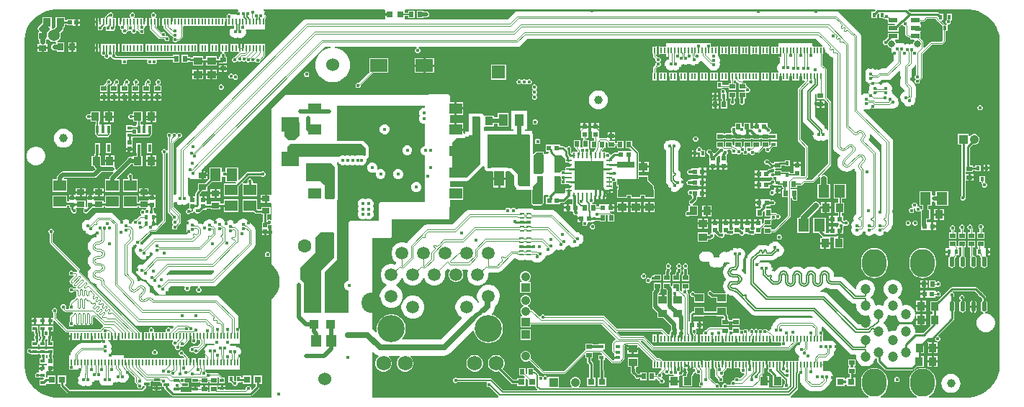
<source format=gbl>
G04*
G04 #@! TF.GenerationSoftware,Altium Limited,Altium Designer,22.10.1 (41)*
G04*
G04 Layer_Physical_Order=6*
G04 Layer_Color=16711680*
%FSLAX44Y44*%
%MOMM*%
G71*
G04*
G04 #@! TF.SameCoordinates,928D53FB-E6BB-4B63-96BA-E5CEFA686ED6*
G04*
G04*
G04 #@! TF.FilePolarity,Positive*
G04*
G01*
G75*
%ADD10C,0.2500*%
%ADD11C,0.2000*%
%ADD13C,0.6000*%
%ADD15C,0.1270*%
%ADD16C,0.2540*%
%ADD38R,0.6500X0.5500*%
%ADD40R,1.0000X0.9000*%
%ADD41R,0.4500X0.5500*%
%ADD42R,1.0000X1.0000*%
%ADD46R,0.5500X0.4500*%
%ADD47R,0.5200X0.5200*%
%ADD50R,0.9000X1.0000*%
%ADD51R,0.5500X0.6500*%
%ADD52R,0.6200X0.6200*%
%ADD53R,0.6200X0.6200*%
%ADD54R,1.1500X1.8000*%
%ADD59R,1.1500X1.4500*%
%ADD63R,0.8000X0.8000*%
%ADD72R,1.0500X1.4000*%
%ADD146C,0.5080*%
%ADD158C,0.1386*%
%ADD159C,0.1020*%
%ADD160C,0.1016*%
%ADD161C,0.1350*%
%ADD163C,1.0000*%
%ADD165C,0.7000*%
%ADD166C,0.5000*%
%ADD167C,0.2032*%
%ADD168C,0.2554*%
%ADD169C,0.3000*%
%ADD170C,0.3810*%
%ADD171C,0.1339*%
%ADD172C,0.1500*%
%ADD173C,1.0500*%
%ADD174R,1.0500X1.0500*%
%ADD175O,2.9000X3.3000*%
%ADD176C,1.2000*%
%ADD177R,1.3680X1.3680*%
%ADD178C,1.3680*%
%ADD179C,1.5240*%
%ADD180C,5.3000*%
%ADD181C,1.7500*%
%ADD182C,1.6000*%
%ADD183C,2.4000*%
%ADD184C,0.4064*%
%ADD185O,1.5000X2.5500*%
%ADD186O,1.5500X0.9000*%
%ADD187O,0.9500X1.2500*%
%ADD188R,1.0500X1.0500*%
%ADD189C,0.8100*%
%ADD190R,1.6000X1.6000*%
%ADD191C,1.5000*%
%ADD192C,3.2000*%
%ADD193C,0.4060*%
%ADD195C,0.1030*%
%ADD199R,0.1800X0.7000*%
%ADD200R,0.7000X0.9000*%
%ADD201R,0.9000X0.7000*%
%ADD202R,0.4000X0.9000*%
%ADD203R,0.4000X0.5100*%
%ADD204R,1.5000X1.3000*%
%ADD205R,1.3000X1.5000*%
%ADD206R,0.7100X0.3000*%
%ADD207R,0.5200X0.5200*%
%ADD208R,0.8000X2.0000*%
%ADD209R,2.0000X0.8000*%
%ADD210R,0.6000X0.4200*%
%ADD211R,0.4000X0.4800*%
%ADD212R,0.2000X0.7000*%
%ADD213O,0.5500X1.2500*%
G04:AMPARAMS|DCode=214|XSize=0.4mm|YSize=0.565mm|CornerRadius=0.05mm|HoleSize=0mm|Usage=FLASHONLY|Rotation=270.000|XOffset=0mm|YOffset=0mm|HoleType=Round|Shape=RoundedRectangle|*
%AMROUNDEDRECTD214*
21,1,0.4000,0.4650,0,0,270.0*
21,1,0.3000,0.5650,0,0,270.0*
1,1,0.1000,-0.2325,-0.1500*
1,1,0.1000,-0.2325,0.1500*
1,1,0.1000,0.2325,0.1500*
1,1,0.1000,0.2325,-0.1500*
%
%ADD214ROUNDEDRECTD214*%
%ADD215R,1.0000X0.6000*%
%ADD216R,2.0000X1.5000*%
%ADD217R,1.5500X1.2700*%
G04:AMPARAMS|DCode=218|XSize=0.25mm|YSize=0.6mm|CornerRadius=0.0313mm|HoleSize=0mm|Usage=FLASHONLY|Rotation=90.000|XOffset=0mm|YOffset=0mm|HoleType=Round|Shape=RoundedRectangle|*
%AMROUNDEDRECTD218*
21,1,0.2500,0.5375,0,0,90.0*
21,1,0.1875,0.6000,0,0,90.0*
1,1,0.0625,0.2688,0.0938*
1,1,0.0625,0.2688,-0.0938*
1,1,0.0625,-0.2688,-0.0938*
1,1,0.0625,-0.2688,0.0938*
%
%ADD218ROUNDEDRECTD218*%
G04:AMPARAMS|DCode=219|XSize=0.25mm|YSize=0.6mm|CornerRadius=0.0313mm|HoleSize=0mm|Usage=FLASHONLY|Rotation=0.000|XOffset=0mm|YOffset=0mm|HoleType=Round|Shape=RoundedRectangle|*
%AMROUNDEDRECTD219*
21,1,0.2500,0.5375,0,0,0.0*
21,1,0.1875,0.6000,0,0,0.0*
1,1,0.0625,0.0938,-0.2688*
1,1,0.0625,-0.0938,-0.2688*
1,1,0.0625,-0.0938,0.2688*
1,1,0.0625,0.0938,0.2688*
%
%ADD219ROUNDEDRECTD219*%
G04:AMPARAMS|DCode=220|XSize=3.45mm|YSize=3.45mm|CornerRadius=0.0863mm|HoleSize=0mm|Usage=FLASHONLY|Rotation=90.000|XOffset=0mm|YOffset=0mm|HoleType=Round|Shape=RoundedRectangle|*
%AMROUNDEDRECTD220*
21,1,3.4500,3.2775,0,0,90.0*
21,1,3.2775,3.4500,0,0,90.0*
1,1,0.1725,1.6388,1.6388*
1,1,0.1725,1.6388,-1.6388*
1,1,0.1725,-1.6388,-1.6388*
1,1,0.1725,-1.6388,1.6388*
%
%ADD220ROUNDEDRECTD220*%
%ADD221R,2.1590X1.7780*%
%ADD222R,1.4000X1.3900*%
%ADD223R,4.8600X3.3600*%
G04:AMPARAMS|DCode=224|XSize=0.2mm|YSize=0.565mm|CornerRadius=0.05mm|HoleSize=0mm|Usage=FLASHONLY|Rotation=90.000|XOffset=0mm|YOffset=0mm|HoleType=Round|Shape=RoundedRectangle|*
%AMROUNDEDRECTD224*
21,1,0.2000,0.4650,0,0,90.0*
21,1,0.1000,0.5650,0,0,90.0*
1,1,0.1000,0.2325,0.0500*
1,1,0.1000,0.2325,-0.0500*
1,1,0.1000,-0.2325,-0.0500*
1,1,0.1000,-0.2325,0.0500*
%
%ADD224ROUNDEDRECTD224*%
%ADD225C,0.5080*%
%ADD226C,0.3800*%
%ADD227C,0.1340*%
G36*
X1002207Y457203D02*
X1000670Y455666D01*
X997434D01*
Y448134D01*
X1003966D01*
Y452370D01*
X1005164Y453568D01*
X1006434Y453042D01*
Y448134D01*
X1010747D01*
X1011719Y447731D01*
X1012932D01*
X1013393Y447270D01*
X1014514Y446806D01*
X1015726D01*
X1015900Y446878D01*
X1017170Y446029D01*
Y441658D01*
X1024402D01*
X1025080Y440388D01*
X1024948Y440190D01*
X1017170D01*
Y432158D01*
X1029202D01*
Y436894D01*
X1032631Y440323D01*
X1034116Y440012D01*
X1034268Y439645D01*
X1035126Y438788D01*
X1036246Y438324D01*
X1037316D01*
X1037595Y438045D01*
Y428878D01*
X1038079Y427710D01*
X1039891Y425898D01*
X1041058Y425414D01*
X1043170D01*
Y422658D01*
X1047515D01*
X1048041Y421388D01*
X1047214Y420561D01*
X1046443Y418699D01*
Y418041D01*
X1045985Y417690D01*
X1044112D01*
X1042509Y417260D01*
X1040905Y417690D01*
X1039033D01*
X1037438Y417263D01*
X1037416Y417285D01*
X1035794Y418221D01*
X1033985Y418706D01*
X1032113D01*
X1030509Y418276D01*
X1028905Y418706D01*
X1027032D01*
X1026687Y418613D01*
X1026575Y418699D01*
X1025804Y420561D01*
X1024977Y421388D01*
X1025503Y422658D01*
X1029202D01*
Y430690D01*
X1017170D01*
Y425954D01*
X1013546Y422330D01*
X1013352D01*
X1012232Y421866D01*
X1011374Y421009D01*
X1010910Y419889D01*
Y418676D01*
X1011374Y417556D01*
X1012232Y416698D01*
X1013352Y416234D01*
X1014565D01*
X1015243Y416515D01*
X1015829Y416598D01*
X1016743Y415960D01*
X1017214Y414822D01*
X1018639Y413397D01*
X1020501Y412626D01*
X1020783D01*
X1020857Y412530D01*
Y410658D01*
X1021341Y408849D01*
X1022278Y407227D01*
X1023602Y405903D01*
X1023672Y405863D01*
Y398604D01*
X1014006Y388939D01*
X1006320D01*
X1006320Y388939D01*
X1004139Y388505D01*
X1002290Y387269D01*
X1001922Y386902D01*
X1000890Y387935D01*
X999268Y388871D01*
X997459Y389356D01*
X995586D01*
X993777Y388871D01*
X992156Y387935D01*
X990832Y386610D01*
X989895Y384989D01*
X989411Y383180D01*
Y381307D01*
X989840Y379703D01*
X989411Y378100D01*
Y376227D01*
X989895Y374418D01*
X990832Y372797D01*
X992156Y371473D01*
X993777Y370536D01*
X995061Y370192D01*
X995686Y369061D01*
X995714Y368782D01*
X995402Y368243D01*
X994918Y366434D01*
Y364561D01*
X995150Y363693D01*
X994861Y363192D01*
X994376Y361383D01*
Y360532D01*
X993106Y359557D01*
X992745Y359654D01*
X990872D01*
X989064Y359169D01*
X987442Y358233D01*
X986812Y357603D01*
X985542Y358129D01*
Y426797D01*
X985108Y428978D01*
X983873Y430827D01*
X983873Y430827D01*
X982572Y432128D01*
X982572Y432128D01*
X979850Y434850D01*
X979850Y434850D01*
X960354Y454346D01*
X958505Y455581D01*
X956324Y456015D01*
X581268D01*
X579087Y455581D01*
X577238Y454346D01*
X569846Y446954D01*
X449613D01*
X448666Y447734D01*
X448666Y448224D01*
Y450931D01*
X452834D01*
Y448384D01*
X460366D01*
Y456916D01*
X452834D01*
Y454369D01*
X449564D01*
X448666Y455267D01*
X448666Y457766D01*
X449683Y458377D01*
X1001721Y458377D01*
X1002207Y457203D01*
D02*
G37*
G36*
X1117504Y457720D02*
X1122363Y456418D01*
X1127011Y454493D01*
X1131368Y451978D01*
X1135359Y448915D01*
X1138916Y445358D01*
X1141979Y441367D01*
X1144494Y437010D01*
X1146419Y432362D01*
X1147721Y427503D01*
X1148378Y422515D01*
Y420000D01*
X1148376Y40000D01*
Y37485D01*
X1147720Y32497D01*
X1146418Y27638D01*
X1144493Y22990D01*
X1141977Y18634D01*
X1138915Y14642D01*
X1135358Y11085D01*
X1131367Y8023D01*
X1127010Y5507D01*
X1122362Y3582D01*
X1117503Y2280D01*
X1112515Y1623D01*
X1110000Y1623D01*
X1065172Y1623D01*
X1064854Y2894D01*
X1066510Y3778D01*
X1068872Y5717D01*
X1070811Y8080D01*
X1072252Y10776D01*
X1073139Y13700D01*
X1073439Y16742D01*
Y20742D01*
X1073139Y23784D01*
X1072252Y26709D01*
X1070811Y29404D01*
X1068872Y31767D01*
X1066510Y33705D01*
X1063814Y35146D01*
X1060890Y36033D01*
X1057848Y36333D01*
X1054806Y36033D01*
X1051881Y35146D01*
X1049186Y33705D01*
X1046823Y31767D01*
X1044884Y29404D01*
X1043444Y26709D01*
X1042556Y23784D01*
X1042257Y20742D01*
Y16742D01*
X1042556Y13700D01*
X1043444Y10776D01*
X1044884Y8080D01*
X1046823Y5717D01*
X1049186Y3778D01*
X1050842Y2894D01*
X1050524Y1623D01*
X1008372D01*
X1008054Y2894D01*
X1009710Y3778D01*
X1012072Y5717D01*
X1014011Y8080D01*
X1015452Y10776D01*
X1016339Y13700D01*
X1016639Y16742D01*
Y20742D01*
X1016339Y23784D01*
X1015452Y26709D01*
X1014011Y29404D01*
X1012072Y31767D01*
X1009710Y33705D01*
X1007014Y35146D01*
X1004090Y36033D01*
X1001048Y36333D01*
X998006Y36033D01*
X995081Y35146D01*
X992386Y33705D01*
X990023Y31767D01*
X988084Y29404D01*
X986644Y26709D01*
X985756Y23784D01*
X985457Y20742D01*
Y16742D01*
X985756Y13700D01*
X986644Y10776D01*
X988084Y8080D01*
X990023Y5717D01*
X992386Y3778D01*
X994042Y2894D01*
X993724Y1623D01*
X902654Y1623D01*
X902269Y2894D01*
X902363Y2957D01*
X910901Y11494D01*
X910901Y11494D01*
X911346Y12161D01*
X911503Y12947D01*
Y28849D01*
X911763Y29109D01*
X911764Y29109D01*
X912209Y29776D01*
X912235Y29904D01*
X913505Y29779D01*
Y21664D01*
X913938Y19484D01*
X915173Y17635D01*
X922047Y10762D01*
X923895Y9527D01*
X926075Y9093D01*
X937771D01*
X939951Y9527D01*
X941800Y10762D01*
X947927Y16889D01*
X949162Y18738D01*
X949389Y19881D01*
X949697Y20059D01*
X951021Y21383D01*
X951957Y23005D01*
X952442Y24814D01*
Y26686D01*
X951957Y28495D01*
X951021Y30117D01*
X949697Y31441D01*
X948075Y32377D01*
X946266Y32862D01*
X944394D01*
X942790Y32432D01*
X941186Y32862D01*
X940390D01*
Y35316D01*
X940580D01*
Y43993D01*
X943575D01*
X945755Y44427D01*
X947603Y45662D01*
X951847Y49905D01*
X953082Y51754D01*
X953515Y53934D01*
Y55500D01*
X953617Y55559D01*
X954941Y56883D01*
X955877Y58505D01*
X956362Y60314D01*
Y62186D01*
X955877Y63995D01*
X954941Y65617D01*
X953617Y66941D01*
X951995Y67877D01*
X950186Y68362D01*
X948314D01*
X946710Y67932D01*
X945106Y68362D01*
X943234D01*
X941850Y67991D01*
X940580Y68708D01*
Y75656D01*
X940390D01*
Y79466D01*
X939150D01*
Y84002D01*
X939113Y84191D01*
X940283Y84817D01*
X971398Y53702D01*
X973308Y52425D01*
X975561Y51977D01*
X979080D01*
X979853Y50970D01*
X979768Y50651D01*
Y47733D01*
X980523Y44915D01*
X981982Y42389D01*
X984045Y40326D01*
X986571Y38867D01*
X989389Y38112D01*
X992307D01*
X995125Y38867D01*
X997651Y40326D01*
X999714Y42389D01*
X1001173Y44915D01*
X1001732Y47001D01*
X1003105Y47658D01*
X1003163Y47648D01*
X1004287Y47347D01*
Y44382D01*
X1004465Y43490D01*
X1004970Y42734D01*
X1013352Y34352D01*
X1014108Y33847D01*
X1015000Y33669D01*
X1045670D01*
X1046562Y33847D01*
X1047318Y34352D01*
X1050903Y37937D01*
X1059139D01*
Y49969D01*
X1056094D01*
Y53864D01*
X1059279D01*
Y62600D01*
X1062723Y66044D01*
X1063993Y65518D01*
X1063993Y65142D01*
Y61150D01*
X1068493D01*
Y66150D01*
X1065020D01*
X1064625Y66150D01*
X1064099Y67420D01*
X1065348Y68669D01*
X1069000D01*
X1069892Y68847D01*
X1070648Y69352D01*
X1071173Y69877D01*
X1071546Y69876D01*
X1072597Y69504D01*
X1072907Y68754D01*
X1073765Y67896D01*
X1074885Y67432D01*
X1076098D01*
X1077218Y67896D01*
X1078075Y68754D01*
X1078540Y69874D01*
Y71087D01*
X1078075Y72207D01*
X1077218Y73064D01*
X1076468Y73375D01*
X1076096Y74426D01*
X1076095Y74798D01*
X1094148Y92852D01*
X1094653Y93608D01*
X1094831Y94500D01*
Y102663D01*
X1095493Y103655D01*
X1095786Y105124D01*
Y112124D01*
X1095493Y113593D01*
X1094661Y114839D01*
X1094277Y115096D01*
Y119874D01*
X1094581Y120178D01*
X1095045Y121298D01*
Y122511D01*
X1094581Y123631D01*
X1093723Y124488D01*
X1093395Y124624D01*
X1092929Y125996D01*
X1093067Y126224D01*
X1093607Y126669D01*
X1119035D01*
X1122952Y122752D01*
Y122394D01*
X1123416Y121273D01*
X1124273Y120416D01*
X1125394Y119952D01*
X1125582D01*
X1127715Y117819D01*
Y115096D01*
X1127331Y114839D01*
X1126498Y113593D01*
X1126206Y112124D01*
Y105124D01*
X1126498Y103655D01*
X1127331Y102409D01*
X1128577Y101576D01*
X1129753Y101343D01*
X1129795Y100039D01*
X1127769Y99496D01*
X1125257Y98046D01*
X1123206Y95995D01*
X1121756Y93483D01*
X1121005Y90681D01*
Y87781D01*
X1121756Y84979D01*
X1123206Y82467D01*
X1125257Y80416D01*
X1127769Y78966D01*
X1130571Y78215D01*
X1133471D01*
X1136273Y78966D01*
X1138785Y80416D01*
X1140836Y82467D01*
X1142286Y84979D01*
X1143037Y87781D01*
Y90681D01*
X1142286Y93483D01*
X1140836Y95995D01*
X1138785Y98046D01*
X1136273Y99496D01*
X1133471Y100247D01*
X1131341D01*
X1131216Y101517D01*
X1131515Y101576D01*
X1132761Y102409D01*
X1133594Y103655D01*
X1133886Y105124D01*
Y112124D01*
X1133594Y113593D01*
X1132761Y114839D01*
X1132377Y115096D01*
Y118784D01*
X1132199Y119676D01*
X1131694Y120432D01*
X1129048Y123078D01*
Y123606D01*
X1128584Y124727D01*
X1127727Y125584D01*
X1126606Y126048D01*
X1126248D01*
X1121648Y130648D01*
X1120892Y131153D01*
X1120000Y131331D01*
X1092000D01*
X1091108Y131153D01*
X1090352Y130648D01*
X1074720Y115016D01*
X1066484D01*
Y102984D01*
X1069669D01*
Y99016D01*
X1066484D01*
Y86984D01*
X1066484D01*
X1066837Y86133D01*
X1058035Y77331D01*
X1050135D01*
X1048977Y77717D01*
X1048928Y78541D01*
Y80651D01*
X1048173Y83469D01*
X1046714Y85995D01*
X1044651Y88058D01*
X1043787Y88557D01*
Y89827D01*
X1044651Y90326D01*
X1046714Y92389D01*
X1048173Y94915D01*
X1048928Y97733D01*
Y100651D01*
X1048173Y103469D01*
X1046714Y105995D01*
X1044651Y108058D01*
X1042125Y109517D01*
X1039307Y110272D01*
X1036389D01*
X1034931Y109881D01*
X1033928Y110651D01*
X1033173Y113469D01*
X1031714Y115995D01*
X1029651Y118058D01*
X1028787Y118557D01*
Y119827D01*
X1029651Y120326D01*
X1031714Y122389D01*
X1033173Y124915D01*
X1033928Y127733D01*
Y130651D01*
X1033173Y133469D01*
X1031714Y135995D01*
X1029651Y138058D01*
X1027125Y139517D01*
X1024307Y140272D01*
X1021389D01*
X1018571Y139517D01*
X1016045Y138058D01*
X1013982Y135995D01*
X1012523Y133469D01*
X1011768Y130651D01*
Y127733D01*
X1012523Y124915D01*
X1013982Y122389D01*
X1016045Y120326D01*
X1016908Y119827D01*
Y118557D01*
X1016045Y118058D01*
X1013982Y115995D01*
X1012523Y113469D01*
X1011768Y110651D01*
Y109838D01*
X1010668Y109203D01*
X1010125Y109517D01*
X1007307Y110272D01*
X1004389D01*
X1002931Y109881D01*
X1001928Y110651D01*
X1001173Y113469D01*
X999714Y115995D01*
X997651Y118058D01*
X996916Y118483D01*
Y119901D01*
X997651Y120326D01*
X999714Y122389D01*
X1001173Y124915D01*
X1001928Y127733D01*
Y130651D01*
X1001173Y133469D01*
X999714Y135995D01*
X997651Y138058D01*
X995125Y139517D01*
X992307Y140272D01*
X989389D01*
X986571Y139517D01*
X984045Y138058D01*
X981982Y135995D01*
X980523Y133469D01*
X979768Y130651D01*
Y129250D01*
X978498Y128724D01*
X965467Y141755D01*
X963557Y143031D01*
X961304Y143479D01*
X957715D01*
X957715Y143479D01*
X953681D01*
Y144493D01*
X953630Y144752D01*
X953283Y147389D01*
X952165Y150088D01*
X950387Y152405D01*
X948070Y154183D01*
X945371Y155301D01*
X942734Y155648D01*
X942475Y155700D01*
X942217Y155648D01*
X939579Y155301D01*
X936881Y154183D01*
X935393Y153042D01*
X934422Y152486D01*
X933451Y153042D01*
X931964Y154183D01*
X929265Y155301D01*
X926628Y155648D01*
X926369Y155700D01*
X926111Y155648D01*
X923473Y155301D01*
X920775Y154183D01*
X919287Y153042D01*
X918316Y152486D01*
X917345Y153042D01*
X915857Y154183D01*
X913159Y155301D01*
X910521Y155648D01*
X910263Y155700D01*
X910005Y155648D01*
X907367Y155301D01*
X904669Y154183D01*
X903181Y153042D01*
X902210Y152486D01*
X901239Y153042D01*
X899751Y154183D01*
X897053Y155301D01*
X894415Y155648D01*
X894157Y155700D01*
X893899Y155648D01*
X891261Y155301D01*
X888563Y154183D01*
X886245Y152405D01*
X884504Y150136D01*
X884464Y150087D01*
X883270Y149699D01*
X882963Y149723D01*
X882745Y149876D01*
X882235Y150267D01*
X881911Y150401D01*
X881820Y150463D01*
X881772Y150472D01*
X880672Y151041D01*
X881126Y152734D01*
Y154606D01*
X880641Y156415D01*
X879705Y158037D01*
X878381Y159361D01*
X876759Y160297D01*
X874950Y160782D01*
X873078D01*
X871474Y160352D01*
X869870Y160782D01*
X867998D01*
X866927Y160495D01*
X865559Y161185D01*
X865451Y161338D01*
X865396Y161596D01*
X867002Y163202D01*
X880607D01*
X882859Y163650D01*
X884769Y164926D01*
X887229Y167386D01*
X888666D01*
X890475Y167871D01*
X892097Y168807D01*
X893421Y170131D01*
X894357Y171753D01*
X894842Y173562D01*
Y175434D01*
X894357Y177243D01*
X893421Y178865D01*
X892097Y180189D01*
X890659Y181019D01*
X889829Y182457D01*
X888505Y183781D01*
X886883Y184717D01*
X885074Y185202D01*
X883202D01*
X881393Y184717D01*
X879771Y183781D01*
X878447Y182457D01*
X877511Y180835D01*
X877351Y180240D01*
X876149Y179832D01*
X875816Y180087D01*
X874642Y180574D01*
X874550Y180635D01*
X874442Y180656D01*
X874119Y180790D01*
X873084Y180926D01*
X872298Y181083D01*
X871511Y180926D01*
X870477Y180790D01*
X870153Y180656D01*
X870045Y180635D01*
X869954Y180574D01*
X869952Y180573D01*
X869829Y180623D01*
X869737Y180685D01*
X869629Y180706D01*
X869306Y180840D01*
X868271Y180976D01*
X867485Y181133D01*
X866698Y180976D01*
X865664Y180840D01*
X865340Y180706D01*
X865232Y180685D01*
X865141Y180623D01*
X863967Y180137D01*
X862509Y179019D01*
X861391Y177561D01*
X861236Y177188D01*
X861211Y177183D01*
X859301Y175907D01*
X851820Y168426D01*
X850544Y166516D01*
X850096Y164264D01*
Y146855D01*
X848826Y146548D01*
X847248Y148604D01*
X845695Y149796D01*
X845225Y151236D01*
X845353Y151587D01*
X846342Y153975D01*
X846693Y156639D01*
X846743Y156889D01*
Y164061D01*
X846812Y164407D01*
Y164797D01*
X847828Y165813D01*
X848764Y167435D01*
X849249Y169244D01*
Y171116D01*
X848764Y172925D01*
X847828Y174547D01*
X846504Y175871D01*
X844882Y176807D01*
X843073Y177292D01*
X841201D01*
X839597Y176862D01*
X837993Y177292D01*
X836121D01*
X834312Y176807D01*
X832690Y175871D01*
X831366Y174547D01*
X830430Y172925D01*
X830417Y172878D01*
X828833D01*
X827506Y172328D01*
X826179Y172878D01*
X823753D01*
X821513Y171950D01*
X819798Y170235D01*
X818870Y167994D01*
Y166629D01*
X816801D01*
X815474Y166079D01*
X814146Y166629D01*
X812072D01*
Y168399D01*
X811144Y170640D01*
X809429Y172355D01*
X807188Y173283D01*
X804763D01*
X803436Y172733D01*
X802109Y173283D01*
X799683D01*
X797443Y172355D01*
X795728Y170640D01*
X794800Y168399D01*
Y165974D01*
X795728Y163734D01*
X797443Y162019D01*
X799683Y161091D01*
X802109D01*
X803436Y161640D01*
X804763Y161091D01*
X806838D01*
Y159320D01*
X807766Y157080D01*
X809481Y155365D01*
X811721Y154437D01*
X814146D01*
X815474Y154987D01*
X816801Y154437D01*
X819227D01*
X821467Y155365D01*
X823182Y157080D01*
X824110Y159320D01*
Y160686D01*
X826179D01*
X827506Y161236D01*
X828833Y160686D01*
X830863D01*
X831115Y159416D01*
X828945Y158517D01*
X826613Y156727D01*
X824824Y154395D01*
X823699Y151680D01*
X823348Y149015D01*
X823298Y148766D01*
X823348Y148516D01*
X823699Y145852D01*
X824824Y143136D01*
X826613Y140804D01*
Y140481D01*
X824824Y138149D01*
X823699Y135434D01*
X823348Y132769D01*
X823298Y132520D01*
X823348Y132270D01*
X823699Y129606D01*
X824824Y126890D01*
X825965Y125402D01*
X825339Y124132D01*
X818337D01*
X818089Y124182D01*
X811749D01*
X810846Y125084D01*
X810567Y125758D01*
X809710Y126616D01*
X808589Y127080D01*
X807377D01*
X806257Y126616D01*
X805399Y125758D01*
X804935Y124638D01*
Y123425D01*
X805399Y122305D01*
X806257Y121448D01*
X807377Y120984D01*
X807691D01*
X808872Y119802D01*
X809705Y119246D01*
X810686Y119051D01*
X815073D01*
Y113100D01*
X827105D01*
Y122580D01*
X828375Y123206D01*
X828945Y122769D01*
X831661Y121644D01*
X834325Y121293D01*
X834575Y121243D01*
X834669D01*
X835669Y120244D01*
X835669Y120243D01*
X856275Y99638D01*
X858185Y98362D01*
X860437Y97914D01*
X927186D01*
X928862Y96238D01*
X928236Y95068D01*
X928047Y95105D01*
X890036D01*
X887856Y94672D01*
X886008Y93437D01*
X884669Y92098D01*
X884644Y92060D01*
X882788Y90205D01*
X881553Y88357D01*
X881188Y86519D01*
X881053Y86441D01*
X879729Y85117D01*
X878793Y83495D01*
X878308Y81686D01*
Y80321D01*
X877051Y79781D01*
X876666Y80166D01*
X875500Y80650D01*
X875116D01*
X875084Y80727D01*
X874227Y81584D01*
X873106Y82048D01*
X871894D01*
X870773Y81584D01*
X870740Y81550D01*
X869914Y80729D01*
X869080Y81550D01*
X869050Y81580D01*
X867930Y82044D01*
X866717D01*
X865597Y81580D01*
X865385Y81368D01*
X864834Y80977D01*
X863977Y81834D01*
X862856Y82298D01*
X861644D01*
X860523Y81834D01*
X860455Y81765D01*
X859625Y81014D01*
X858795Y81765D01*
X858727Y81834D01*
X857606Y82298D01*
X856394D01*
X855273Y81834D01*
X854416Y80977D01*
X853952Y79856D01*
Y79502D01*
X852703Y79452D01*
X852239Y80573D01*
X851381Y81430D01*
X850261Y81894D01*
X849048D01*
X847928Y81430D01*
X847532Y81033D01*
X846325Y80634D01*
X845204Y81098D01*
X843992D01*
X843836Y81033D01*
X842566Y81882D01*
Y84118D01*
X834034D01*
Y81373D01*
X832764Y80525D01*
X832698Y80552D01*
X831485D01*
X831331Y80488D01*
X830061Y81337D01*
Y84118D01*
X821529D01*
Y84036D01*
X806886D01*
X805720Y83552D01*
X802965Y80798D01*
X801894D01*
X800773Y80334D01*
X799916Y79477D01*
X799452Y78356D01*
Y77144D01*
X799647Y76672D01*
X798878Y75402D01*
X796580D01*
Y75656D01*
X795580D01*
Y70886D01*
Y66116D01*
X796580D01*
Y66370D01*
X808040D01*
Y66116D01*
X809040D01*
Y70886D01*
X811580D01*
Y66116D01*
X812580D01*
Y66370D01*
X820040D01*
Y66116D01*
X821040D01*
Y70886D01*
X823580D01*
Y66116D01*
X824580D01*
Y66370D01*
X836040D01*
Y66116D01*
X837040D01*
Y70886D01*
X839580D01*
Y66116D01*
X840580D01*
Y66370D01*
X856040D01*
Y66116D01*
X857040D01*
Y70886D01*
X859580D01*
Y66116D01*
X860580D01*
Y66370D01*
X876040D01*
Y66116D01*
X877040D01*
Y70886D01*
X879580D01*
Y66116D01*
X880580D01*
Y66370D01*
X890601D01*
X891452Y65106D01*
Y63894D01*
X891530Y63706D01*
X890681Y62435D01*
X741694D01*
X731018Y73112D01*
X729851Y73595D01*
X703135D01*
X698941Y77789D01*
X699427Y78962D01*
X750556D01*
X752943Y76575D01*
X752457Y75402D01*
X748580D01*
Y75656D01*
X747580D01*
Y70886D01*
Y66116D01*
X748580D01*
Y66370D01*
X792040D01*
Y66116D01*
X793040D01*
Y70886D01*
Y75656D01*
X792040D01*
X791503Y76704D01*
X791477Y76767D01*
X791210Y77033D01*
X791525Y77348D01*
X791989Y78468D01*
Y79681D01*
X791525Y80801D01*
X791126Y81200D01*
X791652Y82470D01*
X793984D01*
Y86840D01*
Y91210D01*
X791535D01*
X790884Y91210D01*
X789911Y90998D01*
X789139Y91356D01*
X788641Y91854D01*
Y95968D01*
X788974Y97100D01*
X801006D01*
Y98050D01*
X815073D01*
Y97100D01*
X823603D01*
X824169Y96535D01*
Y94118D01*
X821529D01*
Y86586D01*
X830061D01*
Y88017D01*
X834034D01*
Y86586D01*
X842566D01*
Y94118D01*
X834034D01*
Y92679D01*
X830061D01*
Y94118D01*
X828831D01*
Y97500D01*
X828653Y98392D01*
X828148Y99148D01*
X827105Y100191D01*
Y108132D01*
X815073D01*
Y102711D01*
X801006D01*
Y108132D01*
X788974D01*
Y102711D01*
X787725D01*
X786833Y102534D01*
X786076Y102029D01*
X784662Y100614D01*
X784157Y99858D01*
X783979Y98966D01*
Y90956D01*
X782667D01*
Y122910D01*
X782184Y124076D01*
X781149Y125111D01*
X781181Y125188D01*
Y126401D01*
X780865Y127164D01*
X781333Y128159D01*
X781600Y128434D01*
X782866D01*
Y135966D01*
X774334D01*
Y128434D01*
X774441D01*
X775145Y127363D01*
X774812Y126513D01*
X773524Y126145D01*
X772567Y127102D01*
X772598Y127179D01*
Y128392D01*
X772216Y129315D01*
Y136116D01*
X763684D01*
Y132882D01*
X762414Y132356D01*
X761466Y133304D01*
Y136266D01*
X754764D01*
X754460Y136392D01*
X754156Y136266D01*
X752934D01*
Y135043D01*
X752808Y134740D01*
X752934Y134437D01*
Y128734D01*
X755896D01*
X757149Y127481D01*
Y122170D01*
X753470D01*
Y116400D01*
X750930D01*
Y122170D01*
X747318D01*
X747117Y123440D01*
X748154Y124476D01*
X748154Y124476D01*
X748940Y125653D01*
X749216Y127040D01*
X749216Y127040D01*
Y128834D01*
X750566D01*
Y136366D01*
X742034D01*
Y132740D01*
X741964Y132390D01*
X741964Y132390D01*
Y128542D01*
X740786Y127364D01*
X740000Y126187D01*
X739724Y124800D01*
X739724Y124800D01*
Y108750D01*
X739724Y108750D01*
X740000Y107362D01*
X740786Y106186D01*
X746184Y100788D01*
Y94884D01*
X753089D01*
X762136Y85837D01*
Y81588D01*
X762136Y81588D01*
X762312Y80700D01*
X762164Y80601D01*
X760932Y79369D01*
X760427Y78613D01*
X760249Y77721D01*
Y75402D01*
X758627D01*
X758110Y75919D01*
X758000Y76184D01*
X752406Y81778D01*
X751240Y82261D01*
X698429D01*
X683774Y96916D01*
X682607Y97400D01*
X614083D01*
X613834Y98001D01*
X612977Y98859D01*
X611856Y99323D01*
X610644D01*
X609523Y98859D01*
X608666Y98001D01*
X608260Y97021D01*
X607637Y96735D01*
X606932Y96553D01*
X599118Y104366D01*
X597952Y104850D01*
X597099D01*
X596312Y106749D01*
X594549Y108512D01*
X593703Y108863D01*
Y110237D01*
X594549Y110588D01*
X596312Y112351D01*
X597266Y114654D01*
Y117146D01*
X596312Y119449D01*
X594549Y121212D01*
X592246Y122166D01*
X589754D01*
X587451Y121212D01*
X585688Y119449D01*
X584734Y117146D01*
Y114654D01*
X585688Y112351D01*
X587451Y110588D01*
X588297Y110237D01*
Y108863D01*
X587451Y108512D01*
X585688Y106749D01*
X584734Y104446D01*
Y101954D01*
X585688Y99651D01*
X587303Y98036D01*
X587188Y97339D01*
X586913Y96766D01*
X584734D01*
Y84234D01*
X597266D01*
Y87600D01*
X679794D01*
X696690Y70705D01*
X696203Y69395D01*
X695366Y69048D01*
X693058Y66740D01*
X692575Y65574D01*
Y55986D01*
X693058Y54820D01*
X694076Y53802D01*
X695242Y53319D01*
X695284D01*
Y51734D01*
X695030Y51720D01*
Y49620D01*
X699300D01*
Y47080D01*
X695030D01*
Y45224D01*
X693358D01*
X683416Y55166D01*
X683416Y55166D01*
X681619Y56964D01*
X682075Y58234D01*
X684316D01*
Y64466D01*
X676284D01*
Y63800D01*
X673585D01*
X672866Y64098D01*
X671653D01*
X670952Y63808D01*
X669682Y64420D01*
Y64886D01*
X661150D01*
Y57481D01*
X660682Y57286D01*
X635795Y32400D01*
X612483D01*
X596904Y47979D01*
X597266Y48854D01*
Y51346D01*
X596312Y53649D01*
X594549Y55412D01*
X592246Y56366D01*
X589754D01*
X587451Y55412D01*
X585688Y53649D01*
X584734Y51346D01*
Y48854D01*
X585688Y46551D01*
X587451Y44788D01*
X589754Y43834D01*
X592246D01*
X594549Y44788D01*
X594989Y45228D01*
X610634Y29583D01*
X611800Y29100D01*
X611800Y29100D01*
X636478D01*
X637644Y29584D01*
X659977Y51916D01*
X661150Y51430D01*
Y47354D01*
X663106D01*
Y43865D01*
X663281Y42981D01*
X663782Y42231D01*
X665944Y40070D01*
Y25016D01*
X663104D01*
Y14984D01*
X673136D01*
Y25016D01*
X670564D01*
Y41027D01*
X670388Y41911D01*
X669888Y42660D01*
X667726Y44822D01*
Y47354D01*
X669682D01*
Y54470D01*
X679447D01*
X681084Y52834D01*
X681084Y52834D01*
X680872Y51660D01*
X680792Y51466D01*
X676284D01*
Y45234D01*
X677990D01*
Y25016D01*
X675604D01*
Y14984D01*
X685636D01*
Y25016D01*
X682930D01*
Y33518D01*
X682755Y34402D01*
X682610Y34618D01*
Y45234D01*
X684316D01*
Y47942D01*
X685489Y48428D01*
X691509Y42409D01*
X692675Y41925D01*
X701780D01*
X702947Y42409D01*
X706852Y46314D01*
X707335Y47480D01*
Y62134D01*
X709061Y63860D01*
X710630D01*
Y60020D01*
X716900D01*
X723170D01*
Y60487D01*
X724343Y60973D01*
X739693Y45623D01*
X740294Y44602D01*
Y35570D01*
X750534D01*
X751020Y34397D01*
X747935Y31312D01*
X747510Y30285D01*
X747023Y30084D01*
X746166Y29227D01*
X745949Y28703D01*
X744690Y27850D01*
X743268D01*
Y30466D01*
X735736D01*
Y21934D01*
X743268D01*
Y23493D01*
X744538Y24019D01*
X747973Y20584D01*
X748165Y20505D01*
Y20222D01*
X748629Y19101D01*
X749487Y18244D01*
X750607Y17780D01*
X751819D01*
X752940Y18244D01*
X753797Y19101D01*
X754261Y20222D01*
Y21434D01*
X753797Y22555D01*
X752940Y23412D01*
X751819Y23876D01*
X751096D01*
X750983Y24065D01*
X750706Y25146D01*
X751334Y25773D01*
X751798Y26894D01*
Y28106D01*
X751334Y29227D01*
X750925Y29636D01*
X752650Y31361D01*
X753307Y31207D01*
X753987Y30902D01*
X754384Y29942D01*
X755242Y29085D01*
X756362Y28621D01*
X757575D01*
X758695Y29085D01*
X758715Y29104D01*
X759438Y29423D01*
X760295Y28566D01*
X761416Y28102D01*
X762628D01*
X763748Y28566D01*
X764258Y28504D01*
X765187Y27262D01*
X765084Y26770D01*
X759580D01*
Y21770D01*
X765350D01*
X771120D01*
Y26564D01*
X772099Y27472D01*
X772830Y27169D01*
X774043D01*
X775163Y27633D01*
X776020Y28491D01*
X776484Y29611D01*
Y30824D01*
X776020Y31944D01*
X775977Y31987D01*
Y33382D01*
X776404Y34021D01*
X776582Y34913D01*
Y35570D01*
X778813D01*
X779832Y34300D01*
X779753Y33901D01*
X780026Y32529D01*
X780803Y31366D01*
X781112Y31057D01*
X780815Y30760D01*
X780038Y29597D01*
X779765Y28225D01*
Y26516D01*
X775834D01*
Y14484D01*
X786866D01*
Y19291D01*
X786935Y19638D01*
Y26740D01*
X787673Y27478D01*
X788450Y28641D01*
X788619Y29490D01*
X788933Y29700D01*
X789531Y30298D01*
X789731Y30598D01*
X791164Y30456D01*
X791334Y30048D01*
X792191Y29191D01*
X793311Y28726D01*
X794524D01*
X795004Y28925D01*
X796274Y28161D01*
Y19979D01*
X796253Y19970D01*
X795395Y19113D01*
X794931Y17993D01*
Y16780D01*
X795395Y15660D01*
X796253Y14802D01*
X797373Y14338D01*
X797365Y13072D01*
X771389D01*
X771120Y14230D01*
X771120Y14341D01*
Y19230D01*
X765350D01*
X759580D01*
Y14341D01*
X759580Y14230D01*
X759311Y13072D01*
X653929D01*
X653403Y14341D01*
X654762Y15701D01*
X655716Y18004D01*
Y20496D01*
X654762Y22799D01*
X652999Y24562D01*
X650696Y25516D01*
X648204D01*
X645901Y24562D01*
X644138Y22799D01*
X643184Y20496D01*
Y18004D01*
X644138Y15701D01*
X645497Y14341D01*
X644971Y13072D01*
X630316D01*
Y25516D01*
X617784D01*
Y25516D01*
X616514Y25292D01*
X616334Y25727D01*
X615477Y26584D01*
X614356Y27048D01*
X613144D01*
X612023Y26584D01*
X611380Y25941D01*
X610737Y26584D01*
X609617Y27048D01*
X608404D01*
X607857Y26821D01*
X606587Y27547D01*
Y28004D01*
X606431Y28790D01*
X605985Y29457D01*
X605985Y29457D01*
X602882Y32560D01*
X602215Y33006D01*
X601428Y33163D01*
X600616Y34031D01*
Y36216D01*
X593084D01*
Y29345D01*
X591814Y28819D01*
X590616Y30017D01*
Y36216D01*
X583084D01*
Y27684D01*
X588283D01*
X590231Y25736D01*
X589705Y24466D01*
X580922D01*
Y22015D01*
X576963D01*
X563728Y35250D01*
X564269Y35791D01*
X565555Y38019D01*
X566220Y40502D01*
Y43074D01*
X565555Y45557D01*
X564269Y47785D01*
X562450Y49603D01*
X560224Y50889D01*
X557740Y51554D01*
X555168D01*
X552685Y50889D01*
X550458Y49603D01*
X548639Y47785D01*
X547354Y45557D01*
X546688Y43074D01*
Y40502D01*
X547354Y38019D01*
X548639Y35791D01*
X550458Y33973D01*
X552685Y32687D01*
X555168Y32022D01*
X557740D01*
X559286Y32436D01*
X574086Y17636D01*
X574918Y17080D01*
X575900Y16885D01*
X580922D01*
Y14434D01*
X590954D01*
Y23217D01*
X592224Y23744D01*
X593422Y22545D01*
Y14434D01*
X601245D01*
X602476Y14257D01*
X602633Y13471D01*
X603078Y12804D01*
X604653Y11229D01*
X604167Y10056D01*
X564422D01*
X551434Y23043D01*
X550767Y23489D01*
X549980Y23646D01*
X549980Y23646D01*
X510763D01*
X510235Y24174D01*
X509114Y24638D01*
X507902D01*
X506781Y24174D01*
X505924Y23317D01*
X505460Y22196D01*
Y20984D01*
X505924Y19863D01*
X506781Y19006D01*
X507902Y18542D01*
X509114D01*
X510235Y19006D01*
X510763Y19534D01*
X544935D01*
X545298Y18931D01*
X545548Y18264D01*
X545146Y17293D01*
Y16080D01*
X545610Y14960D01*
X546467Y14103D01*
X547588Y13639D01*
X548335D01*
X559017Y2957D01*
X559111Y2894D01*
X558726Y1624D01*
X410609Y1624D01*
Y54261D01*
X411782Y54747D01*
X413054Y53474D01*
X415039Y51952D01*
X417350Y50995D01*
X417768Y50939D01*
X418016Y49694D01*
X417858Y49603D01*
X416039Y47785D01*
X414754Y45557D01*
X414088Y43074D01*
Y40502D01*
X414754Y38019D01*
X416039Y35791D01*
X417858Y33973D01*
X420085Y32687D01*
X422568Y32022D01*
X425140D01*
X427624Y32687D01*
X429851Y33973D01*
X431669Y35791D01*
X432955Y38019D01*
X433620Y40502D01*
Y43074D01*
X432955Y45557D01*
X431669Y47785D01*
X430055Y49398D01*
X430345Y50668D01*
X442763D01*
X443053Y49398D01*
X441439Y47785D01*
X440154Y45557D01*
X439488Y43074D01*
Y40502D01*
X440154Y38019D01*
X441439Y35791D01*
X443258Y33973D01*
X445485Y32687D01*
X447968Y32022D01*
X450540D01*
X453024Y32687D01*
X455251Y33973D01*
X457069Y35791D01*
X458355Y38019D01*
X459020Y40502D01*
Y43074D01*
X458355Y45557D01*
X457069Y47785D01*
X455455Y49398D01*
X455745Y50668D01*
X494922D01*
X497402Y50995D01*
X499713Y51952D01*
X501698Y53474D01*
X529131Y80908D01*
X530362Y80343D01*
X530942Y77425D01*
X532225Y74328D01*
X534087Y71541D01*
X536457Y69171D01*
X539244Y67309D01*
X542341Y66026D01*
X545628Y65372D01*
X548980D01*
X552267Y66026D01*
X555364Y67309D01*
X558151Y69171D01*
X560521Y71541D01*
X562383Y74328D01*
X563666Y77425D01*
X564320Y80712D01*
Y84064D01*
X563666Y87351D01*
X562383Y90448D01*
X560521Y93235D01*
X558151Y95605D01*
X555364Y97467D01*
X552267Y98750D01*
X551319Y98939D01*
X550950Y100154D01*
X552549Y101753D01*
X554072Y103738D01*
X555029Y106049D01*
X555355Y108528D01*
Y109748D01*
X555593Y109885D01*
X558107Y112399D01*
X559884Y115477D01*
X560804Y118911D01*
Y122465D01*
X559884Y125899D01*
X558107Y128977D01*
X555593Y131491D01*
X552515Y133268D01*
X549081Y134188D01*
X545527D01*
X542093Y133268D01*
X539015Y131491D01*
X536501Y128977D01*
X534724Y125899D01*
X533804Y122465D01*
Y118911D01*
X534724Y115477D01*
X535853Y113522D01*
X535749Y113386D01*
X535366Y113330D01*
X534278Y113556D01*
X532707Y116277D01*
X530193Y118791D01*
X527115Y120568D01*
X523681Y121488D01*
X520127D01*
X516693Y120568D01*
X513615Y118791D01*
X511101Y116277D01*
X509324Y113199D01*
X508404Y109765D01*
Y106211D01*
X509324Y102777D01*
X511101Y99699D01*
X513615Y97185D01*
X515686Y95990D01*
X515852Y94731D01*
X490953Y69832D01*
X446172D01*
X445686Y71005D01*
X446221Y71541D01*
X448083Y74328D01*
X449366Y77425D01*
X450020Y80712D01*
Y84064D01*
X449366Y87351D01*
X448083Y90448D01*
X446221Y93235D01*
X443851Y95605D01*
X441064Y97467D01*
X437967Y98750D01*
X434680Y99404D01*
X431328D01*
X428041Y98750D01*
X424944Y97467D01*
X422157Y95605D01*
X419787Y93235D01*
X417925Y90448D01*
X416642Y87351D01*
X415988Y84064D01*
Y80712D01*
X416304Y79122D01*
X415134Y78497D01*
X411855Y81776D01*
X410609Y82732D01*
Y189288D01*
X432242D01*
X433020Y189611D01*
X433342Y190388D01*
Y205778D01*
X433342Y205778D01*
Y211498D01*
X500450D01*
X501227Y211820D01*
X501549Y212598D01*
Y225512D01*
X501609Y225536D01*
X501931Y226314D01*
Y234226D01*
X517354D01*
Y248958D01*
X501931D01*
Y256432D01*
X504341D01*
X504716Y256357D01*
X521758D01*
X523245Y256653D01*
X524505Y257495D01*
X540653Y273643D01*
X540759Y273801D01*
X541398Y273838D01*
X542571Y272712D01*
Y271564D01*
X542867Y270077D01*
X543709Y268817D01*
X544969Y267975D01*
X546456Y267679D01*
X550430Y267679D01*
X551700Y267932D01*
X552970Y267268D01*
Y260388D01*
X559990D01*
X567010D01*
Y267268D01*
X568280Y267932D01*
X569550Y267679D01*
X572619Y267679D01*
X577455Y262843D01*
Y253018D01*
X577455Y253018D01*
X577455Y253018D01*
X577593Y252328D01*
X577751Y251531D01*
X577751Y251531D01*
X577751Y251531D01*
X578175Y250898D01*
X578593Y250271D01*
X578593Y250271D01*
X578593Y250271D01*
X580430Y248434D01*
Y246308D01*
X583866D01*
X584240Y246234D01*
X595740Y246233D01*
X596115Y246308D01*
X597800D01*
Y230299D01*
X598122Y229521D01*
X599743Y227900D01*
X600521Y227578D01*
X609266D01*
X610043Y227900D01*
X611783Y229640D01*
X612105Y230418D01*
Y239515D01*
X612964Y239871D01*
X617017D01*
X617687Y238843D01*
X617236Y237611D01*
X614612D01*
Y229379D01*
X622341D01*
X622843Y229379D01*
Y229379D01*
X623612D01*
Y229379D01*
X631843D01*
Y230930D01*
X635831D01*
X636813Y231125D01*
X637645Y231681D01*
X640462Y234498D01*
X645650Y234496D01*
Y230205D01*
X644941Y229229D01*
X644291Y229229D01*
X641842D01*
Y224859D01*
Y220489D01*
X644291D01*
X644941Y220489D01*
X645736Y220662D01*
X646787Y220065D01*
X647006Y219845D01*
Y219671D01*
X647202Y218689D01*
X647291Y218556D01*
Y218298D01*
X647755Y217177D01*
X648612Y216320D01*
X649732Y215856D01*
X650945D01*
X651856Y215247D01*
Y213360D01*
X656226D01*
Y212090D01*
X657496D01*
Y207161D01*
X657678Y206889D01*
Y205676D01*
X658142Y204556D01*
X658999Y203699D01*
X660120Y203235D01*
X661332D01*
X662452Y203699D01*
X663310Y204556D01*
X663774Y205676D01*
Y206889D01*
X663762Y206918D01*
X664467Y207974D01*
X669342D01*
Y207974D01*
X670518Y208842D01*
X671730D01*
X672850Y209306D01*
X673395Y209851D01*
X677855D01*
Y208586D01*
X685387D01*
Y215990D01*
X687855D01*
Y208586D01*
X695387D01*
Y217118D01*
X692068D01*
X691613Y218216D01*
X691010Y218819D01*
X689838Y219305D01*
X690045Y220489D01*
X695272D01*
Y223589D01*
X690901D01*
Y224859D01*
X689631D01*
Y229229D01*
X687182D01*
X686532Y229229D01*
X685367Y228975D01*
X677785D01*
Y226516D01*
X674411D01*
Y229125D01*
X669554D01*
X669302Y230395D01*
X670077Y230716D01*
X670934Y231573D01*
X671398Y232694D01*
Y233317D01*
X671696Y233869D01*
Y238787D01*
X674236D01*
Y234552D01*
X674521Y234609D01*
X675044Y234959D01*
X675887D01*
X676411Y234609D01*
X676696Y234552D01*
Y238787D01*
X679236D01*
Y234552D01*
X679521Y234609D01*
X680044Y234959D01*
X680887D01*
X681411Y234609D01*
X681696Y234552D01*
Y238787D01*
X682966D01*
Y240057D01*
X685517D01*
Y241475D01*
X685451Y241806D01*
X685783Y242299D01*
X685954Y242470D01*
X686447Y242802D01*
X686778Y242736D01*
X688195D01*
Y245287D01*
X689465D01*
Y246558D01*
X693700D01*
X693644Y246842D01*
X693480Y247087D01*
X693280Y247891D01*
X693262Y248556D01*
X693591Y249350D01*
Y249512D01*
X693608Y249552D01*
X693591Y249593D01*
Y251225D01*
X693170Y252242D01*
X693170Y253333D01*
X693591Y254350D01*
Y254787D01*
X694568D01*
X695688Y255251D01*
X696546Y256108D01*
X696794Y256706D01*
X698064Y256454D01*
Y250229D01*
X699178D01*
Y247324D01*
X698580D01*
Y236292D01*
X710612D01*
Y239184D01*
X714598D01*
Y236108D01*
X726630D01*
Y239184D01*
X730534D01*
Y236065D01*
X742566D01*
Y247097D01*
X741764D01*
Y249936D01*
X741442Y250714D01*
X741404Y250752D01*
X740951Y251845D01*
X740094Y252702D01*
X739001Y253155D01*
X735250Y256905D01*
Y262564D01*
X723897D01*
Y267278D01*
X727964D01*
Y273048D01*
Y278818D01*
X723897D01*
Y289261D01*
X723740Y290047D01*
X723295Y290714D01*
X723295Y290714D01*
X715902Y298107D01*
Y303732D01*
X708370D01*
Y295200D01*
X712995D01*
X715535Y292660D01*
X715009Y291390D01*
X708530D01*
X707260Y291390D01*
X706758Y291390D01*
X699028D01*
Y289605D01*
X695202D01*
X694310Y289427D01*
X693554Y288922D01*
X691642Y287010D01*
X691197Y287048D01*
X690250Y287414D01*
X689908Y288239D01*
X689051Y289096D01*
X687930Y289560D01*
X686718D01*
X686597Y289510D01*
X686453Y289506D01*
X685041Y290199D01*
X684920Y290492D01*
X683903Y290913D01*
X682028D01*
X681234Y290584D01*
X680827Y290798D01*
X680533Y292120D01*
X682306Y293893D01*
X682789Y295060D01*
Y295133D01*
X684905D01*
Y301900D01*
X686176Y302426D01*
X687376Y301225D01*
Y295526D01*
X695908D01*
Y297816D01*
X698370D01*
Y295200D01*
X705902D01*
Y303732D01*
X698370D01*
Y301116D01*
X695908D01*
Y303058D01*
X690125D01*
X690066Y303200D01*
X689168Y304099D01*
X689654Y305272D01*
X690372D01*
Y308022D01*
X687122D01*
Y307522D01*
X685952Y306632D01*
X678568D01*
X677985Y306390D01*
X676954Y307338D01*
Y314548D01*
X677207Y315713D01*
X677207Y316364D01*
Y318813D01*
X668467D01*
Y316364D01*
X668467Y315713D01*
X668721Y314548D01*
Y306967D01*
X671188D01*
Y303665D01*
X667374D01*
Y295133D01*
X673504D01*
X673546Y293863D01*
X671799Y292116D01*
X671329Y290980D01*
X671161Y290907D01*
X670294Y290671D01*
X669765Y290802D01*
X669521Y290966D01*
X669236Y291022D01*
Y286787D01*
X666696D01*
Y291371D01*
X665988Y292094D01*
Y292960D01*
X665524Y294081D01*
X665327Y294278D01*
X665267Y295523D01*
X665267Y295523D01*
Y304055D01*
X661787D01*
Y307221D01*
X664253D01*
Y314802D01*
X664508Y315967D01*
X664508Y316618D01*
Y319067D01*
X655768D01*
Y316618D01*
X655768Y315967D01*
X656021Y314802D01*
Y307221D01*
X658488D01*
Y304055D01*
X657736D01*
Y295911D01*
X657279D01*
X656537Y295604D01*
X655519Y296094D01*
X655267Y296348D01*
Y304055D01*
X647736D01*
Y295523D01*
X649852D01*
Y294648D01*
X650335Y293482D01*
X651638Y292179D01*
Y290751D01*
X651253Y290592D01*
X649920Y290492D01*
X649678Y290592D01*
X648903Y290913D01*
X647028D01*
X646011Y290492D01*
X645590Y289475D01*
Y289118D01*
X644056D01*
X643934Y289241D01*
Y292536D01*
X644187Y292789D01*
X644651Y293910D01*
Y295122D01*
X644187Y296243D01*
X643330Y297100D01*
X642209Y297564D01*
X640997D01*
X639877Y297100D01*
X639019Y296243D01*
X638864Y295868D01*
X637382Y295555D01*
X636071Y296865D01*
X635315Y297370D01*
X634423Y297548D01*
X631590D01*
Y299333D01*
X623358D01*
X623358Y299333D01*
X622589D01*
Y299333D01*
X622088Y299333D01*
X614357D01*
Y291101D01*
X617973D01*
Y290679D01*
X618150Y289787D01*
X618195Y289721D01*
X617516Y288451D01*
X613033D01*
X612373Y289039D01*
X612174Y289901D01*
X611996Y290151D01*
X611879Y290433D01*
X611760Y290482D01*
X611685Y290587D01*
X611384Y290637D01*
X611101Y290754D01*
X606278Y290748D01*
X603846D01*
X603069Y290426D01*
X600799Y288156D01*
X599626Y288642D01*
X599626Y310248D01*
X599626Y310249D01*
X599626Y310249D01*
X599488Y310940D01*
X599330Y311735D01*
X599330Y311735D01*
X599330Y311735D01*
X598866Y312430D01*
Y315104D01*
X595071D01*
X594696Y315179D01*
X589908D01*
Y317396D01*
X592534D01*
Y339016D01*
X574414D01*
Y317396D01*
X577040D01*
Y315179D01*
X546456D01*
X546081Y315104D01*
X543061D01*
X542646Y315104D01*
X541791Y316020D01*
Y319833D01*
X542676Y320736D01*
X543061Y320736D01*
X553708D01*
Y323894D01*
X558208D01*
Y320190D01*
X570740D01*
Y336222D01*
X558208D01*
Y331064D01*
X553708D01*
Y332768D01*
X542883D01*
X542676Y332768D01*
X541529Y333066D01*
X541495Y333239D01*
X540653Y334499D01*
X540502Y334600D01*
Y335562D01*
X538282D01*
X537906Y335637D01*
X528038D01*
X527663Y335562D01*
X523882D01*
Y317942D01*
X524154D01*
Y314454D01*
X520126D01*
Y312484D01*
X518878Y312236D01*
X517608Y312900D01*
Y315322D01*
X508588D01*
Y316592D01*
X507318D01*
Y324212D01*
X501931D01*
Y333972D01*
X507318D01*
Y341592D01*
Y349212D01*
X501931D01*
Y357082D01*
X501609Y357860D01*
X500831Y358182D01*
X476656D01*
X476143Y357970D01*
X309012D01*
X308234Y357648D01*
X292564Y341978D01*
X292242Y341200D01*
X292242Y341200D01*
Y240647D01*
X291170Y240170D01*
X290972Y240170D01*
X286670D01*
Y235400D01*
Y230630D01*
X290972D01*
X291170Y230630D01*
X292242Y230153D01*
Y211132D01*
X290972Y210497D01*
X290271Y210787D01*
X289059D01*
X288301Y210473D01*
X287302Y210947D01*
X287031Y211212D01*
Y216884D01*
X290916D01*
Y225916D01*
X279884D01*
Y222731D01*
X275482D01*
X275267Y222947D01*
Y234682D01*
X258235D01*
Y219650D01*
X271970D01*
X272869Y218752D01*
X273625Y218247D01*
X274517Y218069D01*
X279884D01*
Y216884D01*
X282369D01*
Y208016D01*
X281084D01*
Y201435D01*
X280830Y200270D01*
X280830Y199619D01*
Y197670D01*
X288570D01*
Y199619D01*
X288570Y200270D01*
X288316Y201435D01*
Y204399D01*
X288656D01*
X289548Y204577D01*
X289719Y204691D01*
X290271D01*
X290972Y204982D01*
X292242Y204347D01*
Y1624D01*
X40000Y1624D01*
X37485D01*
X32497Y2280D01*
X27638Y3582D01*
X22990Y5508D01*
X18634Y8023D01*
X14642Y11085D01*
X11085Y14643D01*
X8023Y18634D01*
X5507Y22990D01*
X3582Y27638D01*
X2280Y32497D01*
X1623Y37485D01*
X1623Y40000D01*
X1623Y420000D01*
X1623Y422515D01*
X2280Y427503D01*
X3582Y432362D01*
X5507Y437010D01*
X8023Y441367D01*
X11085Y445358D01*
X14642Y448915D01*
X18633Y451977D01*
X22990Y454493D01*
X27638Y456418D01*
X32497Y457720D01*
X37485Y458377D01*
X40000Y458377D01*
X252535Y458377D01*
X253150Y457107D01*
X252486Y455957D01*
X252001Y454148D01*
Y452275D01*
X251990Y452261D01*
X244620D01*
X244620Y452261D01*
Y452261D01*
X244428Y452447D01*
X244327Y452546D01*
X243206Y453010D01*
X241994D01*
X240874Y452546D01*
X240016Y451688D01*
X239552Y450568D01*
Y449356D01*
X238948Y448451D01*
X236430D01*
Y448451D01*
X236176Y448197D01*
X232684Y448197D01*
X231414Y448197D01*
X228684Y448197D01*
X227414Y448197D01*
X224684Y448197D01*
X223414Y448197D01*
X220684Y448197D01*
X219414Y448197D01*
X216684Y448197D01*
X215414Y448197D01*
X212684Y448197D01*
X211414Y448197D01*
X208684Y448197D01*
X207414Y448197D01*
X204684Y448197D01*
X203414Y448197D01*
X200684Y448197D01*
X199414Y448197D01*
X196684Y448197D01*
X195414Y448197D01*
X192684Y448197D01*
X191414Y448197D01*
X188684Y448197D01*
X187414Y448197D01*
X184684Y448197D01*
X183414Y448197D01*
X180684Y448197D01*
X179414Y448197D01*
X176770D01*
Y448451D01*
X175870D01*
Y443681D01*
X173330D01*
Y448451D01*
X172430D01*
Y448197D01*
X168684D01*
Y448197D01*
X168516D01*
Y448197D01*
X164770D01*
Y448451D01*
X163870D01*
Y443681D01*
Y438911D01*
X164770D01*
X164950Y437716D01*
Y437400D01*
X165434Y436234D01*
X174834Y426834D01*
X176000Y426350D01*
X176351D01*
X176416Y426193D01*
X177229Y425380D01*
X176416Y424567D01*
X175952Y423446D01*
Y422234D01*
X176416Y421113D01*
X177273Y420256D01*
X178394Y419792D01*
X179606D01*
X180727Y420256D01*
X181584Y421113D01*
X181681Y421348D01*
X183000D01*
X184168Y421832D01*
X187768Y425432D01*
X188252Y426600D01*
X188252Y426600D01*
Y438074D01*
X188684Y439165D01*
X189786Y439165D01*
X192516Y439165D01*
X193786Y439165D01*
X196516Y439165D01*
X197786Y439165D01*
X200516Y439165D01*
X201786Y439165D01*
X204516Y439165D01*
X205786Y439165D01*
X208516Y439165D01*
X209786Y439165D01*
X212516Y439165D01*
X213786Y439165D01*
X216516Y439165D01*
X217786Y439165D01*
X220516Y439165D01*
X221786Y439165D01*
X224516Y439165D01*
X225786Y439165D01*
X228516Y439165D01*
X229786Y439165D01*
X232516Y439165D01*
X233786Y439165D01*
X236430D01*
Y438911D01*
X237330D01*
Y443681D01*
X239870D01*
Y438911D01*
X240770D01*
Y439165D01*
X244430D01*
Y438911D01*
X244620D01*
Y436418D01*
X244369Y436167D01*
X243433Y434545D01*
X242948Y432736D01*
Y430864D01*
X243433Y429055D01*
X244369Y427433D01*
X245693Y426109D01*
X247315Y425173D01*
X249124Y424688D01*
X250996D01*
X252600Y425118D01*
X254204Y424688D01*
X256076D01*
X257885Y425173D01*
X259507Y426109D01*
X260831Y427433D01*
X261767Y429055D01*
X262252Y430864D01*
Y432736D01*
X261959Y433831D01*
X262820Y435101D01*
X284580D01*
Y438911D01*
X284770D01*
Y446353D01*
X284831Y446414D01*
X285767Y448036D01*
X286252Y449845D01*
Y451717D01*
X285767Y453526D01*
X284831Y455148D01*
X283507Y456472D01*
X282408Y457107D01*
X282748Y458377D01*
X424758Y458377D01*
X425880Y457107D01*
Y454020D01*
X431150D01*
Y451480D01*
X425880D01*
X425880Y447480D01*
X424828Y446954D01*
X333815D01*
X331633Y446520D01*
X329784Y445284D01*
X204179Y319678D01*
X204167Y319661D01*
X181723Y297217D01*
X180488Y295369D01*
X180054Y293189D01*
Y241250D01*
X179953Y241191D01*
X178629Y239867D01*
X178596Y239809D01*
X177325Y240149D01*
Y300539D01*
X183837Y307050D01*
X183857Y307098D01*
X184344D01*
X185464Y307562D01*
X186322Y308419D01*
X186786Y309540D01*
Y310752D01*
X186322Y311873D01*
X185464Y312730D01*
X184344Y313194D01*
X183131D01*
X182011Y312730D01*
X181612Y312331D01*
X180961Y311945D01*
X179964Y312320D01*
X179713Y312571D01*
X178593Y313035D01*
X177381D01*
X176260Y312571D01*
X175800Y312110D01*
X174984Y311853D01*
X174195Y312116D01*
X173727Y312584D01*
X172606Y313048D01*
X171394D01*
X170273Y312584D01*
X169416Y311727D01*
X168952Y310606D01*
Y309394D01*
X169416Y308273D01*
X170273Y307416D01*
X170350Y307384D01*
Y303853D01*
X169958Y302907D01*
Y292727D01*
X168688Y292474D01*
X168584Y292727D01*
X167727Y293584D01*
X166606Y294048D01*
X165394D01*
X164273Y293584D01*
X163416Y292727D01*
X162952Y291606D01*
Y290394D01*
X163416Y289273D01*
X164273Y288416D01*
X164624Y288271D01*
Y209957D01*
X158193Y203526D01*
X157020Y204012D01*
Y204730D01*
X153500D01*
Y207270D01*
X157020D01*
Y209980D01*
Y212730D01*
X153500D01*
Y215270D01*
X157020D01*
Y218020D01*
X154991D01*
X154143Y219290D01*
X154185Y219394D01*
Y220606D01*
X153721Y221726D01*
X153468Y221980D01*
Y224884D01*
X155616D01*
Y231465D01*
X155870Y232630D01*
X155870Y233281D01*
Y235230D01*
X152000D01*
X148130D01*
Y234532D01*
X147516Y233516D01*
X146860Y233516D01*
X136484D01*
Y231331D01*
X134516D01*
Y239516D01*
X117484D01*
Y224484D01*
X134516D01*
Y226669D01*
X136484D01*
Y224484D01*
X144941D01*
X145144Y223298D01*
X144023Y222834D01*
X143166Y221977D01*
X142747Y221893D01*
X142436Y222204D01*
X141315Y222668D01*
X140103D01*
X138983Y222204D01*
X138125Y221347D01*
X137661Y220227D01*
Y219014D01*
X138125Y217894D01*
X138983Y217036D01*
X139265Y216920D01*
X139012Y215650D01*
X138000D01*
X136834Y215166D01*
X132683Y211016D01*
X132606Y211048D01*
X131394D01*
X130273Y210584D01*
X129416Y209727D01*
X128952Y208606D01*
Y208531D01*
X128656Y208248D01*
X127682Y207698D01*
X126643Y207904D01*
X126491Y208167D01*
X125167Y209491D01*
X123545Y210427D01*
X121736Y210912D01*
X119864D01*
X118055Y210427D01*
X116433Y209491D01*
X115993Y209051D01*
X114729Y209175D01*
X114312Y209799D01*
X106881Y217229D01*
X105033Y218465D01*
X102853Y218898D01*
X87950D01*
X85770Y218465D01*
X83921Y217229D01*
X77249Y210557D01*
X77136Y210587D01*
X75263D01*
X73454Y210103D01*
X71833Y209166D01*
X70508Y207842D01*
X69572Y206220D01*
X69088Y204412D01*
Y202539D01*
X69572Y200730D01*
X70508Y199109D01*
X71833Y197784D01*
X73270Y196954D01*
X74100Y195516D01*
X75425Y194192D01*
X77046Y193256D01*
X78855Y192771D01*
X80728D01*
X82537Y193256D01*
X84158Y194192D01*
X85460Y195494D01*
X85638Y195422D01*
X86559Y194863D01*
Y190159D01*
X84224Y189852D01*
X81589Y188760D01*
X79327Y187024D01*
X77590Y184761D01*
X76499Y182126D01*
X76158Y179536D01*
X76111Y179298D01*
X76158Y179060D01*
X76499Y176471D01*
X77590Y173836D01*
X79327Y171573D01*
Y170480D01*
X77590Y168217D01*
X76499Y165582D01*
X76158Y162992D01*
X76111Y162754D01*
X76158Y162516D01*
X76499Y159927D01*
X77590Y157292D01*
X79327Y155029D01*
Y153936D01*
X77590Y151673D01*
X76499Y149038D01*
X76158Y146448D01*
X76111Y146210D01*
X76158Y145972D01*
X76499Y143383D01*
X77590Y140748D01*
X78812Y139156D01*
X77855Y138317D01*
X67332Y148839D01*
Y151208D01*
X66849Y152374D01*
X34650Y184573D01*
Y194384D01*
X34727Y194416D01*
X35584Y195273D01*
X36048Y196394D01*
Y197606D01*
X35584Y198727D01*
X34727Y199584D01*
X33606Y200048D01*
X32394D01*
X31273Y199584D01*
X30416Y198727D01*
X29952Y197606D01*
Y196394D01*
X30416Y195273D01*
X31273Y194416D01*
X31350Y194384D01*
Y183890D01*
X31834Y182724D01*
X63713Y150844D01*
X63611Y150076D01*
X63425Y149881D01*
X62352Y149328D01*
X61575Y149650D01*
X59616D01*
X59584Y149727D01*
X58727Y150584D01*
X57606Y151048D01*
X56394D01*
X55273Y150584D01*
X54416Y149727D01*
X53952Y148606D01*
Y147394D01*
X54416Y146273D01*
X55273Y145416D01*
X56394Y144952D01*
X57606D01*
X58727Y145416D01*
X58835Y145525D01*
X59008Y145491D01*
X59426Y144113D01*
X55322Y140008D01*
X55322Y140008D01*
X55181Y139668D01*
X54783Y139072D01*
X54575Y138028D01*
X54783Y136985D01*
X55181Y136388D01*
X55322Y136049D01*
X55503Y135868D01*
X55842Y135727D01*
X56439Y135329D01*
X57482Y135121D01*
X58190Y134414D01*
X58397Y133370D01*
X58796Y132774D01*
X58937Y132434D01*
X59117Y132253D01*
X59457Y132112D01*
X60054Y131714D01*
X61097Y131506D01*
X61691Y131624D01*
X62145Y131709D01*
X63013Y130836D01*
X62989Y130700D01*
X62291Y129650D01*
X59616D01*
X59584Y129727D01*
X58727Y130584D01*
X57606Y131048D01*
X56394D01*
X55273Y130584D01*
X54416Y129727D01*
X53952Y128606D01*
Y127394D01*
X54416Y126273D01*
X55273Y125416D01*
X56394Y124952D01*
X57606D01*
X58727Y125416D01*
X59584Y126273D01*
X59616Y126350D01*
X62815D01*
Y122161D01*
X62955Y121821D01*
X63075Y121220D01*
X63095Y121118D01*
X63083Y120995D01*
X62445Y119805D01*
X62265Y119769D01*
X61381Y119178D01*
X60789Y118293D01*
X60649Y117590D01*
X60509Y117250D01*
Y117150D01*
X59750D01*
X58584Y116666D01*
X56334Y114416D01*
X56333Y114416D01*
X55584Y113666D01*
X55100Y112500D01*
Y110411D01*
X54416Y109727D01*
X53952Y108606D01*
Y107394D01*
X54148Y106920D01*
X53380Y105650D01*
X50983D01*
X50676Y105960D01*
X50203Y106824D01*
X50555Y107674D01*
Y108886D01*
X50091Y110006D01*
X49233Y110864D01*
X48113Y111328D01*
X46901D01*
X45780Y110864D01*
X44923Y110006D01*
X44459Y108886D01*
Y107674D01*
X44923Y106553D01*
X45780Y105696D01*
X46486Y105403D01*
X46821Y104597D01*
X48584Y102834D01*
X49750Y102350D01*
X58053D01*
X58731Y101080D01*
X58540Y100793D01*
X58400Y100090D01*
X58259Y99750D01*
Y99650D01*
X58250D01*
X57084Y99166D01*
X55334Y97416D01*
X54850Y96250D01*
Y90161D01*
X54416Y89727D01*
X53952Y88606D01*
Y87394D01*
X54416Y86273D01*
X55273Y85416D01*
X56394Y84952D01*
X57606D01*
X58727Y85416D01*
X59584Y86273D01*
X60024Y87336D01*
X60320Y87444D01*
X61318Y87630D01*
X61687Y87079D01*
X62571Y86488D01*
X63275Y86348D01*
X63615Y86207D01*
X63870D01*
X64210Y86348D01*
X64914Y86488D01*
X65434Y86835D01*
X66298Y86989D01*
X67163Y86835D01*
X67683Y86488D01*
X68387Y86348D01*
X68727Y86207D01*
X68982D01*
X69322Y86348D01*
X70026Y86488D01*
X70546Y86835D01*
X71410Y86989D01*
X72275Y86835D01*
X72795Y86488D01*
X73499Y86348D01*
X73839Y86207D01*
X74094D01*
X74434Y86348D01*
X75138Y86488D01*
X75658Y86835D01*
X76522Y86989D01*
X77387Y86835D01*
X77907Y86488D01*
X78611Y86348D01*
X78951Y86207D01*
X79206D01*
X79546Y86348D01*
X80250Y86488D01*
X81134Y87079D01*
X81725Y87963D01*
X81865Y88667D01*
X82006Y89007D01*
Y96350D01*
X84317D01*
X94178Y86489D01*
X94122Y85382D01*
X93981Y85033D01*
X93928Y85011D01*
X90817Y81900D01*
X51900D01*
X38650Y95150D01*
Y101384D01*
X38727Y101416D01*
X39584Y102273D01*
X40048Y103394D01*
Y104606D01*
X39584Y105727D01*
X38727Y106584D01*
X37606Y107048D01*
X36394D01*
X35273Y106584D01*
X34416Y105727D01*
X33952Y104606D01*
Y103394D01*
X34416Y102273D01*
X35273Y101416D01*
X35350Y101384D01*
Y95020D01*
X33270D01*
Y91500D01*
Y87980D01*
X36020D01*
Y91454D01*
X37193Y91940D01*
X50050Y79084D01*
X51216Y78600D01*
X53222D01*
X54430Y78451D01*
X54430Y77330D01*
Y74951D01*
X56600D01*
Y73681D01*
X57870D01*
Y68911D01*
X58770D01*
Y68911D01*
X59024Y69165D01*
X62516Y69165D01*
X63786Y69165D01*
X66430D01*
Y68911D01*
X67330D01*
Y73681D01*
X69870D01*
Y68911D01*
X70770D01*
Y68911D01*
X71024Y69165D01*
X74516Y69165D01*
X75786Y69165D01*
X78430D01*
Y68911D01*
X79330D01*
Y73681D01*
X81870D01*
Y68911D01*
X82770D01*
Y68911D01*
X83024Y69165D01*
X86516Y69165D01*
X87786Y69165D01*
X90430D01*
Y68911D01*
X93353D01*
X93694Y67641D01*
X92533Y66971D01*
X91209Y65647D01*
X91150Y65546D01*
X68814D01*
X66634Y65112D01*
X64785Y63877D01*
X57463Y56555D01*
X56228Y54706D01*
X55795Y52526D01*
Y51461D01*
X54620D01*
Y47651D01*
X54430D01*
Y38111D01*
X54620D01*
Y34301D01*
X67794D01*
Y31282D01*
X67588Y30973D01*
X67154Y28793D01*
Y27750D01*
X67053Y27691D01*
X65729Y26367D01*
X64793Y24745D01*
X64308Y22936D01*
Y21064D01*
X64793Y19255D01*
X65729Y17633D01*
X67053Y16309D01*
X68675Y15373D01*
X70484Y14888D01*
X72356D01*
X73960Y15318D01*
X75564Y14888D01*
X77436D01*
X79245Y15373D01*
X80867Y16309D01*
X82191Y17633D01*
X83127Y19255D01*
X83612Y21064D01*
Y21108D01*
X84985D01*
X86589Y21537D01*
X88193Y21108D01*
X89180D01*
X89543Y19755D01*
X90479Y18133D01*
X91803Y16809D01*
X93425Y15873D01*
X95234Y15388D01*
X97106D01*
X98710Y15818D01*
X100314Y15388D01*
X102186D01*
X103995Y15873D01*
X105617Y16809D01*
X106941Y18133D01*
X107401Y18930D01*
X109022Y19461D01*
X109175Y19373D01*
X110984Y18888D01*
X112856D01*
X114460Y19318D01*
X116064Y18888D01*
X117936D01*
X119745Y19373D01*
X121367Y20309D01*
X122691Y21633D01*
X123627Y23255D01*
X124112Y25064D01*
Y26936D01*
X123627Y28745D01*
X122691Y30367D01*
X121602Y31456D01*
X121606Y32509D01*
X122463Y33061D01*
X122777Y33172D01*
X123198Y32998D01*
X131350Y24846D01*
Y19856D01*
X131834Y18690D01*
X134344Y16180D01*
X134176Y15775D01*
Y14563D01*
X134640Y13443D01*
X135498Y12585D01*
X136618Y12121D01*
X137830D01*
X138951Y12585D01*
X139808Y13443D01*
X139975Y13845D01*
X140553Y14624D01*
X141446Y14816D01*
X142905D01*
X142920Y13546D01*
X140065Y10691D01*
X54605D01*
X49082Y16214D01*
X49608Y17484D01*
X51016D01*
Y27516D01*
X40984D01*
Y17484D01*
X43669D01*
Y16000D01*
X43847Y15108D01*
X44352Y14352D01*
X51991Y6712D01*
X52747Y6207D01*
X53639Y6030D01*
X141031D01*
X141923Y6207D01*
X142679Y6712D01*
X146910Y10944D01*
X147415Y11700D01*
X147593Y12592D01*
Y14816D01*
X149828D01*
Y19413D01*
X149828Y19848D01*
X150752Y20683D01*
X152896D01*
Y19816D01*
X161959D01*
X162164Y19321D01*
X163021Y18464D01*
X163734Y18169D01*
Y13984D01*
X165990D01*
Y12950D01*
X166166Y12066D01*
X166666Y11316D01*
X174136Y3847D01*
X174885Y3346D01*
X175770Y3170D01*
X267480D01*
X268365Y3346D01*
X269114Y3847D01*
X277384Y12116D01*
X277885Y12866D01*
X278060Y13750D01*
Y17484D01*
X280766D01*
Y27516D01*
X270734D01*
Y17484D01*
X273440D01*
Y14707D01*
X268925Y10192D01*
X267848Y10912D01*
X268048Y11394D01*
Y12606D01*
X267584Y13727D01*
X266727Y14584D01*
X265606Y15048D01*
X264394D01*
X263273Y14584D01*
X262416Y13727D01*
X261952Y12606D01*
Y11394D01*
X261984Y11317D01*
X260793Y10126D01*
X237770D01*
Y10980D01*
X229730D01*
Y10126D01*
X228266D01*
Y15266D01*
X219734D01*
Y7791D01*
X217520D01*
Y10230D01*
X213000D01*
Y11500D01*
X211730D01*
Y15520D01*
X208480D01*
Y14777D01*
X207420Y14270D01*
X207210Y14270D01*
X203870D01*
Y11500D01*
X202600D01*
Y10230D01*
X197780D01*
Y9061D01*
X197780Y8730D01*
X196981Y7791D01*
X186119D01*
X185320Y8730D01*
Y10230D01*
X180500D01*
Y12770D01*
X185320D01*
Y12927D01*
X185834Y13984D01*
X186472Y13984D01*
X194966D01*
Y19016D01*
X190736D01*
X189900Y20286D01*
X190048Y20644D01*
Y21856D01*
X189668Y22774D01*
X189982Y23560D01*
X190312Y24044D01*
X196776D01*
X198034Y24016D01*
Y18984D01*
X207166D01*
Y19850D01*
X208734D01*
Y17734D01*
X217266D01*
Y19850D01*
X219734D01*
Y17734D01*
X228266D01*
Y25105D01*
X229278Y25889D01*
X229536Y25631D01*
X229984Y24516D01*
X229984D01*
X229984Y24516D01*
Y17984D01*
X237516D01*
Y24516D01*
X235082D01*
X234916Y24916D01*
X230666Y29166D01*
X229500Y29650D01*
X219367D01*
X219221Y29589D01*
X218977Y29834D01*
X217856Y30298D01*
X216644D01*
X216568Y30267D01*
X215298Y30856D01*
X214834Y31977D01*
X214174Y32636D01*
Y33216D01*
X214620Y34301D01*
X254580D01*
Y38111D01*
X254770D01*
Y47651D01*
X254580D01*
Y50682D01*
X254831Y50933D01*
X255767Y52555D01*
X256252Y54364D01*
Y56236D01*
X255767Y58045D01*
X254831Y59667D01*
X253507Y60991D01*
X251885Y61927D01*
X250076Y62412D01*
X248204D01*
X246600Y61982D01*
X244996Y62412D01*
X243617D01*
X243527Y62745D01*
X242901Y63831D01*
X243562Y65101D01*
X254580D01*
Y68911D01*
X254770D01*
Y78451D01*
X254580D01*
Y82261D01*
X253405D01*
Y95021D01*
X252972Y97201D01*
X251737Y99050D01*
X230958Y119829D01*
X229109Y121064D01*
X226929Y121497D01*
X168431D01*
X168091Y122767D01*
X168384Y122937D01*
X169708Y124261D01*
X170644Y125883D01*
X171129Y127691D01*
Y129564D01*
X171068Y129794D01*
X173360Y132086D01*
X189375D01*
X190224Y130816D01*
X190090Y130494D01*
Y129282D01*
X190554Y128161D01*
X191411Y127304D01*
X192532Y126840D01*
X193744D01*
X194865Y127304D01*
X195722Y128161D01*
X196186Y129282D01*
Y130494D01*
X196053Y130816D01*
X196901Y132086D01*
X205365D01*
X205618Y130816D01*
X204932Y130532D01*
X204074Y129675D01*
X203610Y128555D01*
Y127342D01*
X204074Y126222D01*
X204932Y125364D01*
X206052Y124900D01*
X207264D01*
X208385Y125364D01*
X209242Y126222D01*
X209706Y127342D01*
Y128555D01*
X209242Y129675D01*
X208385Y130532D01*
X207698Y130816D01*
X207951Y132086D01*
X223926D01*
X226107Y132520D01*
X227955Y133755D01*
X271845Y177645D01*
X273080Y179493D01*
X273514Y181674D01*
Y198484D01*
X273080Y200664D01*
X271845Y202513D01*
X266895Y207462D01*
X265047Y208697D01*
X264874Y208732D01*
X264585Y209232D01*
X263260Y210556D01*
X261639Y211493D01*
X259830Y211977D01*
X257957D01*
X256148Y211493D01*
X254527Y210556D01*
X253203Y209232D01*
X252323Y207708D01*
X251790Y207160D01*
X251193Y206936D01*
X249772Y207218D01*
X249626Y207470D01*
X248302Y208794D01*
X246680Y209730D01*
X244872Y210215D01*
X242999D01*
X241190Y209730D01*
X239568Y208794D01*
X238758Y207983D01*
X238597Y208002D01*
X237372Y208394D01*
X236591Y209747D01*
X235267Y211071D01*
X233645Y212007D01*
X231836Y212492D01*
X229964D01*
X228155Y212007D01*
X226533Y211071D01*
X225209Y209747D01*
X225102Y209561D01*
X223843Y209395D01*
X223467Y209771D01*
X221845Y210707D01*
X220036Y211192D01*
X218164D01*
X216355Y210707D01*
X214733Y209771D01*
X213409Y208447D01*
X212473Y206825D01*
X212249Y205990D01*
X210832Y205611D01*
X209076Y207366D01*
X207228Y208601D01*
X205048Y209035D01*
X204941D01*
X204883Y209137D01*
X203559Y210461D01*
X201937Y211397D01*
X200128Y211882D01*
X198256D01*
X196447Y211397D01*
X194825Y210461D01*
X193501Y209137D01*
X192565Y207515D01*
X192080Y205706D01*
Y203833D01*
X192510Y202230D01*
X192080Y200626D01*
Y198753D01*
X192565Y196945D01*
X193501Y195323D01*
X193840Y194984D01*
X193314Y193713D01*
X153987D01*
X151807Y193280D01*
X149958Y192045D01*
X139847Y181933D01*
X138580Y182047D01*
X137906Y183113D01*
X137933Y183179D01*
Y184392D01*
X137901Y184469D01*
X150466Y197034D01*
X155684D01*
X156850Y197517D01*
X167440Y208107D01*
X167923Y209273D01*
Y288612D01*
X168584Y289273D01*
X168688Y289526D01*
X169958Y289273D01*
Y220392D01*
X170441Y219226D01*
X175234Y214433D01*
X175202Y214356D01*
Y213144D01*
X175666Y212023D01*
X176000Y211690D01*
X176398Y210894D01*
X176000Y210030D01*
X175696Y209727D01*
X175232Y208606D01*
Y207394D01*
X175696Y206273D01*
X176170Y205800D01*
X176422Y205000D01*
X176170Y204200D01*
X175696Y203727D01*
X175232Y202606D01*
Y201394D01*
X175696Y200273D01*
X176553Y199416D01*
X177674Y198952D01*
X178886D01*
X180007Y199416D01*
X180864Y200273D01*
X181328Y201394D01*
Y202606D01*
X181214Y202881D01*
X185166Y206834D01*
X185650Y208000D01*
Y217000D01*
X185166Y218166D01*
X177325Y226007D01*
Y230851D01*
X178596Y231191D01*
X178629Y231133D01*
X179953Y229809D01*
X181575Y228873D01*
X183384Y228388D01*
X185256D01*
X186860Y228818D01*
X188464Y228388D01*
X190336D01*
X192145Y228873D01*
X193767Y229809D01*
X194208Y230250D01*
X195284Y229530D01*
Y223667D01*
X195106Y223548D01*
X193894D01*
X192773Y223084D01*
X191916Y222227D01*
X191452Y221106D01*
Y219894D01*
X191916Y218773D01*
X192773Y217916D01*
X193894Y217452D01*
X195106D01*
X196227Y217916D01*
X196739Y218428D01*
X197710D01*
X197710Y218428D01*
X198503Y218586D01*
X199175Y219035D01*
X200365Y220225D01*
X200365Y220225D01*
X200682Y220700D01*
X201546Y220635D01*
X201952Y220488D01*
Y220394D01*
X202416Y219273D01*
X203273Y218416D01*
X204394Y217952D01*
X205606D01*
X206727Y218416D01*
X207365Y219054D01*
X207783Y219137D01*
X208539Y219643D01*
X211447Y222550D01*
X215616D01*
Y224069D01*
X220684D01*
Y223150D01*
X231716D01*
Y225269D01*
X236584D01*
Y219650D01*
X253616D01*
Y234682D01*
X236584D01*
Y229931D01*
X231716D01*
Y232182D01*
X220684D01*
Y228731D01*
X216766D01*
X215806Y230001D01*
X215870Y230296D01*
X215870Y230947D01*
Y232896D01*
X212000D01*
Y234166D01*
X210730D01*
Y238036D01*
X208580D01*
X208130Y238036D01*
X207310Y238967D01*
Y241043D01*
X208884Y242616D01*
X209384Y243366D01*
X209447Y243680D01*
X210251Y244484D01*
X216516D01*
Y249749D01*
X222251Y255484D01*
X234016D01*
Y260877D01*
X234401Y261179D01*
X235286Y261557D01*
X236144Y261202D01*
X237356D01*
X237984Y260783D01*
Y255484D01*
X249703D01*
X250327Y254214D01*
X249917Y253682D01*
X236584D01*
Y238650D01*
X253616D01*
Y250386D01*
X257002Y253772D01*
X258235Y253209D01*
X258235Y252609D01*
Y238650D01*
X275267D01*
Y253682D01*
X270652D01*
X269865Y254952D01*
X270048Y255394D01*
Y256606D01*
X269584Y257727D01*
X268727Y258584D01*
X267606Y259048D01*
X266394D01*
X265273Y258584D01*
X264416Y257727D01*
X263952Y256606D01*
Y255394D01*
X264135Y254952D01*
X263348Y253682D01*
X259397D01*
X258708Y253682D01*
X258145Y254915D01*
X265399Y262169D01*
X280020D01*
X280273Y261916D01*
X281394Y261452D01*
X282606D01*
X283727Y261916D01*
X284584Y262773D01*
X285048Y263894D01*
Y265106D01*
X284584Y266227D01*
X283727Y267084D01*
X282606Y267548D01*
X281394D01*
X280273Y267084D01*
X280020Y266831D01*
X264434D01*
X263542Y266653D01*
X262785Y266148D01*
X254189Y257552D01*
X253016Y258038D01*
Y272516D01*
X237984D01*
Y267717D01*
X237356Y267298D01*
X236144D01*
X235286Y266943D01*
X234401Y267321D01*
X234016Y267623D01*
Y272516D01*
X218984D01*
Y258751D01*
X217741Y257509D01*
X216770Y258333D01*
Y261730D01*
X212270D01*
Y258230D01*
X216667D01*
X217491Y257259D01*
X213749Y253516D01*
X205484D01*
Y246186D01*
X205116Y245634D01*
X205053Y245320D01*
X203366Y243634D01*
X202866Y242884D01*
X202690Y242000D01*
Y238036D01*
X200170D01*
Y234166D01*
X197630D01*
Y238036D01*
X196083D01*
X196027Y238245D01*
X195091Y239867D01*
X193767Y241191D01*
X193666Y241250D01*
Y260181D01*
X194935Y260707D01*
X195733Y259909D01*
X197355Y258973D01*
X199164Y258488D01*
X201036D01*
X202845Y258973D01*
X203960Y259616D01*
X205230Y258976D01*
Y258230D01*
X209730D01*
Y263000D01*
Y268330D01*
X209476Y268943D01*
X212799Y272267D01*
X212800Y272267D01*
X354801Y414269D01*
X361417D01*
X361480Y412999D01*
X360147Y412868D01*
X356324Y411708D01*
X352799Y409824D01*
X349710Y407289D01*
X347175Y404200D01*
X345292Y400676D01*
X344132Y396852D01*
X343740Y392875D01*
X344132Y388899D01*
X345292Y385075D01*
X347175Y381550D01*
X349710Y378461D01*
X352799Y375927D01*
X356324Y374043D01*
X360147Y372883D01*
X364124Y372491D01*
X368101Y372883D01*
X371925Y374043D01*
X375449Y375927D01*
X378538Y378461D01*
X381073Y381550D01*
X382957Y385075D01*
X384117Y388899D01*
X384508Y392875D01*
X384117Y396852D01*
X382957Y400676D01*
X381073Y404200D01*
X378538Y407289D01*
X375449Y409824D01*
X371925Y411708D01*
X368101Y412868D01*
X366769Y412999D01*
X366831Y414269D01*
X462462D01*
X463362Y413375D01*
X463362Y413374D01*
X463362D01*
X463394Y413048D01*
X462273Y412584D01*
X461416Y411727D01*
X460952Y410606D01*
Y409394D01*
X461416Y408273D01*
X462273Y407416D01*
X463394Y406952D01*
X464606D01*
X465727Y407416D01*
X466584Y408273D01*
X467048Y409394D01*
Y410606D01*
X466584Y411727D01*
X465727Y412584D01*
X464606Y413048D01*
X464638Y413374D01*
X464638D01*
X464638Y413375D01*
X465538Y414269D01*
X581088D01*
X583269Y414703D01*
X585117Y415938D01*
X592464Y423285D01*
X932530D01*
X936329Y419486D01*
X936329Y419486D01*
X939947Y415868D01*
X939421Y414598D01*
X928582D01*
Y414852D01*
X928392D01*
Y418662D01*
X888232D01*
Y414852D01*
X888042D01*
Y414598D01*
X880582D01*
Y414852D01*
X879582D01*
Y410082D01*
Y405312D01*
X880582D01*
Y405566D01*
X888042D01*
Y405312D01*
X888232D01*
Y401502D01*
X889475D01*
Y395151D01*
X889405Y395111D01*
X888081Y393787D01*
X887145Y392165D01*
X886660Y390356D01*
Y388484D01*
X887145Y386675D01*
X887948Y385283D01*
X887979Y384886D01*
X887337Y383798D01*
X880582D01*
Y384052D01*
X879582D01*
Y379282D01*
Y374512D01*
X880582D01*
Y374766D01*
X888042D01*
Y374512D01*
X889042D01*
Y379282D01*
X891582D01*
Y374512D01*
X892582D01*
Y374766D01*
X900042D01*
Y374512D01*
X901042D01*
Y379282D01*
X903582D01*
Y374512D01*
X904582D01*
Y374766D01*
X912042D01*
Y374512D01*
X913042D01*
Y379282D01*
X915582D01*
Y374512D01*
X916582D01*
Y374766D01*
X918906D01*
X919392Y373593D01*
X911456Y365656D01*
X910972Y364490D01*
Y304809D01*
X911456Y303642D01*
X919755Y295343D01*
Y263088D01*
X918417Y261750D01*
X914555D01*
Y269229D01*
X914809Y270394D01*
X914809Y271045D01*
Y273494D01*
X910439D01*
X906069D01*
Y271045D01*
X906069Y270394D01*
X906323Y269229D01*
Y265418D01*
X901716D01*
Y267116D01*
X895684D01*
Y266818D01*
X891966D01*
Y268866D01*
X884507D01*
Y269044D01*
X884084Y270064D01*
X884268Y270584D01*
X884669Y271334D01*
X891966D01*
Y274590D01*
X895684D01*
Y273484D01*
X901716D01*
Y280316D01*
X895684D01*
Y279210D01*
X890000D01*
X889116Y279035D01*
X888864Y278866D01*
X883434D01*
Y277410D01*
X880391D01*
X877657Y280144D01*
X877089Y280524D01*
X877084Y280537D01*
X876227Y281394D01*
X875106Y281858D01*
X873894D01*
X872773Y281394D01*
X871916Y280537D01*
X871452Y279416D01*
Y278204D01*
X871916Y277083D01*
X872773Y276226D01*
X873894Y275762D01*
X875106D01*
X875388Y275879D01*
X877801Y273466D01*
X878550Y272966D01*
X879434Y272790D01*
X881891D01*
X881902Y272755D01*
X880960Y271485D01*
X880853D01*
X879733Y271021D01*
X879510Y270799D01*
X877762D01*
X876780Y270604D01*
X875948Y270048D01*
X874430Y268530D01*
X870477D01*
X869312Y268784D01*
X868661Y268784D01*
X866212D01*
Y264414D01*
Y260044D01*
X868661D01*
X869312Y260044D01*
X870477Y260298D01*
X878058D01*
Y260615D01*
X879328Y261141D01*
X879696Y260773D01*
X880816Y260309D01*
X881157Y259799D01*
X881108Y259682D01*
Y258470D01*
X880836Y258062D01*
X880444D01*
X879324Y257598D01*
X878466Y256741D01*
X878127Y255923D01*
X875836D01*
X875611Y255878D01*
X870541D01*
X869376Y256132D01*
X868725Y256132D01*
X866276D01*
Y251762D01*
Y247392D01*
X868725D01*
X869376Y247392D01*
X870541Y247646D01*
X878122D01*
Y251261D01*
X879215D01*
X880107Y251439D01*
X880864Y251944D01*
X880886Y251966D01*
X881656D01*
X881932Y252080D01*
X883202Y251232D01*
Y250988D01*
X890734D01*
Y251266D01*
X892426D01*
Y248718D01*
X894473D01*
Y246328D01*
X892760D01*
Y237796D01*
X899542D01*
Y215821D01*
X883317Y199596D01*
X879804D01*
Y201712D01*
X872428D01*
X871757Y201712D01*
X871202Y202953D01*
X872303Y204054D01*
X873296D01*
X873599Y204180D01*
X879804D01*
Y209379D01*
X881479Y211054D01*
X882044Y210820D01*
X883256D01*
X884377Y211284D01*
X885234Y212141D01*
X885653Y212225D01*
X885964Y211914D01*
X887085Y211450D01*
X888297D01*
X889417Y211914D01*
X890275Y212771D01*
X890739Y213892D01*
Y215104D01*
X890275Y216225D01*
X889417Y217082D01*
X888297Y217546D01*
X887085D01*
X887008Y217514D01*
X885931Y218590D01*
X884765Y219074D01*
X879732D01*
Y223468D01*
X874612D01*
X873619Y224738D01*
X873631Y224802D01*
Y226466D01*
X873935Y226770D01*
X878566D01*
Y227743D01*
X879836Y228220D01*
X880807Y227818D01*
X882020D01*
X883140Y228282D01*
X883997Y229139D01*
X884462Y230259D01*
Y231472D01*
X883997Y232592D01*
X883140Y233450D01*
X882020Y233914D01*
X880807D01*
X879836Y233511D01*
X878566Y233986D01*
Y235002D01*
X870985D01*
X869820Y235256D01*
X869820Y235256D01*
X869820Y235256D01*
X866720D01*
Y230886D01*
Y226516D01*
X867356D01*
X867882Y225246D01*
X866104Y223468D01*
X862200D01*
Y214936D01*
X869732D01*
Y219840D01*
X871027Y221135D01*
X872200Y220649D01*
Y214936D01*
X878429D01*
X878940Y214735D01*
X879203Y213444D01*
X877471Y211712D01*
X871272D01*
Y207209D01*
X870454Y206870D01*
X869651Y206068D01*
X868478Y206554D01*
Y211562D01*
X865378D01*
Y207192D01*
X864108D01*
Y205922D01*
X859738D01*
Y202822D01*
X859738D01*
X859992Y201657D01*
Y199190D01*
X858722Y198461D01*
X858181Y198685D01*
X856968D01*
X856794Y198613D01*
X855524Y199462D01*
Y201657D01*
X855778Y202822D01*
X855778Y203473D01*
Y205922D01*
X851408D01*
X847038D01*
Y203473D01*
X847038Y202822D01*
X847292Y201657D01*
Y198904D01*
X846022Y198055D01*
X845866Y198120D01*
X845840D01*
X844559Y199400D01*
X843727Y199956D01*
X842824Y200136D01*
Y201585D01*
X843078Y202750D01*
X843078Y203401D01*
Y205850D01*
X838708D01*
X834338D01*
Y203401D01*
X834338Y202750D01*
X834592Y201585D01*
Y199307D01*
X833536Y198602D01*
X833472Y198628D01*
X832260D01*
X831648Y198375D01*
X830458Y199019D01*
X830378Y199119D01*
Y201585D01*
X830632Y202750D01*
X830632Y203401D01*
Y205850D01*
X826262D01*
X821892D01*
Y203401D01*
X821892Y202750D01*
X822146Y201585D01*
Y196380D01*
X821107Y195427D01*
X819883D01*
X817678Y197632D01*
Y201585D01*
X817932Y202750D01*
X817932Y203401D01*
Y205850D01*
X813562D01*
X809192D01*
Y203401D01*
X809192Y202750D01*
X809446Y201585D01*
Y194818D01*
X808892D01*
X807771Y194354D01*
X806914Y193497D01*
X806723Y193035D01*
X806624Y192936D01*
X805354Y193291D01*
Y195636D01*
X793322D01*
Y184604D01*
X805354D01*
Y187555D01*
X807436D01*
X808417Y187750D01*
X809249Y188306D01*
X809666Y188722D01*
X810104D01*
X811225Y189186D01*
X812082Y190043D01*
X812546Y191164D01*
Y192376D01*
X812496Y192497D01*
X813193Y193599D01*
X814368Y193686D01*
X817007Y191047D01*
X817839Y190491D01*
X818821Y190296D01*
X819362D01*
X819963Y189694D01*
X821084Y189230D01*
X822296D01*
X823417Y189694D01*
X824274Y190551D01*
X824738Y191672D01*
Y192884D01*
X824712Y192948D01*
X825417Y194004D01*
X826750D01*
X826988Y193766D01*
X827820Y193210D01*
X828802Y193015D01*
X831121D01*
X831139Y192996D01*
X832260Y192532D01*
X833472D01*
X834593Y192996D01*
X835450Y193853D01*
X835512Y194004D01*
X842403D01*
X842676Y193345D01*
X843533Y192488D01*
X844654Y192024D01*
X845866D01*
X846987Y192488D01*
X847844Y193345D01*
X848147Y194076D01*
X851896D01*
X852149Y193824D01*
X852981Y193267D01*
X853962Y193072D01*
X855829D01*
X855848Y193053D01*
X856968Y192589D01*
X858181D01*
X859301Y193053D01*
X860158Y193911D01*
X860227Y194076D01*
X868224D01*
Y199975D01*
X870031Y201782D01*
X871272Y201227D01*
X871272Y200643D01*
Y194180D01*
X879804D01*
Y196296D01*
X884000D01*
X885166Y196780D01*
X902358Y213972D01*
X902842Y215138D01*
Y236414D01*
X902969Y236449D01*
X904239Y235483D01*
Y235274D01*
X904703Y234153D01*
X905560Y233296D01*
X906680Y232832D01*
X907893D01*
X909013Y233296D01*
X909871Y234153D01*
X910335Y235274D01*
Y236486D01*
X910314Y236535D01*
X910292Y237796D01*
X910292Y237796D01*
X910292Y237796D01*
Y246328D01*
X902842D01*
Y248718D01*
X909958D01*
Y250758D01*
X914654D01*
X915312Y250888D01*
X915869Y251261D01*
X916065Y251554D01*
X918861Y254350D01*
X928450D01*
X929616Y254834D01*
X936475Y261692D01*
X937461Y260882D01*
X937246Y260560D01*
X936896Y258798D01*
Y252516D01*
X933984D01*
Y235484D01*
X949016D01*
Y252516D01*
X946105D01*
Y258735D01*
X946120Y258814D01*
X945770Y260576D01*
X944771Y262070D01*
X943278Y263068D01*
X941516Y263418D01*
X939754Y263068D01*
X939432Y262853D01*
X938622Y263839D01*
X949766Y274984D01*
X950250Y276150D01*
Y348709D01*
X949766Y349875D01*
X944498Y355144D01*
Y388221D01*
X944014Y389388D01*
X939962Y393440D01*
Y405566D01*
X940328D01*
Y413691D01*
X941598Y414217D01*
X942282Y413533D01*
X942282Y413533D01*
X942755Y413060D01*
X942650Y412262D01*
X942881Y410503D01*
X943402Y409246D01*
X943418Y409170D01*
X943456Y409115D01*
X943560Y408863D01*
X944272Y407935D01*
X944683Y407342D01*
X944867Y407164D01*
X945532Y406735D01*
X946232Y406198D01*
X946526Y406076D01*
X946649Y405994D01*
X946695Y405984D01*
X946735Y405959D01*
X946867Y405935D01*
X946995Y405882D01*
X947075Y405690D01*
X947091Y405614D01*
X947129Y405560D01*
X947233Y405308D01*
X947945Y404380D01*
X948356Y403786D01*
X948540Y403608D01*
X949204Y403179D01*
X949904Y402642D01*
X950199Y402520D01*
X950322Y402438D01*
X950368Y402429D01*
X950408Y402403D01*
X950539Y402379D01*
X951543Y401963D01*
X952124Y401887D01*
Y296444D01*
X952558Y294264D01*
X953793Y292415D01*
X955370Y290839D01*
X955370Y290839D01*
X956503Y289705D01*
X956684Y289585D01*
X958786Y287971D01*
X960291Y287348D01*
X960589Y285850D01*
X960271Y285532D01*
X959628Y284568D01*
X958871Y283582D01*
X957779Y280947D01*
X957407Y278120D01*
X957779Y275292D01*
X958871Y272657D01*
X959871Y271354D01*
X960532Y270473D01*
X960575Y270408D01*
X960575D01*
X960585Y270394D01*
X960596Y270383D01*
X960607Y270372D01*
X960686Y270319D01*
X961567Y269658D01*
X962870Y268658D01*
X965505Y267566D01*
X968333Y267194D01*
X971160Y267566D01*
X973795Y268658D01*
X975887Y270263D01*
X976075Y270389D01*
X976076Y270389D01*
X976076Y270389D01*
X977561Y270078D01*
X978184Y268573D01*
X979593Y266738D01*
Y261143D01*
Y218011D01*
X978528Y217194D01*
X977448Y215786D01*
X976982Y214662D01*
X976920Y214568D01*
X976898Y214458D01*
X976769Y214147D01*
X976638Y213151D01*
X976486Y212388D01*
Y212132D01*
X976638Y211369D01*
X976769Y210373D01*
X976898Y210062D01*
X976920Y209952D01*
X976896Y209848D01*
X976533Y209639D01*
X975209Y208314D01*
X974273Y206693D01*
X973788Y204884D01*
Y203011D01*
X974218Y201408D01*
X973788Y199804D01*
Y197931D01*
X974273Y196122D01*
X975209Y194501D01*
X976533Y193176D01*
X978155Y192240D01*
X979964Y191756D01*
X981836D01*
X983645Y192240D01*
X985267Y193176D01*
X986591Y194501D01*
X986815Y194889D01*
X987554Y195036D01*
X987753Y195169D01*
X988990Y194880D01*
X989209Y194501D01*
X990533Y193176D01*
X992155Y192240D01*
X993964Y191756D01*
X995836D01*
X997645Y192240D01*
X999267Y193176D01*
X1000307Y194216D01*
X1001100Y194389D01*
X1001893Y194216D01*
X1002933Y193176D01*
X1004555Y192240D01*
X1006364Y191756D01*
X1008236D01*
X1010045Y192240D01*
X1011667Y193176D01*
X1012991Y194501D01*
X1013212Y194883D01*
X1013963Y195032D01*
X1015812Y196267D01*
X1020872Y201328D01*
X1022108Y203177D01*
X1022542Y205358D01*
Y215596D01*
X1022725Y215870D01*
X1023159Y218051D01*
Y221897D01*
X1023159Y221897D01*
X1023089Y222249D01*
Y302611D01*
X1023089Y302611D01*
X1022655Y304792D01*
X1021419Y306641D01*
X1021419Y306641D01*
X988185Y339875D01*
X988965Y340891D01*
X989064Y340835D01*
X990872Y340350D01*
X992745D01*
X994554Y340835D01*
X996176Y341771D01*
X997179Y342774D01*
X998733Y341736D01*
X1000914Y341302D01*
X1018668D01*
X1020848Y341736D01*
X1021302Y342039D01*
X1021738Y341922D01*
X1023611D01*
X1025420Y342407D01*
X1027041Y343343D01*
X1028365Y344667D01*
X1029302Y346289D01*
X1029787Y348098D01*
Y349971D01*
X1029302Y351779D01*
X1028365Y353401D01*
X1027041Y354725D01*
X1025919Y355373D01*
X1025877Y355531D01*
X1024940Y357153D01*
X1023616Y358477D01*
X1021995Y359413D01*
X1021723Y359486D01*
Y361350D01*
X1021293Y362954D01*
X1021723Y364557D01*
Y366430D01*
X1021238Y368239D01*
X1020302Y369861D01*
X1018978Y371185D01*
X1017356Y372121D01*
X1015547Y372606D01*
X1013675D01*
X1011866Y372121D01*
X1010244Y371185D01*
X1008927Y369868D01*
X1008197Y369866D01*
X1007716Y369869D01*
X1006397Y371189D01*
X1005516Y371697D01*
X1005737Y373036D01*
X1007066Y373300D01*
X1008915Y374536D01*
X1009644Y375265D01*
X1017309D01*
X1019491Y375699D01*
X1021340Y376934D01*
X1030085Y385679D01*
X1031258Y385193D01*
Y370821D01*
X1031692Y368640D01*
X1032928Y366791D01*
X1036143Y363575D01*
Y361416D01*
X1035636Y361280D01*
X1034014Y360344D01*
X1032690Y359020D01*
X1031754Y357398D01*
X1031269Y355589D01*
Y353717D01*
X1031754Y351908D01*
X1032690Y350286D01*
X1034014Y348962D01*
X1035452Y348132D01*
X1036282Y346694D01*
X1037606Y345370D01*
X1039228Y344433D01*
X1041037Y343949D01*
X1042909D01*
X1044718Y344433D01*
X1046340Y345370D01*
X1047664Y346694D01*
X1048600Y348316D01*
X1049085Y350124D01*
Y351997D01*
X1048980Y352388D01*
X1049416Y353041D01*
X1049850Y355222D01*
Y357939D01*
X1049850Y357939D01*
X1049818Y358104D01*
Y366878D01*
X1049384Y369059D01*
X1048148Y370908D01*
X1044932Y374124D01*
Y388081D01*
X1047677Y390825D01*
X1048912Y392674D01*
X1049049Y393364D01*
X1050319Y393239D01*
Y381652D01*
X1049920Y381487D01*
X1049063Y380629D01*
X1048599Y379509D01*
Y378297D01*
X1049063Y377176D01*
X1049750Y376489D01*
X1049734Y376410D01*
X1048876Y375553D01*
X1048412Y374432D01*
Y373220D01*
X1048876Y372100D01*
X1049734Y371242D01*
X1050854Y370778D01*
X1052067D01*
X1053187Y371242D01*
X1054044Y372100D01*
X1054508Y373220D01*
Y374403D01*
X1056979Y376874D01*
X1057462Y378040D01*
Y406024D01*
X1068328Y416890D01*
X1080090D01*
X1081256Y417373D01*
X1084216Y420334D01*
X1084700Y421500D01*
Y432934D01*
X1087016D01*
Y439645D01*
X1087126Y440152D01*
X1087974Y440818D01*
X1088482D01*
X1089603Y441282D01*
X1090460Y442139D01*
X1090924Y443260D01*
Y444472D01*
X1090845Y444664D01*
X1091693Y445934D01*
X1092016D01*
Y453066D01*
X1085984D01*
Y446284D01*
X1085292Y445593D01*
X1084828Y444472D01*
Y443260D01*
X1085292Y442139D01*
X1086096Y441336D01*
X1086079Y441058D01*
X1085767Y440066D01*
X1083920D01*
X1083674Y440658D01*
X1079572Y444761D01*
X1080058Y445934D01*
X1082016D01*
Y453066D01*
X1078180D01*
X1076998Y454248D01*
X1076242Y454753D01*
X1075350Y454931D01*
X1044095D01*
X1043789Y455236D01*
X1042669Y455700D01*
X1042311D01*
X1040808Y457203D01*
X1041294Y458377D01*
X1110001D01*
X1112516D01*
X1117504Y457720D01*
D02*
G37*
G36*
X1074165Y445503D02*
X1074310Y445152D01*
X1075202Y444260D01*
X1075553Y444114D01*
X1080858Y438809D01*
Y436892D01*
X1080984Y436589D01*
Y432934D01*
X1081400D01*
Y422183D01*
X1079407Y420189D01*
X1067645D01*
X1066478Y419706D01*
X1060002Y413230D01*
X1058732Y413756D01*
Y420001D01*
X1058249Y421167D01*
X1055202Y424214D01*
Y430634D01*
X1055202Y430690D01*
X1055337Y431904D01*
X1055456D01*
Y434904D01*
X1049186D01*
Y437444D01*
X1055456D01*
Y440444D01*
X1055337D01*
X1055202Y441658D01*
X1055202Y441714D01*
Y444025D01*
X1059048D01*
X1060214Y444508D01*
X1062823Y447116D01*
X1072551D01*
X1074165Y445503D01*
D02*
G37*
G36*
X933248Y358616D02*
Y352770D01*
X941780D01*
X941780Y352770D01*
Y352770D01*
X942795Y352181D01*
X946950Y348026D01*
Y316920D01*
X945695Y316308D01*
X944979Y316774D01*
X944672Y318318D01*
X943400Y320222D01*
X943400Y320222D01*
X940931Y322691D01*
X940930Y322691D01*
X931190Y332432D01*
Y358287D01*
X932163Y359079D01*
X933248Y358616D01*
D02*
G37*
G36*
X537906Y276390D02*
X521758Y260242D01*
X504716D01*
Y301820D01*
X509328Y306432D01*
X520148D01*
Y308604D01*
X528038Y308604D01*
Y331752D01*
X537906D01*
Y276390D01*
D02*
G37*
G36*
X324927Y325199D02*
Y309932D01*
X319491Y304496D01*
X312442Y304496D01*
X307700Y309239D01*
Y325902D01*
X308640Y326756D01*
X324927Y325199D01*
D02*
G37*
G36*
X402778Y295186D02*
Y286484D01*
X401589Y285877D01*
X399442Y286766D01*
X397118D01*
X395825Y286230D01*
X394532Y286766D01*
X392208D01*
X390462Y286043D01*
X388715Y286766D01*
X386391D01*
X384645Y286043D01*
X382899Y286766D01*
X380574D01*
X378828Y286043D01*
X377082Y286766D01*
X374758D01*
X372611Y285877D01*
X371760Y285026D01*
X310485Y285026D01*
Y295857D01*
X314386Y299758D01*
X398206D01*
X402778Y295186D01*
D02*
G37*
G36*
X472771Y342426D02*
X472681Y342365D01*
X470356D01*
X468209Y341476D01*
X466566Y339833D01*
X465676Y337686D01*
Y335362D01*
X466564Y333219D01*
X466308Y332963D01*
X465418Y330816D01*
Y328492D01*
X466308Y326344D01*
X467951Y324701D01*
X470098Y323812D01*
X472422D01*
X472771Y323579D01*
Y297913D01*
X472119D01*
X469972Y297023D01*
X468329Y295380D01*
X467439Y293233D01*
Y290909D01*
X468329Y288761D01*
X469972Y287118D01*
X472119Y286229D01*
X472771D01*
Y231507D01*
X421828D01*
X420341Y231211D01*
X419081Y230369D01*
X418239Y229109D01*
X417943Y227622D01*
Y209663D01*
X386710D01*
X385224Y209367D01*
X383963Y208525D01*
X383121Y207265D01*
X382826Y205778D01*
Y196381D01*
X382825Y196380D01*
Y139136D01*
X382400D01*
X380253Y138246D01*
X378610Y136603D01*
X377720Y134456D01*
Y132132D01*
X378610Y129985D01*
X380253Y128341D01*
X382400Y127452D01*
X382825D01*
Y100889D01*
X354847D01*
X354847Y100889D01*
X354846Y149051D01*
X368191Y162395D01*
X369033Y163655D01*
X369329Y165142D01*
X369329Y194720D01*
X369316Y194784D01*
Y233596D01*
X369921Y234501D01*
X370216Y235988D01*
Y273240D01*
X369921Y274727D01*
X369316Y275632D01*
Y278283D01*
X370586Y278535D01*
X370967Y277615D01*
X372611Y275971D01*
X374758Y275082D01*
X377082D01*
X378828Y275805D01*
X380574Y275082D01*
X382899D01*
X384645Y275805D01*
X386391Y275082D01*
X388715D01*
X390462Y275805D01*
X392208Y275082D01*
X394532D01*
X395825Y275618D01*
X397118Y275082D01*
X399442D01*
X401589Y275971D01*
X403233Y277615D01*
X404122Y279762D01*
Y282086D01*
X403875Y282682D01*
X404546Y283025D01*
X405021Y283401D01*
X405525Y283737D01*
X405612Y283867D01*
X405735Y283965D01*
X406030Y284494D01*
X406367Y284997D01*
X406398Y285151D01*
X406474Y285288D01*
X406544Y285890D01*
X406663Y286484D01*
Y295186D01*
X406367Y296673D01*
X405525Y297933D01*
X400953Y302505D01*
X399693Y303347D01*
X398206Y303643D01*
X369316D01*
Y344857D01*
X472771D01*
Y342426D01*
D02*
G37*
G36*
X632669Y286675D02*
X637405Y281940D01*
Y281381D01*
X637340Y281225D01*
Y279350D01*
X637761Y278333D01*
X638778Y277912D01*
X641432D01*
X644730Y274614D01*
X642779Y272663D01*
X638778D01*
X637761Y272242D01*
X637340Y271225D01*
Y269815D01*
X636409Y269014D01*
X636167Y268927D01*
X636024Y268986D01*
X634811D01*
X633691Y268522D01*
X632834Y267665D01*
X632424Y266675D01*
X628307D01*
Y285777D01*
X629206Y286675D01*
X632669Y286675D01*
D02*
G37*
G36*
X611380Y288451D02*
X611380D01*
X612308Y287624D01*
Y266675D01*
X610568Y264935D01*
X601823D01*
X600202Y266556D01*
Y286004D01*
X603846Y289648D01*
X606279D01*
X611102Y289654D01*
X611380Y288451D01*
D02*
G37*
G36*
X923408Y371147D02*
X923453Y370919D01*
X918564Y366030D01*
X917292Y364127D01*
X916845Y361881D01*
X916845Y361881D01*
Y328921D01*
X916845Y328921D01*
X917292Y326675D01*
X918564Y324772D01*
X929094Y314242D01*
X928779Y313697D01*
X928294Y311888D01*
Y310016D01*
X928779Y308207D01*
X929715Y306585D01*
X931039Y305261D01*
X932661Y304325D01*
X934470Y303840D01*
X936343D01*
X937946Y304270D01*
X939550Y303840D01*
X941423D01*
X943231Y304325D01*
X944853Y305261D01*
X945680Y306088D01*
X946950Y305562D01*
Y276833D01*
X927767Y257650D01*
X920485D01*
X920233Y258920D01*
X920266Y258934D01*
X922571Y261238D01*
X923054Y262404D01*
Y296026D01*
X922571Y297192D01*
X914272Y305492D01*
Y363807D01*
X922030Y371565D01*
X923408Y371147D01*
D02*
G37*
G36*
X595742Y310248D02*
X595740Y250118D01*
X584240Y250118D01*
X581340Y253018D01*
Y264452D01*
X574228Y271564D01*
X569550Y271564D01*
Y271928D01*
X550430D01*
Y271564D01*
X546456Y271564D01*
Y311294D01*
X594696D01*
X595742Y310248D01*
D02*
G37*
G36*
X631430Y262037D02*
X632370Y260988D01*
Y259775D01*
X632834Y258655D01*
X633502Y257987D01*
X632834Y257318D01*
X632370Y256198D01*
Y254985D01*
X632834Y253865D01*
X633691Y253008D01*
X634811Y252544D01*
X635233D01*
Y252290D01*
X642054D01*
X644730Y249614D01*
X642779Y247663D01*
X642420D01*
X641466Y247853D01*
X640511Y247663D01*
X638778D01*
X637761Y247242D01*
X637340Y246225D01*
Y244350D01*
X637761Y243333D01*
X637822Y243030D01*
X636947Y242037D01*
X628307D01*
Y261139D01*
X629206Y262037D01*
X631430Y262037D01*
D02*
G37*
G36*
X740664Y249936D02*
Y242824D01*
X738124Y240284D01*
X705358D01*
X700278Y245364D01*
Y258826D01*
X731774D01*
X740664Y249936D01*
D02*
G37*
G36*
X366332Y273240D02*
Y235988D01*
X365071Y234727D01*
X356423D01*
X354648Y236502D01*
Y251752D01*
X354264D01*
X349692Y256324D01*
X333044Y256379D01*
Y276860D01*
X362712D01*
X366332Y273240D01*
D02*
G37*
G36*
X611006Y253241D02*
Y230418D01*
X609266Y228678D01*
X600521D01*
X598900Y230299D01*
Y246308D01*
X599550D01*
Y249743D01*
X599625Y250118D01*
Y250472D01*
X606700Y257547D01*
X611006Y253241D01*
D02*
G37*
G36*
X1009470Y299331D02*
Y221048D01*
X1009522Y220783D01*
X1009357Y220535D01*
X1008923Y218354D01*
Y218110D01*
X1008806Y218038D01*
X1007536Y218743D01*
Y289546D01*
X1007102Y291726D01*
X1005867Y293574D01*
X998535Y300906D01*
X998535Y300906D01*
X994291Y305150D01*
X994532Y305464D01*
X995471Y307731D01*
X995791Y310163D01*
X995632Y311372D01*
X996835Y311966D01*
X1009470Y299331D01*
D02*
G37*
G36*
X132652Y181708D02*
X133158Y181201D01*
X133175Y181194D01*
X133460Y179702D01*
X132717Y178959D01*
X131781Y177337D01*
X131296Y175528D01*
Y173656D01*
X131781Y171847D01*
X132717Y170225D01*
X134041Y168901D01*
X135479Y168071D01*
X136309Y166633D01*
X137633Y165309D01*
X139255Y164373D01*
X141064Y163888D01*
X142936D01*
X144745Y164373D01*
X146367Y165309D01*
X147691Y166633D01*
X148627Y168255D01*
X149112Y170064D01*
Y171874D01*
X149977Y172624D01*
X151168Y172283D01*
X151243Y172002D01*
X152180Y170380D01*
X152737Y169823D01*
X141007Y158093D01*
X140936Y158112D01*
X139064D01*
X137255Y157627D01*
X135633Y156691D01*
X134309Y155367D01*
X133373Y153745D01*
X132888Y151936D01*
Y150064D01*
X133373Y148255D01*
X134309Y146633D01*
X135633Y145309D01*
X137071Y144479D01*
X137901Y143041D01*
X139225Y141717D01*
X140847Y140781D01*
X142656Y140296D01*
X144528D01*
X144651Y140329D01*
X144781Y139847D01*
X145717Y138225D01*
X147041Y136901D01*
X148479Y136071D01*
X149309Y134633D01*
X150633Y133309D01*
X152255Y132373D01*
X153313Y132089D01*
Y131283D01*
X153798Y129474D01*
X154734Y127853D01*
X156058Y126529D01*
X157496Y125698D01*
X158326Y124261D01*
X159650Y122937D01*
X159943Y122767D01*
X159603Y121497D01*
X155694D01*
X155357Y121834D01*
X155356Y121835D01*
X155356Y121835D01*
X155168Y121961D01*
X153076Y123566D01*
X150441Y124658D01*
X149098Y124834D01*
X148816Y125323D01*
X149188Y128150D01*
X148816Y130978D01*
X147724Y133613D01*
X146734Y134903D01*
X146010Y135874D01*
X146005Y135881D01*
X145999Y135887D01*
X145994Y135893D01*
X145990Y135896D01*
X145986Y135898D01*
X145016Y136622D01*
X143725Y137612D01*
X141090Y138703D01*
X138263Y139076D01*
X135435Y138703D01*
X134947Y138985D01*
X134770Y140329D01*
X133678Y142964D01*
X132073Y145056D01*
X131948Y145244D01*
X131947Y145244D01*
X131947Y145245D01*
X127706Y149485D01*
X127702Y149488D01*
X127698Y149493D01*
X127697Y149494D01*
Y178549D01*
X131082Y181934D01*
X132652Y181708D01*
D02*
G37*
G36*
X224666Y149715D02*
X220648Y145697D01*
X170082D01*
X169388Y145559D01*
X168762Y146730D01*
X172869Y150836D01*
X223793D01*
X224041Y150886D01*
X224666Y149715D01*
D02*
G37*
G36*
X365444Y194720D02*
X365444Y165142D01*
X350962Y150660D01*
X350962Y100889D01*
X331332Y100889D01*
X330434Y101787D01*
Y134000D01*
X329944Y136462D01*
X328549Y138549D01*
X326462Y139944D01*
X326329Y139970D01*
X326329Y154225D01*
X344104Y172000D01*
X344104Y190030D01*
X349692Y195618D01*
X364546D01*
X365444Y194720D01*
D02*
G37*
G36*
X944934Y130637D02*
X947632Y129519D01*
X950270Y129172D01*
X950528Y129120D01*
X957795D01*
X971508Y115407D01*
X971608Y115258D01*
X973164Y113701D01*
X975074Y112425D01*
X977326Y111977D01*
X979080D01*
X979853Y110970D01*
X979768Y110651D01*
Y107733D01*
X980523Y104915D01*
X981982Y102389D01*
X984045Y100326D01*
X986571Y98867D01*
X989389Y98112D01*
X992307D01*
X993765Y98503D01*
X994768Y97733D01*
X995523Y94915D01*
X996982Y92389D01*
X997781Y91590D01*
X996879Y90688D01*
X995227Y90360D01*
X993318Y89084D01*
X991416Y87182D01*
X982498D01*
X945824Y123857D01*
X943914Y125133D01*
X941662Y125581D01*
X937169D01*
X937086Y126851D01*
X937318Y126882D01*
X940017Y127999D01*
X942334Y129777D01*
X943166Y130862D01*
X944425Y131027D01*
X944934Y130637D01*
D02*
G37*
G36*
X81589Y136749D02*
X84224Y135657D01*
X86559Y135350D01*
Y134110D01*
X86992Y131930D01*
X88227Y130081D01*
X131153Y87155D01*
X133002Y85920D01*
X135182Y85486D01*
X176494D01*
X176980Y84313D01*
X174909Y82242D01*
X173411Y82540D01*
X173334Y82727D01*
X172477Y83584D01*
X171356Y84048D01*
X170144D01*
X169023Y83584D01*
X168166Y82727D01*
X167702Y81606D01*
Y80394D01*
X168086Y79467D01*
X167782Y78698D01*
X167446Y78197D01*
X166684D01*
X165414Y78197D01*
X162684Y78197D01*
X161414Y78197D01*
X158684Y78197D01*
X157414Y78197D01*
X154770D01*
Y78451D01*
X154421D01*
X153769Y79721D01*
X154048Y80394D01*
Y81606D01*
X153584Y82727D01*
X152727Y83584D01*
X151606Y84048D01*
X150394D01*
X149273Y83584D01*
X148416Y82727D01*
X147952Y81606D01*
Y80394D01*
X148336Y79467D01*
X148032Y78698D01*
X147696Y78197D01*
X146684Y78197D01*
X145414Y78197D01*
X142770D01*
Y78451D01*
X141870D01*
Y73681D01*
Y68911D01*
X142770D01*
Y68911D01*
X143024Y69165D01*
X146516Y69165D01*
X147786Y69165D01*
X150430D01*
Y68911D01*
X151330D01*
Y73681D01*
X153870D01*
Y68911D01*
X154770D01*
Y68911D01*
X155024Y69165D01*
X158516Y69165D01*
X159786Y69165D01*
X162516Y69165D01*
X163786Y69165D01*
X166516Y69165D01*
X167786Y69165D01*
X170516D01*
Y69165D01*
X170684D01*
Y69165D01*
X173414D01*
X174516Y69165D01*
Y69165D01*
X174684D01*
Y69165D01*
X175976D01*
X176385Y67895D01*
X175816Y67327D01*
X175352Y66206D01*
Y64994D01*
X175816Y63873D01*
X176673Y63016D01*
X177794Y62552D01*
X178110D01*
X178958Y61282D01*
X178908Y61160D01*
Y59948D01*
X179372Y58828D01*
X180229Y57970D01*
X181350Y57506D01*
X182562D01*
X183683Y57970D01*
X184540Y58828D01*
X185004Y59948D01*
Y61160D01*
X184977Y61226D01*
X185301Y61609D01*
X186001Y62072D01*
X186894Y61702D01*
X188106D01*
X189227Y62166D01*
X190084Y63023D01*
X190295Y63533D01*
X190416Y63584D01*
X193766Y66934D01*
X194114Y67772D01*
X194250Y68100D01*
X194250Y68100D01*
X194430Y68911D01*
X195330D01*
Y73681D01*
X197870D01*
Y68479D01*
X197952Y68356D01*
Y67144D01*
X198416Y66023D01*
X199273Y65166D01*
X200394Y64702D01*
X201606D01*
X202727Y65166D01*
X203584Y66023D01*
X204048Y67144D01*
Y68356D01*
X204419Y68911D01*
X206770D01*
Y68911D01*
X208024Y68872D01*
X208267Y68629D01*
Y65508D01*
X204909Y62150D01*
X200500D01*
X199334Y61666D01*
X198635Y60968D01*
X198007D01*
X196886Y60504D01*
X196029Y59646D01*
X195565Y58526D01*
Y57314D01*
X196029Y56193D01*
X196886Y55336D01*
X198007Y54872D01*
X199219D01*
X200340Y55336D01*
X200905Y54300D01*
X200916Y54273D01*
X201773Y53416D01*
X202894Y52952D01*
X204106D01*
X205227Y53416D01*
X206084Y54273D01*
X206517Y55318D01*
X206968Y55505D01*
X213766Y62304D01*
X214250Y63470D01*
Y63984D01*
X214620Y65101D01*
X224202D01*
X224916Y63831D01*
X224632Y63362D01*
X224064D01*
X222460Y62932D01*
X220856Y63362D01*
X218984D01*
X217175Y62877D01*
X215553Y61941D01*
X214229Y60617D01*
X213293Y58995D01*
X212808Y57186D01*
Y55314D01*
X213293Y53505D01*
X213909Y52437D01*
X214229Y51883D01*
X214365Y51736D01*
X214620Y51461D01*
X214620D01*
X214620Y51461D01*
Y47651D01*
X214430D01*
Y47397D01*
X210684D01*
Y47397D01*
X210516D01*
Y47397D01*
X206770D01*
Y47651D01*
X205870D01*
Y42881D01*
X203330D01*
Y47651D01*
X202430D01*
Y47397D01*
X198770D01*
Y47651D01*
X197870D01*
Y42881D01*
X195330D01*
Y47651D01*
X194430D01*
X193915Y48708D01*
X193766Y49066D01*
X189242Y53591D01*
Y54356D01*
X188778Y55477D01*
X187921Y56334D01*
X186800Y56798D01*
X185588D01*
X184467Y56334D01*
X183610Y55477D01*
X183146Y54356D01*
Y53144D01*
X183610Y52023D01*
X184467Y51166D01*
X185588Y50702D01*
X186800D01*
X187270Y50897D01*
X189500Y48667D01*
X188974Y47397D01*
X187786D01*
X186684Y47397D01*
Y47397D01*
X186516D01*
Y47397D01*
X182684D01*
Y47397D01*
X182516D01*
Y47397D01*
X178684D01*
Y47397D01*
X178516D01*
Y47397D01*
X174684D01*
Y47397D01*
X174516D01*
Y47397D01*
X171786D01*
X170684Y47397D01*
Y47397D01*
X170516D01*
X170516Y47397D01*
X166684Y47397D01*
X165414Y47397D01*
X162684Y47397D01*
X161414Y47397D01*
X158684Y47397D01*
X157414Y47397D01*
X154684Y47397D01*
X153414Y47397D01*
X150684Y47397D01*
X149414Y47397D01*
X146684Y47397D01*
X145414Y47397D01*
X142684Y47397D01*
X141414Y47397D01*
X138684Y47397D01*
X137414Y47397D01*
X134684D01*
Y47397D01*
X134516D01*
Y47397D01*
X130684D01*
Y47397D01*
X130516D01*
X130516Y47397D01*
X126684Y47397D01*
X125414Y47397D01*
X122684D01*
X122684Y47397D01*
X122516D01*
Y47397D01*
X121414Y47397D01*
X119745D01*
X118580Y48588D01*
Y51461D01*
X103843D01*
X103109Y52731D01*
X103527Y53455D01*
X104012Y55264D01*
Y57136D01*
X103582Y58740D01*
X104012Y60344D01*
Y62216D01*
X103527Y64025D01*
X102591Y65647D01*
X101267Y66971D01*
X99645Y67907D01*
X99858Y69165D01*
X102430D01*
Y68911D01*
X103330D01*
Y73681D01*
X105870D01*
Y68911D01*
X106770D01*
Y69165D01*
X110430D01*
Y68911D01*
X111330D01*
Y73681D01*
X113870D01*
Y68911D01*
X114770D01*
Y69165D01*
X118516D01*
X118516Y69165D01*
X118684D01*
Y69165D01*
X119786Y69165D01*
X122516D01*
X122516Y69165D01*
X122684D01*
Y69165D01*
X123786Y69165D01*
X126516D01*
X126516Y69165D01*
X126684D01*
Y69165D01*
X127786Y69165D01*
X130516D01*
X130516Y69165D01*
X130684D01*
Y69165D01*
X131786Y69165D01*
X134516D01*
X134516Y69165D01*
X134684D01*
Y69165D01*
X135786Y69165D01*
X138430D01*
Y68911D01*
X139330D01*
Y73681D01*
Y78451D01*
X138430D01*
Y78451D01*
X137324Y78847D01*
X79158Y137013D01*
X79997Y137970D01*
X81589Y136749D01*
D02*
G37*
G36*
X1018571Y98867D02*
X1021389Y98112D01*
X1024307D01*
X1025765Y98503D01*
X1026768Y97733D01*
X1027523Y94915D01*
X1028982Y92389D01*
X1031045Y90326D01*
X1031909Y89827D01*
Y88557D01*
X1031045Y88058D01*
X1028982Y85995D01*
X1027523Y83469D01*
X1026768Y80651D01*
X1025765Y79881D01*
X1024307Y80272D01*
X1021389D01*
X1018571Y79517D01*
X1018028Y79203D01*
X1016928Y79838D01*
Y80651D01*
X1016173Y83469D01*
X1014714Y85995D01*
X1012651Y88058D01*
X1011915Y88483D01*
X1011957Y89925D01*
X1012651Y90326D01*
X1014714Y92389D01*
X1016173Y94915D01*
X1016928Y97733D01*
Y98546D01*
X1018028Y99181D01*
X1018571Y98867D01*
D02*
G37*
G36*
X739003Y57587D02*
X740170Y57104D01*
X900870D01*
X902037Y57587D01*
X905309Y60860D01*
X905335Y60923D01*
X910770Y66358D01*
X912040Y66341D01*
Y66116D01*
X912230D01*
Y64118D01*
X910788Y63286D01*
X909464Y61962D01*
X908528Y60340D01*
X908043Y58531D01*
Y56659D01*
X908528Y54850D01*
X909464Y53228D01*
X910788Y51904D01*
X912226Y51074D01*
X912883Y49936D01*
X912393Y48666D01*
X912230D01*
Y44856D01*
X912040D01*
Y44602D01*
X896580D01*
Y44856D01*
X895580D01*
Y40086D01*
X893040D01*
Y44856D01*
X892040D01*
Y44602D01*
X876580D01*
Y44856D01*
X875580D01*
Y40086D01*
X873040D01*
Y44856D01*
X872040D01*
Y44602D01*
X856580D01*
Y44856D01*
X855580D01*
Y40086D01*
X853040D01*
Y44856D01*
X852040D01*
Y44602D01*
X836580D01*
Y44856D01*
X835580D01*
Y40086D01*
Y35316D01*
X836580D01*
Y35570D01*
X842850D01*
X843636Y34300D01*
X843452Y33856D01*
Y32644D01*
X843916Y31523D01*
X844773Y30666D01*
X845894Y30202D01*
X847106D01*
X847985Y29256D01*
X848058Y28393D01*
X843316Y23652D01*
X842115D01*
X842084Y23727D01*
X841227Y24584D01*
X840106Y25048D01*
X838894D01*
X837773Y24584D01*
X836916Y23727D01*
X836452Y22606D01*
Y22322D01*
X835630Y21327D01*
X835279Y21298D01*
X834394D01*
X833273Y20834D01*
X832416Y19977D01*
X831952Y18856D01*
Y17644D01*
X832045Y17420D01*
X831196Y16150D01*
X828015D01*
X827725Y16850D01*
X826867Y17707D01*
X825747Y18171D01*
X824534D01*
X823414Y17707D01*
X822557Y16850D01*
X822093Y15729D01*
Y14517D01*
X822165Y14341D01*
X821317Y13072D01*
X819979D01*
X819130Y14341D01*
X819179Y14458D01*
Y15670D01*
X818715Y16791D01*
X817857Y17648D01*
X816737Y18112D01*
X815524D01*
X814828Y17823D01*
X807960Y24692D01*
Y34079D01*
X808040Y35316D01*
X809040D01*
Y40086D01*
Y44856D01*
X808040D01*
Y44602D01*
X800580D01*
Y44856D01*
X799580D01*
Y40086D01*
X797040D01*
Y44856D01*
X796040D01*
Y44602D01*
X751714D01*
X751271Y45670D01*
X749681Y47261D01*
X748514Y47744D01*
X745650D01*
X726303Y67091D01*
X726789Y68264D01*
X728326D01*
X739003Y57587D01*
D02*
G37*
G36*
X875452Y34144D02*
Y32932D01*
X875916Y31811D01*
X876773Y30954D01*
X877894Y30490D01*
X878080D01*
X880855Y27716D01*
X881458Y27312D01*
X881690Y27081D01*
Y23750D01*
X881734Y23527D01*
Y14484D01*
X892766D01*
Y23015D01*
X893939Y23501D01*
X895610Y21831D01*
Y17874D01*
X895403Y17788D01*
X894546Y16931D01*
X894082Y15811D01*
Y14598D01*
X894188Y14341D01*
X893340Y13072D01*
X877289D01*
X877020Y14230D01*
X877020D01*
Y19230D01*
X871250D01*
Y20500D01*
X869980D01*
Y26770D01*
X869232D01*
X868746Y27943D01*
X870584Y29781D01*
X871067Y30947D01*
Y34600D01*
X872040Y35316D01*
X874563D01*
X875452Y34144D01*
D02*
G37*
%LPC*%
G36*
X470366Y456916D02*
X462834D01*
Y448384D01*
X470366D01*
Y449065D01*
X473246D01*
X474000Y448915D01*
X475372Y449188D01*
X476535Y449965D01*
X477312Y451128D01*
X477585Y452500D01*
X477312Y453872D01*
X476535Y455035D01*
X476385Y455185D01*
X475222Y455962D01*
X473850Y456235D01*
X470366D01*
Y456916D01*
D02*
G37*
G36*
X154106Y454798D02*
X152894D01*
X151773Y454334D01*
X150916Y453477D01*
X150452Y452356D01*
Y451144D01*
X150916Y450023D01*
X151473Y449467D01*
X151047Y448197D01*
X148770D01*
Y448451D01*
X147870D01*
Y443681D01*
Y438911D01*
X148770D01*
X148950Y437716D01*
Y435400D01*
X149434Y434234D01*
X159834Y423834D01*
X161000Y423350D01*
X165972D01*
X166418Y422275D01*
X167275Y421418D01*
X168394Y420954D01*
X169606D01*
X170725Y421418D01*
X171582Y422275D01*
X172046Y423394D01*
Y424606D01*
X171582Y425725D01*
X170725Y426582D01*
X169606Y427046D01*
X168862D01*
X168059Y427981D01*
X167974Y428219D01*
X168046Y428394D01*
Y429606D01*
X167582Y430725D01*
X166725Y431582D01*
X165606Y432046D01*
X164394D01*
X163275Y431582D01*
X163013Y431320D01*
X156692Y437641D01*
X157218Y438911D01*
X157330D01*
Y443681D01*
Y448451D01*
X156430D01*
X155563Y449362D01*
X155527Y449467D01*
X156084Y450023D01*
X156548Y451144D01*
Y452356D01*
X156084Y453477D01*
X155227Y454334D01*
X154106Y454798D01*
D02*
G37*
G36*
X129106D02*
X127894D01*
X126773Y454334D01*
X125916Y453477D01*
X125452Y452356D01*
Y451144D01*
X125916Y450023D01*
X126473Y449467D01*
X126047Y448197D01*
X124684D01*
Y448197D01*
X124516D01*
Y448197D01*
X120684D01*
Y448197D01*
X120516D01*
Y448197D01*
X116770D01*
Y448451D01*
X115870D01*
Y443681D01*
X113330D01*
Y448451D01*
X111870D01*
Y443681D01*
Y438911D01*
X113669D01*
X114120Y438236D01*
Y437024D01*
X114584Y435903D01*
X115442Y435046D01*
X115537Y435006D01*
X116314Y433654D01*
Y432442D01*
X116778Y431321D01*
X117635Y430464D01*
X118756Y430000D01*
X119968D01*
X121088Y430464D01*
X121946Y431321D01*
X122340Y432272D01*
X122798Y432463D01*
X123688Y433353D01*
X125057Y433337D01*
X125499Y433154D01*
X126712D01*
X127226Y431992D01*
X127504Y431321D01*
X128362Y430464D01*
X129482Y430000D01*
X130694D01*
X131815Y430464D01*
X132672Y431321D01*
X133136Y432442D01*
Y433098D01*
X134406Y433624D01*
X136210Y431820D01*
X136345Y431764D01*
X136795Y430679D01*
X137652Y429822D01*
X138772Y429358D01*
X139985D01*
X141105Y429822D01*
X141963Y430679D01*
X142427Y431800D01*
Y433012D01*
X141963Y434132D01*
X141412Y434683D01*
X141454Y434890D01*
X142311Y435747D01*
X142775Y436868D01*
Y437871D01*
X143701Y438911D01*
X145330D01*
Y443681D01*
Y448451D01*
X143870D01*
Y443681D01*
X141330D01*
Y448451D01*
X140430D01*
Y448197D01*
X136684D01*
Y448197D01*
X136516D01*
X136516Y448197D01*
X132684Y448197D01*
X130953Y448197D01*
X130527Y449467D01*
X131084Y450023D01*
X131548Y451144D01*
Y452356D01*
X131084Y453477D01*
X130227Y454334D01*
X129106Y454798D01*
D02*
G37*
G36*
X103767Y454968D02*
X102555D01*
X101435Y454504D01*
X100727Y453797D01*
X100094Y453374D01*
X100094Y453374D01*
X97147Y450426D01*
X96701Y449760D01*
X96545Y448973D01*
X95594Y448197D01*
X92770D01*
Y448451D01*
X91870D01*
Y443681D01*
X89330D01*
Y448451D01*
X87870D01*
Y443681D01*
Y437734D01*
X87923Y437641D01*
X87702Y437106D01*
Y435894D01*
X88166Y434773D01*
X89023Y433916D01*
X90144Y433452D01*
X91356D01*
X92477Y433916D01*
X93334Y434773D01*
X93798Y435894D01*
Y436641D01*
X95680Y438523D01*
X96135Y438814D01*
X96845Y438701D01*
X97068Y438436D01*
X97521Y437377D01*
X97202Y436606D01*
Y435394D01*
X97666Y434273D01*
X98523Y433416D01*
X99644Y432952D01*
X100856D01*
X101977Y433416D01*
X102625Y434064D01*
X103273Y433416D01*
X104394Y432952D01*
X105606D01*
X106727Y433416D01*
X107584Y434273D01*
X108048Y435394D01*
Y436141D01*
X108053Y436147D01*
X108054Y436147D01*
X108499Y436813D01*
X108656Y437600D01*
X108656Y437600D01*
Y438911D01*
X109330D01*
Y443681D01*
Y448451D01*
X108430D01*
Y448197D01*
X105408D01*
X105107Y448856D01*
X105018Y449467D01*
X105745Y450194D01*
X106209Y451314D01*
Y452527D01*
X105745Y453647D01*
X104888Y454504D01*
X103767Y454968D01*
D02*
G37*
G36*
X85330Y448451D02*
X84430D01*
Y444951D01*
X85330D01*
Y448451D01*
D02*
G37*
G36*
X64270Y446870D02*
Y444270D01*
X66870D01*
Y446870D01*
X64270D01*
D02*
G37*
G36*
X66870Y441730D02*
X64270D01*
Y439130D01*
X66870D01*
Y441730D01*
D02*
G37*
G36*
X85330Y442411D02*
X84430D01*
Y438911D01*
X85330D01*
Y442411D01*
D02*
G37*
G36*
X159870Y448451D02*
Y443681D01*
Y438911D01*
X161330D01*
Y443681D01*
Y448451D01*
X159870D01*
D02*
G37*
G36*
X49516Y449016D02*
X38484D01*
Y442195D01*
X38396Y441750D01*
Y437907D01*
X36094Y435606D01*
X35466D01*
X34370Y435312D01*
X33171Y436060D01*
X33516Y436984D01*
X33516D01*
Y449016D01*
X22484D01*
Y442775D01*
X18478Y438769D01*
X17590Y437440D01*
X17278Y435873D01*
X17590Y434306D01*
X18478Y432978D01*
X18765Y432786D01*
X18379Y431516D01*
X17484D01*
Y422484D01*
X18905D01*
Y420516D01*
X19199Y419040D01*
X19183Y418753D01*
X18658Y417770D01*
X17230D01*
Y414270D01*
X28770D01*
Y417770D01*
X27342D01*
X26817Y418753D01*
X26801Y419040D01*
X27095Y420516D01*
Y422484D01*
X28516D01*
Y423327D01*
X29786Y423667D01*
X30214Y422926D01*
X31676Y421464D01*
X33468Y420429D01*
X35466Y419894D01*
X37534D01*
X38275Y420093D01*
X38484Y419935D01*
X39185Y419212D01*
X38857Y418095D01*
X37000D01*
X35433Y417783D01*
X34105Y416895D01*
Y416895D01*
X33217Y415567D01*
X32905Y414000D01*
X33217Y412433D01*
X34105Y411105D01*
X35433Y410217D01*
X37000Y409905D01*
X37000Y409905D01*
X39484D01*
Y408484D01*
X48516D01*
Y419516D01*
X40582D01*
X40490Y419516D01*
X40352Y420031D01*
X40806Y421165D01*
X41324Y421464D01*
X42786Y422926D01*
X43821Y424718D01*
X44356Y426716D01*
Y428784D01*
X43921Y430409D01*
X46256Y432744D01*
X47254Y434238D01*
X47604Y436000D01*
Y436984D01*
X49516D01*
Y440669D01*
X51384D01*
Y439384D01*
X57965D01*
X59130Y439130D01*
X59781Y439130D01*
X61730D01*
Y443000D01*
X63000D01*
D01*
X61730D01*
Y446870D01*
X59781D01*
X59130Y446870D01*
X57965Y446616D01*
X51384D01*
Y445331D01*
X49516D01*
Y449016D01*
D02*
G37*
G36*
X252430Y417651D02*
X252176Y417397D01*
X248684Y417397D01*
X247414Y417397D01*
X244770D01*
Y417651D01*
X243870D01*
Y412881D01*
Y408111D01*
X244770D01*
Y408111D01*
X245024Y408365D01*
X248516Y408365D01*
X249786Y408365D01*
X252430D01*
Y408111D01*
X252876D01*
X253362Y406938D01*
X248468Y402044D01*
X248443Y401983D01*
X247976D01*
X246856Y401519D01*
X245998Y400662D01*
X245534Y399541D01*
Y398329D01*
X245998Y397209D01*
X246856Y396351D01*
X247976Y395887D01*
X249188D01*
X250309Y396351D01*
X251166Y397208D01*
X252596Y397343D01*
X252773Y397166D01*
X253894Y396702D01*
X255106D01*
X256227Y397166D01*
X257084Y398023D01*
X257361Y398078D01*
X258023Y397416D01*
X259144Y396952D01*
X260356D01*
X261068Y397247D01*
X262253Y397235D01*
X263110Y396378D01*
X264231Y395914D01*
X265443D01*
X266564Y396378D01*
X267421Y397235D01*
X268696Y396994D01*
X268773Y396916D01*
X269894Y396452D01*
X271106D01*
X272227Y396916D01*
X272231Y396920D01*
X273666Y396773D01*
X274523Y395916D01*
X275644Y395452D01*
X276856D01*
X277977Y395916D01*
X278834Y396773D01*
X279298Y397894D01*
Y398284D01*
X279415Y398332D01*
X283766Y402684D01*
X284250Y403850D01*
Y408365D01*
X284516D01*
Y417397D01*
X280684D01*
Y417397D01*
X280516D01*
Y417397D01*
X276684D01*
Y417397D01*
X276516D01*
Y417397D01*
X273786D01*
X272684Y417397D01*
Y417397D01*
X272516D01*
Y417397D01*
X269786D01*
X268684Y417397D01*
Y417397D01*
X268516D01*
Y417397D01*
X265786D01*
X264684Y417397D01*
Y417397D01*
X264516D01*
Y417397D01*
X260770D01*
Y417651D01*
X259870D01*
Y412881D01*
X257330D01*
Y417651D01*
X255870D01*
Y412881D01*
X253330D01*
Y417651D01*
X252430D01*
Y417651D01*
D02*
G37*
G36*
X240430D02*
X240176Y417397D01*
X236684Y417397D01*
X235414Y417397D01*
X232770D01*
Y417651D01*
X231870D01*
Y412881D01*
Y408111D01*
X232770D01*
Y408365D01*
X233928D01*
X234665Y407400D01*
X234671Y407368D01*
X233658Y406747D01*
X233583Y406716D01*
X232726Y405858D01*
X232262Y404738D01*
Y403526D01*
X231587Y402516D01*
X230734D01*
Y400081D01*
X227516D01*
Y403266D01*
X215484D01*
Y400081D01*
X211516D01*
Y403266D01*
X199484D01*
Y401331D01*
X197966D01*
X197250Y402046D01*
X196494Y402551D01*
X195602Y402729D01*
X194102D01*
Y404664D01*
X186570D01*
Y396132D01*
X194102D01*
Y396805D01*
X195352Y397352D01*
X196108Y396847D01*
X197000Y396669D01*
X199484D01*
Y392234D01*
X211516D01*
Y395419D01*
X215484D01*
Y392234D01*
X227516D01*
Y395419D01*
X230734D01*
Y394984D01*
X239266D01*
Y402516D01*
X239032D01*
X238358Y403526D01*
Y404738D01*
X237894Y405858D01*
X237036Y406716D01*
X236961Y406747D01*
X235949Y407368D01*
X235954Y407400D01*
X236692Y408365D01*
X240430Y408365D01*
Y408111D01*
X241330D01*
Y412881D01*
Y417651D01*
X240430D01*
Y417651D01*
D02*
G37*
G36*
X228430D02*
X228176Y417397D01*
X224684Y417397D01*
X223414Y417397D01*
X220770D01*
Y417651D01*
X219870D01*
Y412881D01*
Y408111D01*
X220770D01*
Y408111D01*
X221024Y408365D01*
X224516Y408365D01*
X225786Y408365D01*
X228430D01*
Y408111D01*
X229330D01*
Y412881D01*
Y417651D01*
X228430D01*
Y417651D01*
D02*
G37*
G36*
X216430D02*
X216176Y417397D01*
X212684Y417397D01*
X211414Y417397D01*
X208770D01*
Y417651D01*
X207870D01*
Y412881D01*
Y408111D01*
X208770D01*
Y408111D01*
X209024Y408365D01*
X212516Y408365D01*
X213786Y408365D01*
X216430D01*
Y408111D01*
X217330D01*
Y412881D01*
Y417651D01*
X216430D01*
Y417651D01*
D02*
G37*
G36*
X204430D02*
X204176Y417397D01*
X200684Y417397D01*
X199414Y417397D01*
X196684Y417397D01*
X195414Y417397D01*
X192684Y417397D01*
X191414Y417397D01*
X188684Y417397D01*
X187414Y417397D01*
X184684Y417397D01*
X183414Y417397D01*
X180684Y417397D01*
X179414Y417397D01*
X176684Y417397D01*
X175414Y417397D01*
X172684Y417397D01*
X171414Y417397D01*
X168684Y417397D01*
X167414Y417397D01*
X164684Y417397D01*
X163414Y417397D01*
X160684Y417397D01*
X159414Y417397D01*
X156684Y417397D01*
X155414Y417397D01*
X152684Y417397D01*
X151414Y417397D01*
X148684Y417397D01*
X147414Y417397D01*
X144770D01*
Y417651D01*
X143870D01*
Y412881D01*
Y408111D01*
X144770D01*
Y408111D01*
X145024Y408365D01*
X148516Y408365D01*
X149786Y408365D01*
X152516Y408365D01*
X153786Y408365D01*
X156516Y408365D01*
X157786Y408365D01*
X160516Y408365D01*
X161786Y408365D01*
X164516Y408365D01*
X165786Y408365D01*
X168516Y408365D01*
X169786Y408365D01*
X172516Y408365D01*
X173786Y408365D01*
X176516Y408365D01*
X177786Y408365D01*
X180516Y408365D01*
X181786Y408365D01*
X184516Y408365D01*
X185786Y408365D01*
X188516Y408365D01*
X189786Y408365D01*
X192516Y408365D01*
X193786Y408365D01*
X196516Y408365D01*
X197786Y408365D01*
X200516Y408365D01*
X201786Y408365D01*
X204430D01*
Y408111D01*
X205330D01*
Y412881D01*
Y417651D01*
X204430D01*
Y417651D01*
D02*
G37*
G36*
X140430D02*
X140176Y417397D01*
X136684Y417397D01*
X135414Y417397D01*
X132684Y417397D01*
X131414Y417397D01*
X128684Y417397D01*
X127414Y417397D01*
X124684Y417397D01*
X123414Y417397D01*
X120684Y417397D01*
X119414Y417397D01*
X116770D01*
Y417651D01*
X115870D01*
Y412881D01*
Y408111D01*
X116770D01*
Y408111D01*
X117024Y408365D01*
X120516Y408365D01*
X121786Y408365D01*
X124516Y408365D01*
X125786Y408365D01*
X128516Y408365D01*
X129786Y408365D01*
X132516Y408365D01*
X133786Y408365D01*
X136516Y408365D01*
X137786Y408365D01*
X140430D01*
Y408111D01*
X141330D01*
Y412881D01*
Y417651D01*
X140430D01*
Y417651D01*
D02*
G37*
G36*
X109330Y417651D02*
X108430D01*
Y417397D01*
X104684D01*
Y417397D01*
X104516D01*
Y417397D01*
X100684D01*
Y417397D01*
X100516D01*
Y417397D01*
X96684D01*
Y417397D01*
X96516D01*
Y417397D01*
X92770D01*
Y417651D01*
X91870D01*
Y412881D01*
X89330D01*
Y417651D01*
X87870D01*
Y412881D01*
Y408111D01*
X91264D01*
X91868Y407206D01*
Y405994D01*
X92332Y404874D01*
X93189Y404016D01*
X94310Y403552D01*
X95490D01*
Y402464D01*
X95954Y401344D01*
X96812Y400486D01*
X97932Y400022D01*
X99145D01*
X100265Y400486D01*
X101122Y401344D01*
X101586Y402464D01*
X101653Y402642D01*
X103166Y403062D01*
X103620Y402746D01*
X104084Y401625D01*
X104941Y400768D01*
X106061Y400304D01*
X106809D01*
X107118Y399995D01*
X107118Y399995D01*
X107785Y399549D01*
X108572Y399393D01*
X115423D01*
X116166Y398122D01*
X115952Y397606D01*
Y396394D01*
X116416Y395273D01*
X117273Y394416D01*
X118394Y393952D01*
X119606D01*
X120727Y394416D01*
X121584Y395273D01*
X122048Y396394D01*
Y397606D01*
X121834Y398122D01*
X122577Y399393D01*
X145423D01*
X146166Y398122D01*
X145952Y397606D01*
Y396394D01*
X146416Y395273D01*
X147274Y394416D01*
X148394Y393952D01*
X149606D01*
X150727Y394416D01*
X151551Y395241D01*
X152376Y394416D01*
X153496Y393952D01*
X154708D01*
X155829Y394416D01*
X156686Y395273D01*
X157150Y396394D01*
Y397606D01*
X156936Y398122D01*
X157680Y399393D01*
X176570D01*
Y396132D01*
X184102D01*
Y404664D01*
X176570D01*
Y403503D01*
X109716D01*
Y403958D01*
X109252Y405079D01*
X108656Y405675D01*
Y408111D01*
X109330D01*
Y412881D01*
Y417651D01*
D02*
G37*
G36*
X62770Y419770D02*
X59270D01*
Y415270D01*
X62770D01*
Y419770D01*
D02*
G37*
G36*
X56730D02*
X53230D01*
Y415270D01*
X56730D01*
Y419770D01*
D02*
G37*
G36*
X877042Y414852D02*
X876042D01*
Y414598D01*
X868582D01*
Y414852D01*
X867582D01*
Y410082D01*
Y405312D01*
X868582D01*
Y405566D01*
X876042D01*
Y405312D01*
X877042D01*
Y410082D01*
Y414852D01*
D02*
G37*
G36*
X865042D02*
X864042D01*
Y414598D01*
X856582D01*
Y414852D01*
X855582D01*
Y410082D01*
Y405312D01*
X856582D01*
Y405566D01*
X864042D01*
Y405312D01*
X865042D01*
Y410082D01*
Y414852D01*
D02*
G37*
G36*
X853042D02*
X852042D01*
Y414598D01*
X844582D01*
Y414852D01*
X843582D01*
Y410082D01*
Y405312D01*
X844582D01*
Y405566D01*
X852042D01*
Y405312D01*
X853042D01*
Y410082D01*
Y414852D01*
D02*
G37*
G36*
X841042D02*
X840042D01*
Y414598D01*
X832582D01*
Y414852D01*
X831582D01*
Y410082D01*
Y405312D01*
X832582D01*
Y405566D01*
X840042D01*
Y405312D01*
X841042D01*
Y410082D01*
Y414852D01*
D02*
G37*
G36*
X829042D02*
X828042D01*
Y414598D01*
X820582D01*
Y414852D01*
X819582D01*
Y410082D01*
Y405312D01*
X820582D01*
Y405566D01*
X828042D01*
Y405312D01*
X829042D01*
Y410082D01*
Y414852D01*
D02*
G37*
G36*
X808392Y418662D02*
X756232D01*
Y414852D01*
X756042D01*
Y414598D01*
X748582D01*
Y414852D01*
X747582D01*
Y410082D01*
Y405312D01*
X748582D01*
Y405566D01*
X756042D01*
Y405312D01*
X756232D01*
Y401502D01*
X757472D01*
Y399467D01*
X757405Y399429D01*
X756081Y398105D01*
X755145Y396483D01*
X754660Y394674D01*
Y392802D01*
X755145Y390993D01*
X756081Y389371D01*
X757405Y388047D01*
X759027Y387111D01*
X760836Y386626D01*
X762708D01*
X764312Y387056D01*
X765916Y386626D01*
X767788D01*
X769597Y387111D01*
X771219Y388047D01*
X772543Y389371D01*
X773479Y390993D01*
X773964Y392802D01*
Y393484D01*
X774708D01*
X776312Y393914D01*
X777916Y393484D01*
X779788D01*
X781597Y393969D01*
X783219Y394905D01*
X783311Y394997D01*
X784455Y393853D01*
X786077Y392917D01*
X787886Y392432D01*
X789758D01*
X791567Y392917D01*
X793189Y393853D01*
X794513Y395177D01*
X795343Y396615D01*
X796781Y397445D01*
X797239Y397903D01*
X804290Y390852D01*
X806138Y389617D01*
X806260Y389593D01*
X806535Y389117D01*
X807859Y387793D01*
X809481Y386857D01*
X811290Y386372D01*
X813162D01*
X814971Y386857D01*
X816593Y387793D01*
X817917Y389117D01*
X818853Y390739D01*
X819338Y392548D01*
Y394420D01*
X818908Y396024D01*
X819338Y397628D01*
Y399500D01*
X818853Y401309D01*
X817917Y402931D01*
X816806Y404042D01*
X817015Y404923D01*
X817042Y404966D01*
Y410082D01*
Y414852D01*
X816042D01*
Y414598D01*
X808582D01*
Y414852D01*
X808392D01*
Y418662D01*
D02*
G37*
G36*
X85330Y417651D02*
X84430D01*
Y414151D01*
X85330D01*
Y417651D01*
D02*
G37*
G36*
X62770Y412730D02*
X59270D01*
Y408230D01*
X62770D01*
Y412730D01*
D02*
G37*
G36*
X56730D02*
X53230D01*
Y408230D01*
X56730D01*
Y412730D01*
D02*
G37*
G36*
X28770Y411730D02*
X24270D01*
Y408230D01*
X28770D01*
Y411730D01*
D02*
G37*
G36*
X21730D02*
X17230D01*
Y408230D01*
X21730D01*
Y411730D01*
D02*
G37*
G36*
X113330Y417651D02*
X111870D01*
Y412881D01*
Y408111D01*
X113330D01*
Y412881D01*
Y417651D01*
D02*
G37*
G36*
X85330Y411611D02*
X84430D01*
Y408111D01*
X85330D01*
Y411611D01*
D02*
G37*
G36*
X483181Y401052D02*
X473181D01*
Y393552D01*
X483181D01*
Y401052D01*
D02*
G37*
G36*
X470642D02*
X460642D01*
Y393552D01*
X470642D01*
Y401052D01*
D02*
G37*
G36*
X745042Y414852D02*
X744042D01*
Y414598D01*
X740296D01*
Y405566D01*
X740660D01*
Y403367D01*
X741144Y402199D01*
X743818Y399524D01*
X743790Y399457D01*
Y398244D01*
X744254Y397124D01*
X745035Y396343D01*
X745023Y396284D01*
X744166Y395427D01*
X743702Y394306D01*
Y393094D01*
X743734Y393017D01*
X741146Y390429D01*
X740663Y389262D01*
Y383798D01*
X740296D01*
Y374766D01*
X744042D01*
Y374512D01*
X745042D01*
Y379282D01*
Y384052D01*
X744042D01*
X743962Y385289D01*
Y388579D01*
X746067Y390684D01*
X746144Y390652D01*
X747356D01*
X748477Y391116D01*
X749334Y391973D01*
X749798Y393094D01*
Y394306D01*
X749334Y395427D01*
X748553Y396208D01*
X748565Y396267D01*
X749422Y397124D01*
X749886Y398244D01*
Y399457D01*
X749422Y400577D01*
X748565Y401435D01*
X747444Y401898D01*
X746232D01*
X746150Y401865D01*
X743964Y404051D01*
Y404075D01*
X744042Y405312D01*
X745042D01*
Y410082D01*
Y414852D01*
D02*
G37*
G36*
X239520Y392770D02*
X236270D01*
Y390020D01*
X239520D01*
Y392770D01*
D02*
G37*
G36*
X233730D02*
X230480D01*
Y390020D01*
X233730D01*
Y392770D01*
D02*
G37*
G36*
X239520Y387480D02*
X236270D01*
Y384730D01*
X239520D01*
Y387480D01*
D02*
G37*
G36*
X233730D02*
X230480D01*
Y384730D01*
X233730D01*
Y387480D01*
D02*
G37*
G36*
X877042Y384052D02*
X876042D01*
Y383798D01*
X868582D01*
Y384052D01*
X867582D01*
Y379282D01*
Y374512D01*
X868582D01*
Y374766D01*
X876042D01*
Y374512D01*
X877042D01*
Y379282D01*
Y384052D01*
D02*
G37*
G36*
X865042D02*
X864042D01*
Y383798D01*
X832582D01*
Y384052D01*
X831582D01*
Y379282D01*
Y374512D01*
X832582D01*
X832663Y373275D01*
Y371262D01*
X830058D01*
Y369146D01*
X821846D01*
Y372816D01*
X815814D01*
Y365684D01*
X821846D01*
Y365846D01*
X830058D01*
Y363730D01*
X838590D01*
Y371262D01*
X835962D01*
Y374766D01*
X837995D01*
X838512Y374249D01*
X838622Y373984D01*
X840312Y372294D01*
X840486Y372222D01*
X841234Y371262D01*
Y363730D01*
X848799D01*
Y362993D01*
X848990Y362532D01*
X848214Y361262D01*
X841234D01*
Y353730D01*
X842851D01*
Y350761D01*
X842748Y350659D01*
X842284Y349538D01*
Y348326D01*
X842748Y347205D01*
X843605Y346348D01*
X844725Y345884D01*
X845938D01*
X847058Y346348D01*
X847916Y347205D01*
X848380Y348326D01*
Y349538D01*
X847981Y350500D01*
Y353730D01*
X849766D01*
Y359787D01*
X851036Y360636D01*
X851240Y360551D01*
X852453D01*
X853573Y361015D01*
X854431Y361873D01*
X854895Y362993D01*
Y364205D01*
X854431Y365326D01*
X853573Y366183D01*
X852556Y366604D01*
X852430Y366909D01*
X850845Y368493D01*
X849829Y368914D01*
X849766Y369067D01*
Y371262D01*
X847444D01*
X846997Y372341D01*
X846853Y372485D01*
X846666Y372936D01*
X846107Y373496D01*
X846633Y374766D01*
X864042D01*
Y374512D01*
X865042D01*
Y379282D01*
Y384052D01*
D02*
G37*
G36*
X829042D02*
X828042D01*
Y383798D01*
X820582D01*
Y384052D01*
X819582D01*
Y379282D01*
Y374512D01*
X820582D01*
Y374766D01*
X828042D01*
Y374512D01*
X829042D01*
Y379282D01*
Y384052D01*
D02*
G37*
G36*
X817042D02*
X816042D01*
Y383798D01*
X808582D01*
Y384052D01*
X807582D01*
Y379282D01*
Y374512D01*
X808582D01*
Y374766D01*
X816042D01*
Y374512D01*
X817042D01*
Y379282D01*
Y384052D01*
D02*
G37*
G36*
X805042D02*
X804042D01*
Y383798D01*
X796582D01*
Y384052D01*
X795582D01*
Y379282D01*
Y374512D01*
X796582D01*
Y374766D01*
X804042D01*
Y374512D01*
X805042D01*
Y379282D01*
Y384052D01*
D02*
G37*
G36*
X793042D02*
X792042D01*
Y383798D01*
X784582D01*
Y384052D01*
X783582D01*
Y379282D01*
Y374512D01*
X784582D01*
Y374766D01*
X792042D01*
Y374512D01*
X793042D01*
Y379282D01*
Y384052D01*
D02*
G37*
G36*
X781042D02*
X780042D01*
Y383798D01*
X772582D01*
Y384052D01*
X771582D01*
Y379282D01*
Y374512D01*
X772582D01*
Y374766D01*
X780042D01*
Y374512D01*
X781042D01*
Y379282D01*
Y384052D01*
D02*
G37*
G36*
X769042D02*
X768042D01*
Y383798D01*
X760582D01*
Y384052D01*
X759582D01*
Y379282D01*
Y374512D01*
X760582D01*
Y374766D01*
X768042D01*
Y374512D01*
X769042D01*
Y379282D01*
Y384052D01*
D02*
G37*
G36*
X428927Y400798D02*
X406895D01*
Y383766D01*
X406895Y383766D01*
X406895D01*
X406146Y382849D01*
X394983Y371687D01*
X394723Y371795D01*
X393511D01*
X392391Y371331D01*
X391533Y370473D01*
X391069Y369353D01*
Y368140D01*
X391533Y367020D01*
X392391Y366163D01*
X393511Y365699D01*
X394723D01*
X395844Y366163D01*
X396701Y367020D01*
X397165Y368140D01*
Y369203D01*
X411728Y383766D01*
X428927D01*
Y400798D01*
D02*
G37*
G36*
X483181Y391012D02*
X473181D01*
Y383512D01*
X483181D01*
Y391012D01*
D02*
G37*
G36*
X470642D02*
X460642D01*
Y383512D01*
X470642D01*
Y391012D01*
D02*
G37*
G36*
X227770Y387520D02*
X222770D01*
Y383020D01*
X227770D01*
Y387520D01*
D02*
G37*
G36*
X220230D02*
X215230D01*
Y383020D01*
X220230D01*
Y387520D01*
D02*
G37*
G36*
X211770D02*
X206770D01*
Y383020D01*
X211770D01*
Y387520D01*
D02*
G37*
G36*
X204230D02*
X199230D01*
Y383020D01*
X204230D01*
Y387520D01*
D02*
G37*
G36*
X333856Y384844D02*
X332644D01*
X331523Y384380D01*
X330666Y383523D01*
X330202Y382402D01*
Y381190D01*
X330666Y380069D01*
X331523Y379212D01*
X332644Y378748D01*
X333856D01*
X334977Y379212D01*
X335834Y380069D01*
X336298Y381190D01*
Y382402D01*
X335834Y383523D01*
X334977Y384380D01*
X333856Y384844D01*
D02*
G37*
G36*
X227770Y380480D02*
X222770D01*
Y375980D01*
X227770D01*
Y380480D01*
D02*
G37*
G36*
X220230D02*
X215230D01*
Y375980D01*
X220230D01*
Y380480D01*
D02*
G37*
G36*
X211770D02*
X206770D01*
Y375980D01*
X211770D01*
Y380480D01*
D02*
G37*
G36*
X204230D02*
X199230D01*
Y375980D01*
X204230D01*
Y380480D01*
D02*
G37*
G36*
X245106Y382798D02*
X243894D01*
X242773Y382334D01*
X241916Y381477D01*
X241452Y380356D01*
Y379144D01*
X241916Y378023D01*
X242773Y377166D01*
X243894Y376702D01*
X245106D01*
X246227Y377166D01*
X246371Y377311D01*
X247139Y377158D01*
X247996Y376301D01*
X249117Y375837D01*
X250329D01*
X251449Y376301D01*
X252307Y377158D01*
X252771Y378279D01*
Y379491D01*
X252307Y380611D01*
X251449Y381469D01*
X250329Y381933D01*
X249117D01*
X247996Y381469D01*
X247851Y381324D01*
X247084Y381477D01*
X246227Y382334D01*
X245106Y382798D01*
D02*
G37*
G36*
X568232Y393610D02*
X550200D01*
Y375578D01*
X568232D01*
Y393610D01*
D02*
G37*
G36*
X595990Y376314D02*
X594778D01*
X593657Y375850D01*
X593066Y375259D01*
X592301Y375098D01*
X591536Y375259D01*
X590945Y375850D01*
X589824Y376314D01*
X588612D01*
X587491Y375850D01*
X586918Y375277D01*
X586148Y375103D01*
X585377Y375277D01*
X584804Y375850D01*
X583684Y376314D01*
X582471D01*
X581351Y375850D01*
X580493Y374993D01*
X580029Y373872D01*
Y372660D01*
X580493Y371539D01*
X581351Y370682D01*
X582471Y370218D01*
X583684D01*
X584804Y370682D01*
X585377Y371255D01*
X586148Y371429D01*
X586918Y371255D01*
X587491Y370682D01*
X588612Y370218D01*
X589824D01*
X590945Y370682D01*
X591536Y371273D01*
X592301Y371434D01*
X593066Y371273D01*
X593657Y370682D01*
X594778Y370218D01*
X595990D01*
X597111Y370682D01*
X597968Y371539D01*
X598432Y372660D01*
Y373872D01*
X597968Y374993D01*
X597111Y375850D01*
X595990Y376314D01*
D02*
G37*
G36*
X747582Y384052D02*
Y379282D01*
Y374512D01*
X748582D01*
Y374766D01*
X756042D01*
Y374512D01*
X757042D01*
Y379282D01*
Y384052D01*
X756042D01*
Y383798D01*
X748582D01*
Y384052D01*
X747582D01*
D02*
G37*
G36*
X101606Y376048D02*
X100394D01*
X99273Y375584D01*
X98416Y374727D01*
X97952Y373606D01*
Y372394D01*
X97983Y372319D01*
X94430Y368766D01*
X90734D01*
Y361234D01*
X99266D01*
Y368766D01*
X99266Y368766D01*
X99266D01*
X100017Y369682D01*
X100319Y369983D01*
X100394Y369952D01*
X101606D01*
X102727Y370416D01*
X103584Y371273D01*
X104048Y372394D01*
Y373606D01*
X103584Y374727D01*
X102727Y375584D01*
X101606Y376048D01*
D02*
G37*
G36*
X233606Y370048D02*
X232394D01*
X231273Y369584D01*
X230416Y368727D01*
X229952Y367606D01*
Y366394D01*
X230416Y365273D01*
X231273Y364416D01*
X232394Y363952D01*
X233606D01*
X234727Y364416D01*
X235584Y365273D01*
X236048Y366394D01*
Y367606D01*
X235584Y368727D01*
X234727Y369584D01*
X233606Y370048D01*
D02*
G37*
G36*
X159606Y376048D02*
X158394D01*
X157273Y375584D01*
X156416Y374727D01*
X155952Y373606D01*
Y372394D01*
X156370Y371384D01*
Y368766D01*
X153756D01*
Y361234D01*
X162288D01*
Y368766D01*
X159674D01*
Y369980D01*
X160727Y370416D01*
X161584Y371273D01*
X162048Y372394D01*
Y373606D01*
X161584Y374727D01*
X160727Y375584D01*
X159606Y376048D01*
D02*
G37*
G36*
X147606D02*
X146394D01*
X145273Y375584D01*
X144416Y374727D01*
X143952Y373606D01*
Y373288D01*
X143832Y373168D01*
X143348Y372000D01*
Y368766D01*
X140734D01*
Y361234D01*
X149266D01*
Y368766D01*
X147809D01*
X147606Y369952D01*
X148727Y370416D01*
X149584Y371273D01*
X150048Y372394D01*
Y373606D01*
X149584Y374727D01*
X148727Y375584D01*
X147606Y376048D01*
D02*
G37*
G36*
X133606D02*
X132394D01*
X131273Y375584D01*
X130416Y374727D01*
X129952Y373606D01*
Y372394D01*
X130348Y371437D01*
Y368766D01*
X127734D01*
Y361234D01*
X136266D01*
Y368766D01*
X133652D01*
Y369971D01*
X134727Y370416D01*
X135584Y371273D01*
X136048Y372394D01*
Y373606D01*
X135584Y374727D01*
X134727Y375584D01*
X133606Y376048D01*
D02*
G37*
G36*
X122606D02*
X121394D01*
X120273Y375584D01*
X119416Y374727D01*
X118952Y373606D01*
Y372394D01*
X118983Y372319D01*
X117832Y371168D01*
X117348Y370000D01*
Y368766D01*
X114734D01*
Y361234D01*
X123266D01*
Y368766D01*
X122809D01*
X122606Y369952D01*
X123727Y370416D01*
X124584Y371273D01*
X125048Y372394D01*
Y373606D01*
X124584Y374727D01*
X123727Y375584D01*
X122606Y376048D01*
D02*
G37*
G36*
X110606D02*
X109394D01*
X108273Y375584D01*
X107416Y374727D01*
X106952Y373606D01*
Y372394D01*
X106983Y372319D01*
X105832Y371168D01*
X105348Y370000D01*
Y368766D01*
X102734D01*
Y361234D01*
X111266D01*
Y368766D01*
X110809D01*
X110606Y369952D01*
X111727Y370416D01*
X112584Y371273D01*
X113048Y372394D01*
Y373606D01*
X112584Y374727D01*
X111727Y375584D01*
X110606Y376048D01*
D02*
G37*
G36*
X817100Y360070D02*
X815100D01*
Y357520D01*
X817100D01*
Y360070D01*
D02*
G37*
G36*
X812560D02*
X810560D01*
Y357520D01*
X812560D01*
Y360070D01*
D02*
G37*
G36*
X136520Y359020D02*
X133270D01*
Y356270D01*
X136520D01*
Y359020D01*
D02*
G37*
G36*
X149520D02*
X146270D01*
Y356270D01*
X149520D01*
Y359020D01*
D02*
G37*
G36*
X111520D02*
X108270D01*
Y356270D01*
X111520D01*
Y359020D01*
D02*
G37*
G36*
X162542D02*
X159292D01*
Y356270D01*
X162542D01*
Y359020D01*
D02*
G37*
G36*
X99520D02*
X96270D01*
Y356270D01*
X99520D01*
Y359020D01*
D02*
G37*
G36*
X123520D02*
X120270D01*
Y356270D01*
X123520D01*
Y359020D01*
D02*
G37*
G36*
X117730D02*
X114480D01*
Y356270D01*
X117730D01*
Y359020D01*
D02*
G37*
G36*
X93730D02*
X90480D01*
Y356270D01*
X93730D01*
Y359020D01*
D02*
G37*
G36*
X156752D02*
X153502D01*
Y356270D01*
X156752D01*
Y359020D01*
D02*
G37*
G36*
X105730D02*
X102480D01*
Y356270D01*
X105730D01*
Y359020D01*
D02*
G37*
G36*
X143730D02*
X140480D01*
Y356270D01*
X143730D01*
Y359020D01*
D02*
G37*
G36*
X130730D02*
X127480D01*
Y356270D01*
X130730D01*
Y359020D01*
D02*
G37*
G36*
X817100Y354980D02*
X815100D01*
Y352430D01*
X817100D01*
Y354980D01*
D02*
G37*
G36*
X812560D02*
X810560D01*
Y352430D01*
X812560D01*
Y354980D01*
D02*
G37*
G36*
X602156Y370148D02*
X600944D01*
X599823Y369684D01*
X598966Y368827D01*
X598502Y367706D01*
Y366494D01*
X598966Y365373D01*
X599557Y364782D01*
X599718Y364017D01*
X599557Y363252D01*
X598966Y362661D01*
X598502Y361540D01*
Y360328D01*
X598966Y359207D01*
X599557Y358616D01*
X599718Y357851D01*
X599557Y357086D01*
X598966Y356495D01*
X598502Y355374D01*
Y354162D01*
X598966Y353041D01*
X599823Y352184D01*
X600944Y351720D01*
X602156D01*
X603277Y352184D01*
X604134Y353041D01*
X604598Y354162D01*
Y355374D01*
X604134Y356495D01*
X603543Y357086D01*
X603382Y357851D01*
X603543Y358616D01*
X604134Y359207D01*
X604598Y360328D01*
Y361540D01*
X604134Y362661D01*
X603543Y363252D01*
X603382Y364017D01*
X603543Y364782D01*
X604134Y365373D01*
X604598Y366494D01*
Y367706D01*
X604134Y368827D01*
X603277Y369684D01*
X602156Y370148D01*
D02*
G37*
G36*
X162542Y353730D02*
X159292D01*
Y350980D01*
X162542D01*
Y353730D01*
D02*
G37*
G36*
X156752D02*
X153502D01*
Y350980D01*
X156752D01*
Y353730D01*
D02*
G37*
G36*
X149520D02*
X146270D01*
Y350980D01*
X149520D01*
Y353730D01*
D02*
G37*
G36*
X143730D02*
X140480D01*
Y350980D01*
X143730D01*
Y353730D01*
D02*
G37*
G36*
X136520D02*
X133270D01*
Y350980D01*
X136520D01*
Y353730D01*
D02*
G37*
G36*
X130730D02*
X127480D01*
Y350980D01*
X130730D01*
Y353730D01*
D02*
G37*
G36*
X123520D02*
X120270D01*
Y350980D01*
X123520D01*
Y353730D01*
D02*
G37*
G36*
X117730D02*
X114480D01*
Y350980D01*
X117730D01*
Y353730D01*
D02*
G37*
G36*
X111520D02*
X108270D01*
Y350980D01*
X111520D01*
Y353730D01*
D02*
G37*
G36*
X105730D02*
X102480D01*
Y350980D01*
X105730D01*
Y353730D01*
D02*
G37*
G36*
X99520D02*
X96270D01*
Y350980D01*
X99520D01*
Y353730D01*
D02*
G37*
G36*
X93730D02*
X90480D01*
Y350980D01*
X93730D01*
Y353730D01*
D02*
G37*
G36*
X818104Y350760D02*
X815354D01*
Y347510D01*
X818104D01*
Y350760D01*
D02*
G37*
G36*
X812814D02*
X810064D01*
Y347510D01*
X812814D01*
Y350760D01*
D02*
G37*
G36*
X838590Y361262D02*
X830058D01*
Y353730D01*
X831986D01*
Y351297D01*
X831666Y350977D01*
X831202Y349856D01*
Y348644D01*
X831666Y347523D01*
X832523Y346666D01*
X833644Y346202D01*
X834856D01*
X835977Y346666D01*
X836834Y347523D01*
X837298Y348644D01*
Y349856D01*
X836834Y350977D01*
X836662Y351148D01*
Y353730D01*
X838590D01*
Y361262D01*
D02*
G37*
G36*
X517608Y349212D02*
X509858D01*
Y342862D01*
X517608D01*
Y349212D01*
D02*
G37*
G36*
X823929Y364553D02*
X822716D01*
X821596Y364089D01*
X820738Y363232D01*
X820274Y362112D01*
Y360899D01*
X820738Y359779D01*
X820814Y359703D01*
Y352684D01*
X821889D01*
Y350506D01*
X820318D01*
Y341974D01*
X827850D01*
Y350506D01*
X826550D01*
Y352684D01*
X826846D01*
Y359816D01*
X826846D01*
X826275Y360670D01*
X826370Y360899D01*
Y362112D01*
X825906Y363232D01*
X825049Y364089D01*
X823929Y364553D01*
D02*
G37*
G36*
X818104Y344970D02*
X815354D01*
Y341720D01*
X818104D01*
Y344970D01*
D02*
G37*
G36*
X812814D02*
X810064D01*
Y341720D01*
X812814D01*
Y344970D01*
D02*
G37*
G36*
X676500Y362987D02*
X673592Y362604D01*
X670881Y361482D01*
X668554Y359696D01*
X666768Y357369D01*
X665646Y354658D01*
X665263Y351750D01*
X665646Y348842D01*
X666768Y346131D01*
X668554Y343804D01*
X670881Y342018D01*
X673592Y340896D01*
X676500Y340513D01*
X679408Y340896D01*
X682119Y342018D01*
X684446Y343804D01*
X686232Y346131D01*
X687354Y348842D01*
X687737Y351750D01*
X687354Y354658D01*
X686232Y357369D01*
X684446Y359696D01*
X682119Y361482D01*
X679408Y362604D01*
X676500Y362987D01*
D02*
G37*
G36*
X1125826Y345677D02*
X1124614D01*
X1123494Y345213D01*
X1122636Y344355D01*
X1122172Y343235D01*
Y342023D01*
X1122636Y340902D01*
X1123494Y340045D01*
X1124614Y339581D01*
X1125826D01*
X1126947Y340045D01*
X1127804Y340902D01*
X1128268Y342023D01*
Y343235D01*
X1127804Y344355D01*
X1126947Y345213D01*
X1125826Y345677D01*
D02*
G37*
G36*
X140516Y338016D02*
X129484D01*
Y335540D01*
X129409Y335445D01*
X128214Y334796D01*
X127606Y335048D01*
X126394D01*
X125273Y334584D01*
X124416Y333727D01*
X123952Y332606D01*
Y331394D01*
X124416Y330273D01*
X125273Y329416D01*
X126394Y328952D01*
X127606D01*
X128214Y329204D01*
X129409Y328555D01*
X129484Y328460D01*
Y325984D01*
X133945D01*
Y322516D01*
X132984D01*
Y321055D01*
X128766D01*
Y322266D01*
X121234D01*
Y315734D01*
X128766D01*
Y316945D01*
X132984D01*
Y312331D01*
X128766D01*
Y313266D01*
X121234D01*
Y306824D01*
X121234Y306734D01*
X121234D01*
X121384Y305616D01*
X121384D01*
Y299035D01*
X121130Y297870D01*
X121130Y297219D01*
Y295270D01*
X128870D01*
Y297219D01*
X128870Y297870D01*
X128616Y299035D01*
Y305616D01*
X128616D01*
X128766Y306734D01*
X129574Y307669D01*
X147000D01*
X147892Y307847D01*
X148648Y308352D01*
X150648Y310352D01*
X151153Y311108D01*
X151228Y311484D01*
X152016D01*
Y322516D01*
X146935D01*
X145770Y322770D01*
X145770Y322770D01*
X145770Y322770D01*
X143770D01*
Y317000D01*
X141230D01*
Y322770D01*
X139230D01*
X139230Y322770D01*
Y322770D01*
X139230Y322770D01*
X138055Y323000D01*
Y325984D01*
X140516D01*
Y338016D01*
D02*
G37*
G36*
X90516D02*
X79484D01*
Y335540D01*
X79408Y335445D01*
X78214Y334796D01*
X77606Y335048D01*
X76394D01*
X75273Y334584D01*
X74416Y333727D01*
X73952Y332606D01*
Y331394D01*
X74416Y330273D01*
X75273Y329416D01*
X76394Y328952D01*
X77606D01*
X78214Y329204D01*
X79408Y328555D01*
X79484Y328460D01*
Y325984D01*
X85444D01*
Y322516D01*
X84484D01*
Y311484D01*
X85448D01*
X85601Y310713D01*
X86046Y310047D01*
X87547Y308547D01*
X87547Y308547D01*
X88213Y308101D01*
X89000Y307945D01*
X89000Y307945D01*
X99000D01*
X99000Y307945D01*
X99787Y308101D01*
X100454Y308547D01*
X101953Y310047D01*
X101953Y310047D01*
X102399Y310713D01*
X102552Y311484D01*
X103516D01*
Y322516D01*
X98435D01*
X97270Y322770D01*
X97270Y322770D01*
X97270Y322770D01*
X95270D01*
Y317000D01*
X92730D01*
Y322770D01*
X90730D01*
X90730Y322770D01*
Y322770D01*
X90730Y322770D01*
X89556Y323000D01*
Y325984D01*
X90516D01*
Y338016D01*
D02*
G37*
G36*
X517608Y340322D02*
X509858D01*
Y333972D01*
X517608D01*
Y340322D01*
D02*
G37*
G36*
X106770Y338270D02*
X102270D01*
Y333270D01*
X106770D01*
Y338270D01*
D02*
G37*
G36*
X99730D02*
X95230D01*
Y333270D01*
X99730D01*
Y338270D01*
D02*
G37*
G36*
X156770D02*
X152270D01*
Y333270D01*
X156770D01*
Y338270D01*
D02*
G37*
G36*
X149730D02*
X145230D01*
Y333270D01*
X149730D01*
Y338270D01*
D02*
G37*
G36*
X156770Y330730D02*
X152270D01*
Y325730D01*
X156770D01*
Y330730D01*
D02*
G37*
G36*
X149730D02*
X145230D01*
Y325730D01*
X149730D01*
Y330730D01*
D02*
G37*
G36*
X106770Y330730D02*
X102270D01*
Y325730D01*
X106770D01*
Y330730D01*
D02*
G37*
G36*
X99730D02*
X95230D01*
Y325730D01*
X99730D01*
Y330730D01*
D02*
G37*
G36*
X602838Y328934D02*
X601625D01*
X600505Y328470D01*
X599647Y327613D01*
X599183Y326493D01*
Y325280D01*
X599647Y324160D01*
X600505Y323302D01*
X601625Y322838D01*
X602838D01*
X603958Y323302D01*
X604815Y324160D01*
X605279Y325280D01*
Y326493D01*
X604815Y327613D01*
X603958Y328470D01*
X602838Y328934D01*
D02*
G37*
G36*
X664508Y324707D02*
X661407D01*
Y321607D01*
X664508D01*
Y324707D01*
D02*
G37*
G36*
X658867D02*
X655768D01*
Y321607D01*
X658867D01*
Y324707D01*
D02*
G37*
G36*
X861314Y324664D02*
X858214D01*
Y321564D01*
X861314D01*
Y324664D01*
D02*
G37*
G36*
X677207Y324453D02*
X674108D01*
Y321353D01*
X677207D01*
Y324453D01*
D02*
G37*
G36*
X671568D02*
X668467D01*
Y321353D01*
X671568D01*
Y324453D01*
D02*
G37*
G36*
X517608Y324212D02*
X509858D01*
Y317862D01*
X517608D01*
Y324212D01*
D02*
G37*
G36*
X866954Y324664D02*
X866303Y324664D01*
X863854D01*
Y320294D01*
X862584D01*
Y319024D01*
X858214D01*
Y317911D01*
X858184Y317878D01*
X856944Y317364D01*
X856725Y317583D01*
X855605Y318047D01*
X854840D01*
Y324560D01*
X847308D01*
Y320806D01*
X846101Y319999D01*
X844840Y320276D01*
Y324560D01*
X837308D01*
Y320776D01*
X836038Y319927D01*
X835884Y319991D01*
X834671D01*
X833551Y319527D01*
X832694Y318669D01*
X832230Y317549D01*
Y316336D01*
X832694Y315216D01*
X832916Y314994D01*
Y313717D01*
X831818Y312724D01*
X825806D01*
Y311523D01*
X823776D01*
Y312666D01*
X815244D01*
Y305134D01*
X823776D01*
Y306393D01*
X825806D01*
Y305192D01*
X834338D01*
Y306393D01*
X836474D01*
Y305192D01*
X845006D01*
Y306393D01*
X847396D01*
Y305192D01*
X855928D01*
Y306393D01*
X858093D01*
Y305151D01*
X866625D01*
Y306393D01*
X868478D01*
Y305192D01*
X877010D01*
Y306017D01*
X878873D01*
Y305316D01*
X886405D01*
Y311848D01*
X878873D01*
Y311848D01*
X877603Y311452D01*
X877429Y311626D01*
X877480Y313121D01*
X877951Y313519D01*
X878027Y313550D01*
X878884Y314408D01*
X879348Y315528D01*
Y316740D01*
X878884Y317861D01*
X878027Y318718D01*
X877323Y319009D01*
X875825Y320508D01*
X875700Y320591D01*
Y324410D01*
X868119D01*
X866954Y324664D01*
D02*
G37*
G36*
X696162Y313312D02*
X692912D01*
Y310562D01*
X696162D01*
Y313312D01*
D02*
G37*
G36*
X690372D02*
X687122D01*
Y310562D01*
X690372D01*
Y313312D01*
D02*
G37*
G36*
X1119608Y311574D02*
X1117116D01*
X1114813Y310620D01*
X1113198Y309006D01*
X1112501Y309120D01*
X1111928Y309395D01*
Y311574D01*
X1099396D01*
Y299042D01*
X1103331D01*
Y239196D01*
X1103318Y239191D01*
X1102461Y238334D01*
X1101997Y237213D01*
Y236001D01*
X1102461Y234881D01*
X1103318Y234023D01*
X1104438Y233559D01*
X1105651D01*
X1106771Y234023D01*
X1107628Y234881D01*
X1108092Y236001D01*
Y237213D01*
X1107968Y237513D01*
X1107993Y237637D01*
Y255502D01*
X1108254Y256664D01*
X1109263Y256664D01*
X1111504D01*
Y260684D01*
Y264704D01*
X1108455D01*
X1107996Y265865D01*
X1108685Y266918D01*
X1117040D01*
Y268722D01*
X1119744D01*
Y267856D01*
X1125776D01*
Y274988D01*
X1119744D01*
Y273384D01*
X1117040D01*
Y274450D01*
X1113275D01*
Y290946D01*
X1113322Y291181D01*
Y295939D01*
X1116627Y299244D01*
X1117116Y299042D01*
X1119608D01*
X1121911Y299996D01*
X1123674Y301759D01*
X1124628Y304062D01*
Y306554D01*
X1123674Y308857D01*
X1121911Y310620D01*
X1119608Y311574D01*
D02*
G37*
G36*
X696162Y308022D02*
X692912D01*
Y305272D01*
X696162D01*
Y308022D01*
D02*
G37*
G36*
X766641Y304712D02*
X764768D01*
X763164Y304282D01*
X761561Y304712D01*
X759688D01*
X757879Y304227D01*
X756257Y303291D01*
X754933Y301967D01*
X753997Y300345D01*
X753512Y298536D01*
Y296664D01*
X753997Y294855D01*
X754933Y293233D01*
X755985Y292182D01*
Y256608D01*
X756433Y254355D01*
X757709Y252446D01*
X758796Y251359D01*
Y249872D01*
X759281Y248063D01*
X760217Y246441D01*
X761541Y245117D01*
X763163Y244181D01*
X764972Y243696D01*
X766844D01*
X768653Y244181D01*
X770275Y245117D01*
X771599Y246441D01*
X772429Y247879D01*
X773867Y248709D01*
X775191Y250033D01*
X776127Y251655D01*
X776612Y253464D01*
Y255336D01*
X776127Y257145D01*
X775191Y258767D01*
X773867Y260091D01*
X773062Y260556D01*
X772773Y261793D01*
X772946Y262051D01*
X773394Y264304D01*
Y264546D01*
X772946Y266799D01*
X771670Y268709D01*
X770578Y269801D01*
X770344Y269957D01*
Y292182D01*
X771395Y293233D01*
X772332Y294855D01*
X772816Y296664D01*
Y298536D01*
X772332Y300345D01*
X771395Y301967D01*
X770071Y303291D01*
X768449Y304227D01*
X766641Y304712D01*
D02*
G37*
G36*
X791491Y308805D02*
X790279D01*
X789159Y308341D01*
X788301Y307483D01*
X787837Y306363D01*
Y305151D01*
X788301Y304030D01*
X789159Y303173D01*
X790279Y302709D01*
X791491D01*
X792612Y303173D01*
X793469Y304030D01*
X793933Y305151D01*
Y306363D01*
X793469Y307483D01*
X792612Y308341D01*
X791491Y308805D01*
D02*
G37*
G36*
X605606Y306048D02*
X604394D01*
X603273Y305584D01*
X602416Y304727D01*
X601952Y303606D01*
Y302394D01*
X602416Y301273D01*
X603273Y300416D01*
X604394Y299952D01*
X605606D01*
X606727Y300416D01*
X607584Y301273D01*
X608048Y302394D01*
Y303606D01*
X607584Y304727D01*
X606727Y305584D01*
X605606Y306048D01*
D02*
G37*
G36*
X886405Y302848D02*
X878873D01*
Y298929D01*
X878280Y298462D01*
X877010Y299046D01*
Y302724D01*
X868478D01*
Y297825D01*
X867895Y297368D01*
X866625Y297969D01*
Y302683D01*
X858093D01*
Y297484D01*
X857198Y296589D01*
X855928Y297115D01*
Y302724D01*
X847396D01*
Y297424D01*
X846141Y296569D01*
X845962D01*
X845006Y297525D01*
Y302724D01*
X836474D01*
Y299090D01*
X835321Y298526D01*
X834338Y299087D01*
Y302724D01*
X825806D01*
Y297358D01*
X824684Y296875D01*
X823776Y297606D01*
Y302666D01*
X815244D01*
Y295134D01*
X817993D01*
X818453Y294302D01*
X818463Y293864D01*
X818451Y293856D01*
X813442Y288847D01*
X812456Y289002D01*
X812006Y289207D01*
X811549Y289890D01*
X809516Y291924D01*
X809344Y292337D01*
X808487Y293195D01*
X807367Y293659D01*
X806154D01*
X805034Y293195D01*
X804176Y292337D01*
X803712Y291217D01*
Y290005D01*
X804176Y288884D01*
X805034Y288027D01*
X805922Y287659D01*
X806869Y286878D01*
Y279297D01*
X806615Y278132D01*
X806615Y277481D01*
Y275032D01*
X815355D01*
Y277481D01*
X815355Y278132D01*
X815101Y279297D01*
Y283250D01*
X818134Y286283D01*
X819404Y285757D01*
Y279297D01*
X819150Y278132D01*
X819150Y277481D01*
Y275032D01*
X827890D01*
Y277481D01*
X827890Y278132D01*
X827636Y279297D01*
Y286878D01*
X827636Y286878D01*
X827957Y288015D01*
X828265Y288324D01*
X828729Y289444D01*
Y290657D01*
X828265Y291777D01*
X828804Y293034D01*
X831752D01*
X832909Y291877D01*
X832878Y291800D01*
Y290587D01*
X833342Y289467D01*
X834199Y288610D01*
X835319Y288146D01*
X836532D01*
X837570Y288575D01*
X837842Y288638D01*
X838856Y288787D01*
X839173Y288471D01*
X839714Y287930D01*
X840834Y287466D01*
X842047D01*
X843167Y287930D01*
X844024Y288787D01*
X844488Y289907D01*
Y290179D01*
X844928Y290473D01*
X846141D01*
X846358Y290328D01*
Y289625D01*
X846822Y288505D01*
X847679Y287648D01*
X848800Y287184D01*
X850012D01*
X851133Y287648D01*
X851990Y288505D01*
X852454Y289625D01*
X852990Y289852D01*
X854375Y289393D01*
X854461Y289321D01*
X854918Y288218D01*
X855776Y287360D01*
X856896Y286896D01*
X858109D01*
X859229Y287360D01*
X860086Y288218D01*
X860275Y288672D01*
X863608D01*
X864774Y289156D01*
X870721Y295103D01*
X872012Y295025D01*
X872749Y293922D01*
X872684Y293766D01*
Y292554D01*
X873148Y291433D01*
X874006Y290576D01*
X875126Y290112D01*
X876338D01*
X877459Y290576D01*
X878316Y291433D01*
X878780Y292554D01*
Y293766D01*
X878744Y293854D01*
X881206Y296316D01*
X886405D01*
Y302848D01*
D02*
G37*
G36*
X47500Y317987D02*
X44592Y317604D01*
X41881Y316482D01*
X39554Y314696D01*
X37768Y312369D01*
X36646Y309658D01*
X36263Y306750D01*
X36646Y303842D01*
X37768Y301131D01*
X39554Y298804D01*
X41881Y297018D01*
X44592Y295896D01*
X47500Y295513D01*
X50408Y295896D01*
X53119Y297018D01*
X55446Y298804D01*
X57232Y301131D01*
X58354Y303842D01*
X58737Y306750D01*
X58354Y309658D01*
X57232Y312369D01*
X55446Y314696D01*
X53119Y316482D01*
X50408Y317604D01*
X47500Y317987D01*
D02*
G37*
G36*
X128870Y292730D02*
X126270D01*
Y290130D01*
X128870D01*
Y292730D01*
D02*
G37*
G36*
X123730D02*
X121130D01*
Y290130D01*
X123730D01*
Y292730D01*
D02*
G37*
G36*
X788623Y292692D02*
X786373D01*
Y289942D01*
X788623D01*
Y292692D01*
D02*
G37*
G36*
X152016Y300516D02*
X145984D01*
Y289484D01*
X152016D01*
Y300516D01*
D02*
G37*
G36*
X103516D02*
X97484D01*
Y289484D01*
X103516D01*
Y300516D01*
D02*
G37*
G36*
X795739Y296535D02*
X794527D01*
X793406Y296071D01*
X792549Y295213D01*
X792085Y294093D01*
Y292880D01*
X791959Y292692D01*
X791163D01*
Y289942D01*
X793846D01*
X794429Y290371D01*
X795627Y290084D01*
Y284906D01*
X802159D01*
Y292438D01*
X798762D01*
X798181Y293019D01*
Y294093D01*
X797717Y295213D01*
X796859Y296071D01*
X795739Y296535D01*
D02*
G37*
G36*
X793413Y287402D02*
X791163D01*
Y284652D01*
X793413D01*
Y287402D01*
D02*
G37*
G36*
X788623D02*
X786373D01*
Y284652D01*
X788623D01*
Y287402D01*
D02*
G37*
G36*
X139016Y300516D02*
X132984D01*
Y289484D01*
X133435D01*
Y286016D01*
X129484D01*
Y285262D01*
X128214Y284583D01*
X127872Y284812D01*
X126500Y285085D01*
X125128Y284812D01*
X123965Y284035D01*
X122541Y282610D01*
X121763Y281447D01*
X121731Y281283D01*
X109865Y269417D01*
X108694Y270043D01*
X108835Y270750D01*
X108562Y272122D01*
X108234Y272613D01*
X107770Y273730D01*
X107770Y273730D01*
X107770Y273730D01*
Y278730D01*
X102000D01*
X96230D01*
Y274335D01*
X92235D01*
X91516Y275054D01*
Y286016D01*
X90946D01*
X90023Y287286D01*
X90065Y287500D01*
Y289484D01*
X90516D01*
Y300516D01*
X84484D01*
Y289484D01*
X84484D01*
X84586Y288214D01*
X84186Y287814D01*
X83630Y286982D01*
X83438Y286016D01*
X80484D01*
Y273984D01*
X83193D01*
X83282Y273534D01*
X83399Y273359D01*
X83464Y273159D01*
X83785Y272782D01*
X84059Y272371D01*
X85680Y270750D01*
X83465Y268535D01*
X83465Y268535D01*
X82515Y267585D01*
X47000D01*
X45628Y267312D01*
X44465Y266535D01*
X40465Y262535D01*
X39688Y261372D01*
X39415Y260000D01*
Y258516D01*
X34484D01*
Y243484D01*
X51516D01*
Y258516D01*
X48715D01*
X48166Y259753D01*
X48693Y260415D01*
X84000D01*
X85372Y260688D01*
X86535Y261465D01*
X88535Y263465D01*
X88535Y263465D01*
X92235Y267165D01*
X105250D01*
X105957Y267306D01*
X106583Y266135D01*
X102465Y262018D01*
X101688Y260855D01*
X101415Y259483D01*
Y258516D01*
X96484D01*
Y243484D01*
X113516D01*
Y258516D01*
X110762D01*
X110276Y259689D01*
X127002Y276415D01*
X129484D01*
Y273984D01*
X140516D01*
Y286016D01*
X138565D01*
Y289484D01*
X139016D01*
Y300516D01*
D02*
G37*
G36*
X107770Y286270D02*
X103270D01*
Y281270D01*
X107770D01*
Y286270D01*
D02*
G37*
G36*
X100730D02*
X96230D01*
Y281270D01*
X100730D01*
Y286270D01*
D02*
G37*
G36*
X156770D02*
X152270D01*
Y281270D01*
X156770D01*
Y286270D01*
D02*
G37*
G36*
X149730D02*
X145230D01*
Y281270D01*
X149730D01*
Y286270D01*
D02*
G37*
G36*
X914809Y279134D02*
X911709D01*
Y276034D01*
X914809D01*
Y279134D01*
D02*
G37*
G36*
X909169D02*
X906069D01*
Y276034D01*
X909169D01*
Y279134D01*
D02*
G37*
G36*
X16490Y296793D02*
X13589D01*
X10787Y296042D01*
X8275Y294592D01*
X6224Y292541D01*
X4774Y290029D01*
X4023Y287227D01*
Y284327D01*
X4774Y281525D01*
X6224Y279013D01*
X8275Y276962D01*
X10787Y275512D01*
X13589Y274761D01*
X16490D01*
X19291Y275512D01*
X21803Y276962D01*
X23854Y279013D01*
X25305Y281525D01*
X26055Y284327D01*
Y287227D01*
X25305Y290029D01*
X23854Y292541D01*
X21803Y294592D01*
X19291Y296042D01*
X16490Y296793D01*
D02*
G37*
G36*
X735504Y278818D02*
X730504D01*
Y274318D01*
X735504D01*
Y278818D01*
D02*
G37*
G36*
X156770Y278730D02*
X152270D01*
Y273730D01*
X156770D01*
Y278730D01*
D02*
G37*
G36*
X149730D02*
X145230D01*
Y273730D01*
X149730D01*
Y278730D01*
D02*
G37*
G36*
X1136030Y275242D02*
X1134030D01*
Y272692D01*
X1136030D01*
Y275242D01*
D02*
G37*
G36*
X1131490D02*
X1129490D01*
Y272692D01*
X1131490D01*
Y275242D01*
D02*
G37*
G36*
X827890Y272492D02*
X824790D01*
Y269392D01*
X827890D01*
Y272492D01*
D02*
G37*
G36*
X822250D02*
X819150D01*
Y269392D01*
X822250D01*
Y272492D01*
D02*
G37*
G36*
X815355D02*
X812255D01*
Y269392D01*
X815355D01*
Y272492D01*
D02*
G37*
G36*
X809715D02*
X806615D01*
Y269392D01*
X809715D01*
Y272492D01*
D02*
G37*
G36*
X800100Y271832D02*
Y268732D01*
X803200D01*
Y271832D01*
X800100D01*
D02*
G37*
G36*
X1136030Y270152D02*
X1134030D01*
Y267602D01*
X1136030D01*
Y270152D01*
D02*
G37*
G36*
X1131490D02*
X1129490D01*
Y267602D01*
X1131490D01*
Y270152D01*
D02*
G37*
G36*
X735504Y271778D02*
X730504D01*
Y267278D01*
X735504D01*
Y271778D01*
D02*
G37*
G36*
X863672Y268784D02*
X860572D01*
Y265684D01*
X863672D01*
Y268784D01*
D02*
G37*
G36*
X216770Y267770D02*
X212270D01*
Y264270D01*
X216770D01*
Y267770D01*
D02*
G37*
G36*
X803200Y266192D02*
X800100D01*
Y263092D01*
X803200D01*
Y266192D01*
D02*
G37*
G36*
X794460Y271832D02*
X793295Y271578D01*
X785714D01*
Y270853D01*
X784450Y270002D01*
X783238D01*
X782117Y269538D01*
X781260Y268681D01*
X780796Y267560D01*
Y266348D01*
X781260Y265227D01*
X782117Y264370D01*
X783238Y263906D01*
X784450D01*
X785714Y263346D01*
Y263346D01*
X793295D01*
X794460Y263092D01*
X795111Y263092D01*
X797560D01*
Y267462D01*
Y271832D01*
X795111D01*
X794509Y271832D01*
X794460D01*
D02*
G37*
G36*
X1114044Y264704D02*
Y261954D01*
X1117294D01*
Y264704D01*
X1114044D01*
D02*
G37*
G36*
X863672Y263144D02*
X860572D01*
Y260044D01*
X863672D01*
Y263144D01*
D02*
G37*
G36*
X794206Y259132D02*
X793041Y258878D01*
X785460D01*
Y258443D01*
X784190Y257595D01*
X783888Y257720D01*
X782676D01*
X781556Y257256D01*
X780698Y256398D01*
X780234Y255278D01*
Y254065D01*
X780698Y252945D01*
X781556Y252088D01*
X782676Y251624D01*
X783888D01*
X784190Y251749D01*
X785460Y250900D01*
Y250646D01*
X793041D01*
X794206Y250392D01*
X794857Y250392D01*
X797306D01*
Y254762D01*
Y259132D01*
X794857D01*
X794255Y259132D01*
X794206D01*
D02*
G37*
G36*
X1117294Y259414D02*
X1114044D01*
Y256664D01*
X1117294D01*
Y259414D01*
D02*
G37*
G36*
X799846Y259132D02*
Y256032D01*
X802946D01*
Y259132D01*
X799846D01*
D02*
G37*
G36*
X863736Y256132D02*
X860636D01*
Y253032D01*
X863736D01*
Y256132D01*
D02*
G37*
G36*
X802946Y253492D02*
X799846D01*
Y250392D01*
X802946D01*
Y253492D01*
D02*
G37*
G36*
X567010Y257848D02*
X561260D01*
Y248848D01*
X567010D01*
Y257848D01*
D02*
G37*
G36*
X558720D02*
X552970D01*
Y248848D01*
X558720D01*
Y257848D01*
D02*
G37*
G36*
X1130776Y261988D02*
X1124744D01*
Y254856D01*
X1126549D01*
Y254571D01*
X1127032Y253405D01*
X1127700Y252738D01*
X1127426Y252077D01*
Y250865D01*
X1127890Y249744D01*
X1128748Y248887D01*
X1129868Y248423D01*
X1131080D01*
X1132201Y248887D01*
X1133058Y249744D01*
X1133522Y250865D01*
Y252077D01*
X1133058Y253198D01*
X1132201Y254055D01*
X1131786Y254227D01*
X1130776Y254856D01*
Y261988D01*
D02*
G37*
G36*
X863736Y250492D02*
X860636D01*
Y247392D01*
X863736D01*
Y250492D01*
D02*
G37*
G36*
X890988Y248774D02*
X888238D01*
Y246524D01*
X890988D01*
Y248774D01*
D02*
G37*
G36*
X885698D02*
X882948D01*
Y246288D01*
X881678Y245439D01*
X881386Y245560D01*
X880173D01*
X879053Y245096D01*
X878196Y244239D01*
X877731Y243118D01*
Y241906D01*
X878196Y240786D01*
X879053Y239928D01*
X880173Y239464D01*
X881386D01*
X882506Y239928D01*
X883363Y240786D01*
X883756Y241734D01*
X885698D01*
Y245254D01*
Y248774D01*
D02*
G37*
G36*
X147770Y247770D02*
X143270D01*
Y244270D01*
X147770D01*
Y247770D01*
D02*
G37*
G36*
X73770D02*
X69270D01*
Y244270D01*
X73770D01*
Y247770D01*
D02*
G37*
G36*
X94770D02*
X90270D01*
Y244270D01*
X94770D01*
Y247770D01*
D02*
G37*
G36*
X87730D02*
X83230D01*
Y244270D01*
X87730D01*
Y247770D01*
D02*
G37*
G36*
X66730D02*
X62230D01*
Y244270D01*
X66730D01*
Y247770D01*
D02*
G37*
G36*
X140730D02*
X136230D01*
Y244270D01*
X140730D01*
Y247770D01*
D02*
G37*
G36*
X126606Y265048D02*
X125394D01*
X124273Y264584D01*
X123416Y263727D01*
X122952Y262606D01*
Y261394D01*
X123416Y260273D01*
X123669Y260020D01*
Y258516D01*
X117484D01*
Y243484D01*
X134516D01*
Y258516D01*
X128331D01*
Y260020D01*
X128584Y260273D01*
X129048Y261394D01*
Y262606D01*
X128584Y263727D01*
X127727Y264584D01*
X126606Y265048D01*
D02*
G37*
G36*
X799846Y246432D02*
Y243332D01*
X802946D01*
Y246432D01*
X799846D01*
D02*
G37*
G36*
X231970Y246436D02*
X227470D01*
Y242936D01*
X231970D01*
Y246436D01*
D02*
G37*
G36*
X224930D02*
X220430D01*
Y242936D01*
X224930D01*
Y246436D01*
D02*
G37*
G36*
X693701Y244018D02*
X690735D01*
Y242736D01*
X692153D01*
X692771Y242859D01*
X693294Y243209D01*
X693644Y243732D01*
X693701Y244018D01*
D02*
G37*
G36*
X890988Y243984D02*
X888238D01*
Y241734D01*
X890988D01*
Y243984D01*
D02*
G37*
G36*
X1087766Y244266D02*
X1072734D01*
Y239335D01*
X1071500D01*
X1070128Y239062D01*
X1070036Y239000D01*
X1068766Y239679D01*
Y244266D01*
X1053734D01*
Y227234D01*
X1057415D01*
Y223914D01*
X1056517Y223016D01*
X1056058D01*
X1055152Y223705D01*
X1054974Y224075D01*
X1054651Y224853D01*
X1053794Y225711D01*
X1052674Y226175D01*
X1052120D01*
X1051232Y227350D01*
X1051254Y227402D01*
Y228614D01*
X1050790Y229734D01*
X1049932Y230592D01*
X1048812Y231056D01*
X1047599D01*
X1046479Y230592D01*
X1045622Y229734D01*
X1045158Y228614D01*
Y227402D01*
X1045622Y226281D01*
X1046172Y225731D01*
X1045993Y225463D01*
X1045993D01*
X1045467Y224677D01*
X1045467Y224677D01*
X1045467Y224676D01*
X1045106Y224798D01*
X1043894Y224798D01*
X1042773Y224334D01*
X1041916Y223477D01*
X1041452Y222356D01*
Y221144D01*
X1041916Y220023D01*
X1042773Y219166D01*
X1043894Y218702D01*
X1045106D01*
X1046227Y219166D01*
X1047084Y220023D01*
X1047548Y221144D01*
Y222356D01*
X1047084Y223477D01*
X1047653Y224703D01*
X1048279Y224682D01*
X1049019Y223733D01*
Y222520D01*
X1049483Y221400D01*
X1050341Y220543D01*
X1051461Y220079D01*
X1052674D01*
X1053794Y220543D01*
X1054214Y220963D01*
X1055484Y220437D01*
Y210984D01*
X1055737D01*
Y209695D01*
X1055688Y209622D01*
X1055415Y208250D01*
X1055688Y206878D01*
X1055815Y206688D01*
Y203600D01*
X1055884Y203254D01*
Y198884D01*
X1063465D01*
X1064630Y198630D01*
X1065281Y198630D01*
X1067730D01*
Y203000D01*
Y207370D01*
X1065281D01*
X1064630Y207370D01*
X1064255Y207288D01*
X1063712Y207528D01*
X1062922Y208167D01*
X1062874Y208408D01*
X1062907Y208572D01*
Y210984D01*
X1066516D01*
Y223016D01*
X1064585D01*
Y227234D01*
X1068766D01*
Y231611D01*
X1069639Y232078D01*
X1070036Y232176D01*
X1071266Y231931D01*
X1071464Y231971D01*
X1072734Y230949D01*
Y227234D01*
X1087766D01*
Y244266D01*
D02*
G37*
G36*
X94770Y241730D02*
X90270D01*
Y238230D01*
X94770D01*
Y241730D01*
D02*
G37*
G36*
X73770D02*
X69270D01*
Y238230D01*
X73770D01*
Y241730D01*
D02*
G37*
G36*
X140730D02*
X136230D01*
Y238230D01*
X140730D01*
Y241730D01*
D02*
G37*
G36*
X66730D02*
X62230D01*
Y241491D01*
X61870Y240370D01*
X60960Y240370D01*
X59270D01*
Y237770D01*
X62082D01*
X62230Y238230D01*
X63140Y238230D01*
X66730D01*
Y241730D01*
D02*
G37*
G36*
X153270Y240370D02*
Y237770D01*
X155870D01*
Y240370D01*
X153270D01*
D02*
G37*
G36*
X87730Y241730D02*
X83230D01*
Y241491D01*
X82870Y240370D01*
X81960Y240370D01*
X80270D01*
Y237770D01*
X83082D01*
X83230Y238230D01*
X84140Y238230D01*
X87730D01*
Y241730D01*
D02*
G37*
G36*
X77730Y240370D02*
X75130D01*
Y237770D01*
X77730D01*
Y240370D01*
D02*
G37*
G36*
X56730D02*
X54130D01*
Y237770D01*
X56730D01*
Y240370D01*
D02*
G37*
G36*
X147770Y241730D02*
X143270D01*
Y238230D01*
X147770Y238230D01*
X147918Y237770D01*
X150730D01*
Y240370D01*
X148130D01*
X147770Y241491D01*
Y241730D01*
D02*
G37*
G36*
X802946Y240792D02*
X799846D01*
Y237692D01*
X802946D01*
Y240792D01*
D02*
G37*
G36*
X794206Y246432D02*
X793041Y246178D01*
X785460D01*
Y246095D01*
X785278Y245974D01*
X784065D01*
X782945Y245510D01*
X782088Y244652D01*
X781624Y243532D01*
Y242320D01*
X782088Y241199D01*
X782945Y240342D01*
X784065Y239878D01*
X785278D01*
X785460Y239756D01*
Y237946D01*
X787011D01*
Y235649D01*
X785550Y234188D01*
X785524D01*
X784403Y233724D01*
X783546Y232867D01*
X783082Y231746D01*
Y230534D01*
X783546Y229413D01*
X784403Y228556D01*
X784490Y228520D01*
X784238Y227250D01*
X782520D01*
Y221096D01*
X782284Y220938D01*
X781071D01*
X779951Y220474D01*
X779094Y219617D01*
X778630Y218497D01*
Y217284D01*
X779094Y216164D01*
X779951Y215306D01*
X781071Y214842D01*
X782284D01*
X783191Y215218D01*
X793552D01*
Y227250D01*
X788022D01*
X787770Y228520D01*
X787857Y228556D01*
X788714Y229413D01*
X789178Y230534D01*
Y230560D01*
X791390Y232772D01*
X791946Y233604D01*
X792141Y234586D01*
Y237048D01*
X792361Y237268D01*
X793411Y237865D01*
X794206Y237692D01*
X794857Y237692D01*
X797306D01*
Y242062D01*
Y246432D01*
X794857D01*
X794255Y246432D01*
X794206D01*
D02*
G37*
G36*
X231970Y240396D02*
X227470D01*
Y236896D01*
X231970D01*
Y240396D01*
D02*
G37*
G36*
X224930D02*
X220430D01*
Y236896D01*
X224930D01*
Y240396D01*
D02*
G37*
G36*
X284130Y240170D02*
X279630D01*
Y236670D01*
X284130D01*
Y240170D01*
D02*
G37*
G36*
X213270Y238036D02*
Y235436D01*
X215870D01*
Y238036D01*
X213270D01*
D02*
G37*
G36*
X685517Y237517D02*
X684236D01*
Y234552D01*
X684521Y234609D01*
X685044Y234959D01*
X685394Y235482D01*
X685517Y236100D01*
Y237517D01*
D02*
G37*
G36*
X864180Y235256D02*
X861080D01*
Y232156D01*
X864180D01*
Y235256D01*
D02*
G37*
G36*
X113516Y239516D02*
X96484D01*
Y231331D01*
X94516D01*
Y233516D01*
X84140D01*
X83484Y233516D01*
X82870Y234532D01*
Y235230D01*
X79000D01*
X75130D01*
Y233281D01*
X75130Y232630D01*
X75384Y231465D01*
Y226026D01*
X74786Y225568D01*
X73516Y226196D01*
Y233516D01*
X63140D01*
X62484Y233516D01*
X61870Y234532D01*
Y235230D01*
X58000D01*
X54130D01*
Y233281D01*
X54130Y232630D01*
X53152Y231925D01*
X52343D01*
X51516Y232751D01*
Y239516D01*
X34484D01*
Y224484D01*
X51516D01*
Y227304D01*
X54384D01*
Y224884D01*
X55690D01*
Y223000D01*
X55866Y222116D01*
X56366Y221366D01*
X56952Y220781D01*
Y220394D01*
X57416Y219273D01*
X58273Y218416D01*
X59394Y217952D01*
X60606D01*
X61727Y218416D01*
X62584Y219273D01*
X63048Y220394D01*
Y221606D01*
X62584Y222727D01*
X61823Y223488D01*
X62620Y224484D01*
X71380D01*
X71904Y223214D01*
X71416Y222727D01*
X70952Y221606D01*
Y220394D01*
X71416Y219273D01*
X72273Y218416D01*
X73394Y217952D01*
X74606D01*
X75727Y218416D01*
X76584Y219273D01*
X77048Y220394D01*
Y220634D01*
X80648Y224234D01*
X81082Y224884D01*
X82616D01*
X83484Y224484D01*
Y224484D01*
X94516D01*
Y226669D01*
X96484D01*
Y224484D01*
X113516D01*
Y239516D01*
D02*
G37*
G36*
X284130Y234130D02*
X279630D01*
Y230630D01*
X284130D01*
Y234130D01*
D02*
G37*
G36*
X710866Y231578D02*
X705866D01*
Y227078D01*
X710866D01*
Y231578D01*
D02*
G37*
G36*
X703326D02*
X698326D01*
Y227078D01*
X703326D01*
Y231578D01*
D02*
G37*
G36*
X726884Y231395D02*
X721884D01*
Y226894D01*
X726884D01*
Y231395D01*
D02*
G37*
G36*
X719344D02*
X714344D01*
Y226894D01*
X719344D01*
Y231395D01*
D02*
G37*
G36*
X742820Y231351D02*
X737820D01*
Y226851D01*
X742820D01*
Y231351D01*
D02*
G37*
G36*
X735280D02*
X730280D01*
Y226851D01*
X735280D01*
Y231351D01*
D02*
G37*
G36*
X864180Y229616D02*
X861080D01*
Y226516D01*
X864180D01*
Y229616D01*
D02*
G37*
G36*
X949770Y231270D02*
X945270D01*
Y226270D01*
X949770D01*
Y231270D01*
D02*
G37*
G36*
X932500Y232104D02*
X930738Y231754D01*
X929244Y230756D01*
X914244Y215756D01*
X913246Y214262D01*
X912899Y212516D01*
X909984D01*
Y195484D01*
X925016D01*
Y212516D01*
X925016D01*
X924726Y213215D01*
X935756Y224244D01*
X936754Y225738D01*
X936960Y226774D01*
X938230Y226649D01*
Y226270D01*
X942730D01*
Y231270D01*
X938230D01*
Y228351D01*
X936960Y228226D01*
X936754Y229262D01*
X935756Y230756D01*
X934262Y231754D01*
X932500Y232104D01*
D02*
G37*
G36*
X639302Y229229D02*
X636202D01*
Y226129D01*
X639302D01*
Y229229D01*
D02*
G37*
G36*
X692171Y229229D02*
Y226129D01*
X695272D01*
Y229229D01*
X692171D01*
D02*
G37*
G36*
X576856Y224798D02*
X575644D01*
X574523Y224334D01*
X574050Y223860D01*
X573250Y223608D01*
X572450Y223860D01*
X571977Y224334D01*
X570856Y224798D01*
X569644D01*
X568523Y224334D01*
X567666Y223477D01*
X567254Y222481D01*
X524954D01*
X522774Y222047D01*
X520926Y220812D01*
X504968Y204855D01*
X474967D01*
X472786Y204421D01*
X470938Y203186D01*
X451973Y184221D01*
X450996Y182759D01*
X450560Y183011D01*
X447360Y183868D01*
X444048D01*
X440848Y183011D01*
X437980Y181355D01*
X435638Y179012D01*
X433981Y176144D01*
X433124Y172944D01*
Y169632D01*
X433981Y166432D01*
X435638Y163564D01*
X437980Y161222D01*
X438439Y160956D01*
X438578Y159604D01*
X438508Y159450D01*
X436921Y157862D01*
X434660Y158468D01*
X431348D01*
X428148Y157611D01*
X425280Y155955D01*
X422938Y153612D01*
X421281Y150744D01*
X420424Y147544D01*
Y144232D01*
X421281Y141032D01*
X422938Y138164D01*
X425280Y135822D01*
X427542Y134515D01*
X427627Y134091D01*
X427478Y133086D01*
X424715Y131491D01*
X422201Y128977D01*
X420424Y125899D01*
X419504Y122465D01*
Y118911D01*
X420424Y115477D01*
X422201Y112399D01*
X424715Y109885D01*
X427793Y108108D01*
X431227Y107188D01*
X434781D01*
X438215Y108108D01*
X441293Y109885D01*
X443807Y112399D01*
X445584Y115477D01*
X446504Y118911D01*
Y122465D01*
X445584Y125899D01*
X443807Y128977D01*
X441293Y131491D01*
X438530Y133086D01*
X438381Y134091D01*
X438466Y134515D01*
X440728Y135822D01*
X443071Y138164D01*
X444727Y141032D01*
X445047Y142226D01*
X446362D01*
X446681Y141032D01*
X448338Y138164D01*
X450680Y135822D01*
X453548Y134165D01*
X456748Y133308D01*
X460060D01*
X463260Y134165D01*
X466128Y135822D01*
X468471Y138164D01*
X470127Y141032D01*
X470447Y142226D01*
X471762D01*
X472081Y141032D01*
X473738Y138164D01*
X476080Y135822D01*
X478948Y134165D01*
X482148Y133308D01*
X485460D01*
X488660Y134165D01*
X491528Y135822D01*
X493871Y138164D01*
X495527Y141032D01*
X496384Y144232D01*
Y147544D01*
X495778Y149805D01*
X499171Y153198D01*
X499942Y152682D01*
X501791Y152315D01*
X502247Y151401D01*
X502310Y150978D01*
X501269Y149175D01*
X500688Y147009D01*
Y144767D01*
X501269Y142601D01*
X502390Y140659D01*
X503975Y139073D01*
X505917Y137952D01*
X508083Y137372D01*
X510325D01*
X512491Y137952D01*
X514433Y139073D01*
X516019Y140659D01*
X517140Y142601D01*
X517720Y144767D01*
Y147009D01*
X517140Y149175D01*
X516099Y150978D01*
X516432Y152116D01*
X516487Y152248D01*
X522480D01*
X523115Y151149D01*
X522881Y150744D01*
X522024Y147544D01*
Y144232D01*
X522881Y141032D01*
X524538Y138164D01*
X526880Y135822D01*
X529748Y134165D01*
X532948Y133308D01*
X536260D01*
X539460Y134165D01*
X542328Y135822D01*
X544671Y138164D01*
X546327Y141032D01*
X547184Y144232D01*
Y147544D01*
X547946Y148537D01*
X558429D01*
X560610Y148971D01*
X562458Y150206D01*
X577535Y165282D01*
X579124D01*
X579512Y165205D01*
X579817Y164749D01*
X581662Y163516D01*
X583840Y163083D01*
X588490D01*
X590340Y163451D01*
X592190Y163083D01*
X596840D01*
X598636Y163440D01*
X599047Y162729D01*
X600371Y161405D01*
X601993Y160469D01*
X603802Y159984D01*
X605674D01*
X607483Y160469D01*
X609105Y161405D01*
X610429Y162729D01*
X611259Y164167D01*
X612697Y164997D01*
X614021Y166321D01*
X614957Y167943D01*
X615305Y169240D01*
X616538Y168910D01*
X618410D01*
X620219Y169395D01*
X621841Y170331D01*
X623165Y171655D01*
X623995Y173093D01*
X625433Y173923D01*
X626736Y175226D01*
X627456Y175868D01*
X627839Y175919D01*
X629461Y174983D01*
X631270Y174498D01*
X633142D01*
X634951Y174983D01*
X636573Y175919D01*
X637897Y177243D01*
X638727Y178681D01*
X640165Y179511D01*
X641105Y180451D01*
X642283Y180529D01*
X642689Y180373D01*
X643841Y179221D01*
X645463Y178285D01*
X647272Y177800D01*
X649144D01*
X650953Y178285D01*
X652575Y179221D01*
X653899Y180545D01*
X654729Y181983D01*
X656167Y182813D01*
X657491Y184137D01*
X658427Y185759D01*
X658912Y187568D01*
Y189440D01*
X658427Y191249D01*
X657491Y192871D01*
X656167Y194195D01*
X654545Y195131D01*
X652736Y195616D01*
X650864D01*
X650790Y195596D01*
X625824Y220562D01*
X623976Y221797D01*
X621796Y222230D01*
X601240D01*
X601118Y222413D01*
X599272Y223646D01*
X597095Y224079D01*
X592445D01*
X590595Y223711D01*
X588745Y224079D01*
X584095D01*
X581918Y223646D01*
X580679Y222819D01*
X579891Y222662D01*
X578849Y223440D01*
X578834Y223477D01*
X577977Y224334D01*
X576856Y224798D01*
D02*
G37*
G36*
X809806Y227504D02*
X805306D01*
Y222504D01*
X809806D01*
Y227504D01*
D02*
G37*
G36*
X802766D02*
X798266D01*
Y222504D01*
X802766D01*
Y227504D01*
D02*
G37*
G36*
X639302Y223589D02*
X636202D01*
Y220489D01*
X639302D01*
Y223589D01*
D02*
G37*
G36*
X710866Y224538D02*
X705866D01*
Y220038D01*
X710866D01*
Y224538D01*
D02*
G37*
G36*
X703326D02*
X698326D01*
Y220038D01*
X703326D01*
Y224538D01*
D02*
G37*
G36*
X726884Y224354D02*
X721884D01*
Y219855D01*
X726884D01*
Y224354D01*
D02*
G37*
G36*
X719344D02*
X714344D01*
Y219855D01*
X719344D01*
Y224354D01*
D02*
G37*
G36*
X742820Y224311D02*
X737820D01*
Y219811D01*
X742820D01*
Y224311D01*
D02*
G37*
G36*
X735280D02*
X730280D01*
Y219811D01*
X735280D01*
Y224311D01*
D02*
G37*
G36*
X949770Y223730D02*
X945270D01*
Y218730D01*
X949770D01*
Y223730D01*
D02*
G37*
G36*
X942730D02*
X938230D01*
Y218730D01*
X942730D01*
Y223730D01*
D02*
G37*
G36*
X1082770Y223270D02*
X1078270D01*
Y218270D01*
X1082770D01*
Y223270D01*
D02*
G37*
G36*
X1075730D02*
X1071230D01*
Y218270D01*
X1075730D01*
Y223270D01*
D02*
G37*
G36*
X968016Y252516D02*
X952984D01*
Y235484D01*
X958544D01*
Y231016D01*
X954484D01*
Y218984D01*
X958445D01*
Y216014D01*
X957546Y215116D01*
X957035D01*
X955870Y215370D01*
X955219Y215370D01*
X952770D01*
Y211000D01*
Y206630D01*
X955219D01*
X955870Y206630D01*
X957035Y206884D01*
X958777D01*
X959315Y205625D01*
X958851Y204505D01*
Y203292D01*
X957963Y202116D01*
X956384D01*
X955870Y202370D01*
Y202370D01*
X952770D01*
Y198000D01*
X951500D01*
Y196730D01*
X947130D01*
Y194945D01*
X945063D01*
X944016Y195484D01*
Y212516D01*
X928984D01*
Y195484D01*
X935220D01*
X939738Y190966D01*
X939679Y189482D01*
X939525Y189270D01*
X937230D01*
Y184270D01*
X943000D01*
X948770D01*
Y189013D01*
X948770Y189270D01*
X949390Y190283D01*
X953477D01*
X953484Y189016D01*
X953484D01*
Y176984D01*
X964516D01*
Y189016D01*
X961331D01*
Y193884D01*
X964616D01*
Y202116D01*
X964616Y202116D01*
X964616D01*
X964947Y203292D01*
Y203697D01*
X965449Y204032D01*
X966217Y204336D01*
X967144Y203952D01*
X968356D01*
X969477Y204416D01*
X970334Y205273D01*
X970798Y206394D01*
Y207606D01*
X970334Y208727D01*
X969477Y209584D01*
X968356Y210048D01*
X967144D01*
X966023Y209584D01*
X964918Y209747D01*
X964616Y209973D01*
Y215116D01*
X962555D01*
Y218984D01*
X965516D01*
Y231016D01*
X962655D01*
Y235484D01*
X968016D01*
Y252516D01*
D02*
G37*
G36*
X809806Y219964D02*
X805306D01*
Y214964D01*
X809806D01*
Y219964D01*
D02*
G37*
G36*
X802766D02*
X798266D01*
Y214964D01*
X802766D01*
Y219964D01*
D02*
G37*
G36*
X950230Y215370D02*
X947130D01*
Y212270D01*
X950230D01*
Y215370D01*
D02*
G37*
G36*
X1082770Y215730D02*
X1078270D01*
Y210730D01*
X1082770D01*
Y215730D01*
D02*
G37*
G36*
X1075730D02*
X1071230D01*
Y210730D01*
X1075730D01*
Y215730D01*
D02*
G37*
G36*
X855778Y211562D02*
X852678D01*
Y208462D01*
X855778D01*
Y211562D01*
D02*
G37*
G36*
X850138D02*
X847038D01*
Y208462D01*
X850138D01*
Y211562D01*
D02*
G37*
G36*
X862838D02*
X859738D01*
Y208462D01*
X862838D01*
Y211562D01*
D02*
G37*
G36*
X830632Y211490D02*
X827532D01*
Y208390D01*
X830632D01*
Y211490D01*
D02*
G37*
G36*
X817932D02*
X814832D01*
Y208390D01*
X817932D01*
Y211490D01*
D02*
G37*
G36*
X843078D02*
X839978D01*
Y208390D01*
X843078D01*
Y211490D01*
D02*
G37*
G36*
X837438D02*
X834338D01*
Y208390D01*
X837438D01*
Y211490D01*
D02*
G37*
G36*
X824992D02*
X821892D01*
Y208390D01*
X824992D01*
Y211490D01*
D02*
G37*
G36*
X812292D02*
X809192D01*
Y208390D01*
X812292D01*
Y211490D01*
D02*
G37*
G36*
X654956Y210820D02*
X651856D01*
Y207720D01*
X654956D01*
Y210820D01*
D02*
G37*
G36*
X805608Y211890D02*
X800608D01*
Y207390D01*
X805608D01*
Y211890D01*
D02*
G37*
G36*
X798068D02*
X793068D01*
Y207390D01*
X798068D01*
Y211890D01*
D02*
G37*
G36*
X950230Y209730D02*
X947130D01*
Y206630D01*
X950230D01*
Y209730D01*
D02*
G37*
G36*
X1070270Y207370D02*
Y204270D01*
X1073370D01*
Y207370D01*
X1070270D01*
D02*
G37*
G36*
X1041356Y209798D02*
X1040144D01*
X1039023Y209334D01*
X1038166Y208477D01*
X1037702Y207356D01*
Y206144D01*
X1038166Y205023D01*
X1039023Y204166D01*
X1040144Y203702D01*
X1041356D01*
X1042477Y204166D01*
X1043334Y205023D01*
X1043798Y206144D01*
Y207356D01*
X1043334Y208477D01*
X1042477Y209334D01*
X1041356Y209798D01*
D02*
G37*
G36*
X1049428Y209632D02*
X1048216D01*
X1047095Y209168D01*
X1046238Y208310D01*
X1045774Y207190D01*
Y205977D01*
X1046238Y204857D01*
X1047095Y204000D01*
X1048216Y203536D01*
X1049428D01*
X1050548Y204000D01*
X1051406Y204857D01*
X1051870Y205977D01*
Y207190D01*
X1051406Y208310D01*
X1050548Y209168D01*
X1049428Y209632D01*
D02*
G37*
G36*
X805608Y204850D02*
X800608D01*
Y200350D01*
X805608D01*
Y204850D01*
D02*
G37*
G36*
X798068D02*
X793068D01*
Y200350D01*
X798068D01*
Y204850D01*
D02*
G37*
G36*
X670236Y205678D02*
X669024D01*
X667904Y205214D01*
X667046Y204357D01*
X666582Y203236D01*
Y202024D01*
X667046Y200904D01*
X667904Y200046D01*
X669024Y199582D01*
X670236D01*
X671357Y200046D01*
X672214Y200904D01*
X672678Y202024D01*
Y203236D01*
X672214Y204357D01*
X671357Y205214D01*
X670236Y205678D01*
D02*
G37*
G36*
X950230Y202370D02*
X947130D01*
Y199270D01*
X950230D01*
Y202370D01*
D02*
G37*
G36*
X1073370Y201730D02*
X1070270D01*
Y198630D01*
X1073370D01*
Y201730D01*
D02*
G37*
G36*
X288570Y195130D02*
X285970D01*
Y192530D01*
X288570D01*
Y195130D01*
D02*
G37*
G36*
X283430D02*
X280830D01*
Y192530D01*
X283430D01*
Y195130D01*
D02*
G37*
G36*
X1126994Y205497D02*
X1125781D01*
X1124661Y205033D01*
X1123804Y204176D01*
X1123340Y203055D01*
Y201843D01*
X1123804Y200723D01*
X1124661Y199865D01*
X1124738Y199833D01*
Y195766D01*
X1121734D01*
Y188234D01*
X1130266D01*
Y195766D01*
X1128037D01*
Y199833D01*
X1128114Y199865D01*
X1128972Y200723D01*
X1129436Y201843D01*
Y203055D01*
X1128972Y204176D01*
X1128114Y205033D01*
X1126994Y205497D01*
D02*
G37*
G36*
X1104606Y205048D02*
X1103394D01*
X1102273Y204584D01*
X1101416Y203727D01*
X1100952Y202606D01*
Y201394D01*
X1101416Y200273D01*
X1102273Y199416D01*
X1102350Y199384D01*
Y195766D01*
X1099734D01*
Y188234D01*
X1108266D01*
Y195766D01*
X1105650D01*
Y199384D01*
X1105727Y199416D01*
X1106584Y200273D01*
X1107048Y201394D01*
Y202606D01*
X1106584Y203727D01*
X1105727Y204584D01*
X1104606Y205048D01*
D02*
G37*
G36*
X1093606Y204048D02*
X1092394D01*
X1091273Y203584D01*
X1090416Y202727D01*
X1089952Y201606D01*
Y200394D01*
X1090416Y199273D01*
X1091273Y198416D01*
X1091350Y198384D01*
Y195766D01*
X1088734D01*
Y188234D01*
X1097266D01*
Y195766D01*
X1094650D01*
Y198384D01*
X1094727Y198416D01*
X1095584Y199273D01*
X1096048Y200394D01*
Y201606D01*
X1095584Y202727D01*
X1094727Y203584D01*
X1093606Y204048D01*
D02*
G37*
G36*
X1113760Y205279D02*
X1112547D01*
X1111427Y204815D01*
X1110569Y203958D01*
X1110105Y202837D01*
Y201625D01*
X1110569Y200504D01*
X1111427Y199647D01*
X1112547Y199183D01*
X1113044D01*
X1113192Y199035D01*
Y195766D01*
X1110734D01*
Y188234D01*
X1119266D01*
Y195766D01*
X1116491D01*
Y199718D01*
X1116008Y200885D01*
X1115928Y200965D01*
X1116201Y201625D01*
Y202837D01*
X1115737Y203958D01*
X1114880Y204815D01*
X1113760Y205279D01*
D02*
G37*
G36*
X889906Y193448D02*
X888694D01*
X887573Y192984D01*
X886716Y192127D01*
X886252Y191006D01*
Y189794D01*
X886716Y188673D01*
X887573Y187816D01*
X888694Y187352D01*
X889906D01*
X891027Y187816D01*
X891884Y188673D01*
X892348Y189794D01*
Y191006D01*
X891884Y192127D01*
X891027Y192984D01*
X889906Y193448D01*
D02*
G37*
G36*
X1108266Y185766D02*
X1099734D01*
Y179758D01*
X1099421Y179585D01*
X1098464Y179369D01*
X1097266Y180567D01*
Y185766D01*
X1088734D01*
Y178290D01*
X1088734Y178234D01*
X1088599Y177020D01*
X1084980D01*
Y174270D01*
X1088500D01*
Y173000D01*
X1089770D01*
Y167763D01*
X1089786Y167710D01*
X1089231Y167339D01*
X1088399Y166093D01*
X1088106Y164624D01*
Y157624D01*
X1088399Y156155D01*
X1089231Y154909D01*
X1090477Y154076D01*
X1091946Y153784D01*
X1093415Y154076D01*
X1094661Y154909D01*
X1095493Y156155D01*
X1095786Y157624D01*
Y164624D01*
X1095536Y165881D01*
X1096925Y167270D01*
X1097408Y168436D01*
Y169234D01*
X1100766D01*
Y176766D01*
X1100360D01*
X1100266Y176928D01*
X1100273Y177093D01*
X1100975Y178234D01*
X1102996D01*
Y168051D01*
X1101931Y167339D01*
X1101098Y166093D01*
X1100806Y164624D01*
Y157624D01*
X1101098Y156155D01*
X1101931Y154909D01*
X1103177Y154076D01*
X1104646Y153784D01*
X1106115Y154076D01*
X1107361Y154909D01*
X1108194Y156155D01*
X1108486Y157624D01*
Y164624D01*
X1108194Y166093D01*
X1107361Y167339D01*
X1106296Y168051D01*
Y178234D01*
X1108266D01*
Y185766D01*
D02*
G37*
G36*
X948770Y181730D02*
X944270D01*
Y176730D01*
X948770D01*
Y181730D01*
D02*
G37*
G36*
X941730D02*
X937230D01*
Y176730D01*
X941730D01*
Y181730D01*
D02*
G37*
G36*
X1134770Y177020D02*
Y174270D01*
X1137020D01*
Y177020D01*
X1134770D01*
D02*
G37*
G36*
X1137020Y171730D02*
X1134770D01*
Y168980D01*
X1137020D01*
Y171730D01*
D02*
G37*
G36*
X1087230Y171730D02*
X1084980D01*
Y168980D01*
X1087230D01*
Y171730D01*
D02*
G37*
G36*
X288106Y173048D02*
X286894D01*
X285773Y172584D01*
X284916Y171727D01*
X284452Y170606D01*
Y169394D01*
X284916Y168273D01*
X285773Y167416D01*
X286894Y166952D01*
X288106D01*
X289227Y167416D01*
X290084Y168273D01*
X290548Y169394D01*
Y170606D01*
X290084Y171727D01*
X289227Y172584D01*
X288106Y173048D01*
D02*
G37*
G36*
X1130266Y185766D02*
X1121734D01*
Y178234D01*
X1122850D01*
Y176766D01*
X1121234D01*
Y169234D01*
X1124592D01*
Y168428D01*
X1125076Y167262D01*
X1126456Y165881D01*
X1126206Y164624D01*
Y157624D01*
X1126498Y156155D01*
X1127331Y154909D01*
X1128577Y154076D01*
X1130046Y153784D01*
X1131515Y154076D01*
X1132761Y154909D01*
X1133594Y156155D01*
X1133886Y157624D01*
Y164624D01*
X1133594Y166093D01*
X1132761Y167339D01*
X1132206Y167710D01*
X1132230Y167788D01*
Y173000D01*
Y177020D01*
X1131250D01*
X1130401Y177020D01*
X1130266Y178234D01*
X1130266Y178280D01*
X1130266Y179334D01*
Y185766D01*
D02*
G37*
G36*
X1119266Y185766D02*
X1110734D01*
Y178234D01*
X1113350D01*
Y168183D01*
X1113834Y167017D01*
X1114183Y166668D01*
X1113799Y166093D01*
X1113506Y164624D01*
Y157624D01*
X1113799Y156155D01*
X1114631Y154909D01*
X1115877Y154076D01*
X1117346Y153784D01*
X1118815Y154076D01*
X1120061Y154909D01*
X1120893Y156155D01*
X1121186Y157624D01*
Y164624D01*
X1120893Y166093D01*
X1120061Y167339D01*
X1118815Y168172D01*
X1117346Y168464D01*
X1116650Y169525D01*
Y178234D01*
X1119266D01*
Y185766D01*
D02*
G37*
G36*
X1057848Y177233D02*
X1054806Y176933D01*
X1051881Y176046D01*
X1049186Y174606D01*
X1046823Y172667D01*
X1044884Y170304D01*
X1043444Y167609D01*
X1042556Y164684D01*
X1042257Y161642D01*
Y157642D01*
X1042556Y154600D01*
X1043444Y151676D01*
X1044884Y148980D01*
X1046823Y146617D01*
X1049186Y144678D01*
X1051881Y143238D01*
X1054806Y142351D01*
X1057848Y142051D01*
X1060890Y142351D01*
X1063814Y143238D01*
X1066510Y144678D01*
X1068872Y146617D01*
X1070811Y148980D01*
X1072252Y151676D01*
X1073139Y154600D01*
X1073439Y157642D01*
Y161642D01*
X1073139Y164684D01*
X1072252Y167609D01*
X1070811Y170304D01*
X1068872Y172667D01*
X1066510Y174606D01*
X1063814Y176046D01*
X1060890Y176933D01*
X1057848Y177233D01*
D02*
G37*
G36*
X1001048D02*
X998006Y176933D01*
X995081Y176046D01*
X992386Y174606D01*
X990023Y172667D01*
X988084Y170304D01*
X986644Y167609D01*
X985756Y164684D01*
X985457Y161642D01*
Y157642D01*
X985756Y154600D01*
X986644Y151676D01*
X988084Y148980D01*
X990023Y146617D01*
X992386Y144678D01*
X995081Y143238D01*
X998006Y142351D01*
X1001048Y142051D01*
X1004090Y142351D01*
X1007014Y143238D01*
X1009710Y144678D01*
X1012072Y146617D01*
X1014011Y148980D01*
X1015452Y151676D01*
X1016339Y154600D01*
X1016639Y157642D01*
Y161642D01*
X1016339Y164684D01*
X1015452Y167609D01*
X1014011Y170304D01*
X1012072Y172667D01*
X1009710Y174606D01*
X1007014Y176046D01*
X1004090Y176933D01*
X1001048Y177233D01*
D02*
G37*
G36*
X750566Y146366D02*
X742034D01*
Y145146D01*
X741080D01*
X740188Y144969D01*
X739735Y144666D01*
X739353Y144508D01*
X738496Y143651D01*
X738032Y142530D01*
Y142375D01*
X737310Y141981D01*
X736762Y141786D01*
X735750Y142205D01*
X734537D01*
X733417Y141741D01*
X732560Y140883D01*
X732095Y139763D01*
Y138551D01*
X732560Y137430D01*
X733417Y136573D01*
X734537Y136109D01*
X735750D01*
X736870Y136573D01*
X737728Y137430D01*
X738192Y138551D01*
Y138706D01*
X738913Y139100D01*
X739462Y139295D01*
X740474Y138876D01*
X741686D01*
X741862Y138949D01*
X742034Y138834D01*
Y138834D01*
X750566D01*
Y146366D01*
D02*
G37*
G36*
X730150Y147343D02*
X728938D01*
X727817Y146879D01*
X726960Y146022D01*
X726496Y144901D01*
Y143689D01*
X726960Y142569D01*
X727817Y141711D01*
X728938Y141247D01*
X730150D01*
X731270Y141711D01*
X732128Y142569D01*
X732592Y143689D01*
Y144901D01*
X732128Y146022D01*
X731270Y146879D01*
X730150Y147343D01*
D02*
G37*
G36*
X759356Y159548D02*
X758144D01*
X757023Y159084D01*
X756166Y158227D01*
X755702Y157106D01*
Y155894D01*
X756166Y154773D01*
X756360Y154580D01*
X756913Y153750D01*
X756360Y152920D01*
X756166Y152727D01*
X755702Y151606D01*
Y151153D01*
X755426Y150740D01*
X755231Y149759D01*
Y146266D01*
X752934D01*
Y138734D01*
X761466D01*
Y146266D01*
X760362D01*
Y148369D01*
X760477Y148416D01*
X761334Y149273D01*
X761798Y150394D01*
Y151606D01*
X761334Y152727D01*
X761140Y152920D01*
X760587Y153750D01*
X761140Y154580D01*
X761334Y154773D01*
X761798Y155894D01*
Y157106D01*
X761334Y158227D01*
X760477Y159084D01*
X759356Y159548D01*
D02*
G37*
G36*
X771856D02*
X770644D01*
X769523Y159084D01*
X768666Y158227D01*
X768202Y157106D01*
Y155894D01*
X768666Y154773D01*
X768860Y154580D01*
X769413Y153750D01*
X768860Y152920D01*
X768666Y152727D01*
X768202Y151606D01*
Y150394D01*
X768378Y149968D01*
X767769Y149359D01*
X767213Y148527D01*
X767018Y147545D01*
Y146116D01*
X763684D01*
Y138584D01*
X772216D01*
Y146116D01*
X772807Y147141D01*
X772860Y147195D01*
X773416Y148027D01*
X773612Y149009D01*
Y149051D01*
X773834Y149273D01*
X774298Y150394D01*
Y151606D01*
X773834Y152727D01*
X773640Y152920D01*
X773087Y153750D01*
X773640Y154580D01*
X773834Y154773D01*
X774298Y155894D01*
Y157106D01*
X773834Y158227D01*
X772977Y159084D01*
X771856Y159548D01*
D02*
G37*
G36*
X779356D02*
X778144D01*
X777023Y159084D01*
X776166Y158227D01*
X775702Y157106D01*
Y155894D01*
X776166Y154773D01*
X776360Y154580D01*
X776913Y153750D01*
X776360Y152920D01*
X776166Y152727D01*
X775702Y151606D01*
Y150394D01*
X776166Y149273D01*
X776185Y149255D01*
Y145966D01*
X774334D01*
Y138434D01*
X782866D01*
Y145966D01*
X781315D01*
Y149255D01*
X781334Y149273D01*
X781798Y150394D01*
Y151606D01*
X781334Y152727D01*
X781140Y152920D01*
X780587Y153750D01*
X781140Y154580D01*
X781334Y154773D01*
X781798Y155894D01*
Y157106D01*
X781334Y158227D01*
X780477Y159084D01*
X779356Y159548D01*
D02*
G37*
G36*
X1063246Y139522D02*
X1060496D01*
Y136272D01*
X1063246D01*
Y139522D01*
D02*
G37*
G36*
X1057956D02*
X1055206D01*
Y136272D01*
X1057956D01*
Y139522D01*
D02*
G37*
G36*
X1072992Y139268D02*
X1065460D01*
Y130736D01*
X1072992D01*
Y131697D01*
X1073516Y132039D01*
X1074262Y132330D01*
X1075200Y131941D01*
X1076412D01*
X1077533Y132405D01*
X1078390Y133263D01*
X1078854Y134383D01*
Y135595D01*
X1078390Y136716D01*
X1077533Y137573D01*
X1076412Y138037D01*
X1075200D01*
X1074262Y137649D01*
X1073516Y137940D01*
X1072992Y138281D01*
Y139268D01*
D02*
G37*
G36*
X1063246Y133732D02*
X1060496D01*
Y130482D01*
X1063246D01*
Y133732D01*
D02*
G37*
G36*
X1057956D02*
X1055206D01*
Y130482D01*
X1057956D01*
Y133732D01*
D02*
G37*
G36*
X591996Y149966D02*
X589504D01*
X587201Y149012D01*
X585438Y147249D01*
X584484Y144946D01*
Y142454D01*
X585438Y140151D01*
X587052Y138536D01*
X586938Y137839D01*
X586663Y137266D01*
X584484D01*
Y124734D01*
X597016D01*
Y137266D01*
X594837D01*
X594562Y137839D01*
X594448Y138536D01*
X596062Y140151D01*
X597016Y142454D01*
Y144946D01*
X596062Y147249D01*
X594299Y149012D01*
X591996Y149966D01*
D02*
G37*
G36*
X1058480Y127670D02*
X1055380D01*
Y124570D01*
X1058480D01*
Y127670D01*
D02*
G37*
G36*
X1064120Y127670D02*
X1063469Y127670D01*
X1061020D01*
Y123300D01*
Y118930D01*
X1063469D01*
X1064120Y118930D01*
X1065285Y119184D01*
X1072866D01*
Y120473D01*
X1074136Y120999D01*
X1074279Y120857D01*
X1075399Y120393D01*
X1076612D01*
X1077732Y120857D01*
X1078589Y121714D01*
X1079054Y122834D01*
Y124047D01*
X1078589Y125167D01*
X1077732Y126025D01*
X1076612Y126489D01*
X1075399D01*
X1074279Y126025D01*
X1074136Y125882D01*
X1072866Y126407D01*
Y127416D01*
X1065285D01*
X1064120Y127670D01*
D02*
G37*
G36*
X1058480Y122030D02*
X1055380D01*
Y118930D01*
X1058480D01*
Y122030D01*
D02*
G37*
G36*
X788115Y126164D02*
X786902D01*
X785782Y125700D01*
X784925Y124842D01*
X784461Y123722D01*
Y122509D01*
X784925Y121389D01*
X785782Y120532D01*
X786902Y120068D01*
X787738D01*
X788299Y119693D01*
X788974Y119559D01*
Y113100D01*
X801006D01*
Y124132D01*
X791985D01*
X791760Y124177D01*
X790368D01*
X790093Y124842D01*
X789235Y125700D01*
X788115Y126164D01*
D02*
G37*
G36*
X1061770Y115270D02*
X1057270D01*
Y110270D01*
X1061770D01*
Y115270D01*
D02*
G37*
G36*
X1054730D02*
X1050230D01*
Y110270D01*
X1054730D01*
Y115270D01*
D02*
G37*
G36*
X1118616Y115970D02*
Y109894D01*
X1121445D01*
Y112124D01*
X1121133Y113693D01*
X1120244Y115022D01*
X1118914Y115911D01*
X1118616Y115970D01*
D02*
G37*
G36*
X1116076Y115970D02*
X1115778Y115911D01*
X1114448Y115022D01*
X1113559Y113693D01*
X1113247Y112124D01*
Y109894D01*
X1116076D01*
Y115970D01*
D02*
G37*
G36*
X1061770Y107730D02*
X1057270D01*
Y102730D01*
X1061770D01*
Y107730D01*
D02*
G37*
G36*
X1054730D02*
X1050230D01*
Y102730D01*
X1054730D01*
Y107730D01*
D02*
G37*
G36*
X1104606Y122048D02*
X1103394D01*
X1102273Y121584D01*
X1101416Y120727D01*
X1100952Y119606D01*
Y118394D01*
X1101416Y117273D01*
X1102273Y116416D01*
X1102315Y116399D01*
Y115096D01*
X1101931Y114839D01*
X1101098Y113593D01*
X1100806Y112124D01*
Y105124D01*
X1101098Y103655D01*
X1101931Y102409D01*
X1103177Y101576D01*
X1104646Y101284D01*
X1106115Y101576D01*
X1107361Y102409D01*
X1108194Y103655D01*
X1108486Y105124D01*
Y112124D01*
X1108194Y113593D01*
X1107361Y114839D01*
X1106977Y115096D01*
Y117942D01*
X1106939Y118131D01*
X1107048Y118394D01*
Y119606D01*
X1106584Y120727D01*
X1105727Y121584D01*
X1104606Y122048D01*
D02*
G37*
G36*
X1121445Y107354D02*
X1118616D01*
Y101278D01*
X1118914Y101337D01*
X1120244Y102226D01*
X1121133Y103555D01*
X1121445Y105124D01*
Y107354D01*
D02*
G37*
G36*
X1116076D02*
X1113247D01*
Y105124D01*
X1113559Y103555D01*
X1114448Y102226D01*
X1115778Y101337D01*
X1116076Y101278D01*
Y107354D01*
D02*
G37*
G36*
X27980Y95020D02*
X27020D01*
X26710Y95020D01*
X24270D01*
Y91500D01*
Y87980D01*
X26710D01*
X27020Y87980D01*
X27980D01*
X28290Y87980D01*
X30730D01*
Y91500D01*
Y95020D01*
X28290D01*
X27980Y95020D01*
D02*
G37*
G36*
X460181Y121488D02*
X456627D01*
X453193Y120568D01*
X450115Y118791D01*
X447601Y116277D01*
X445824Y113199D01*
X444904Y109765D01*
Y106211D01*
X445824Y102777D01*
X447601Y99699D01*
X450115Y97185D01*
X453193Y95408D01*
X456627Y94488D01*
X460181D01*
X463615Y95408D01*
X466693Y97185D01*
X469207Y99699D01*
X470984Y102777D01*
X471904Y106211D01*
Y109765D01*
X470984Y113199D01*
X469207Y116277D01*
X466693Y118791D01*
X463615Y120568D01*
X460181Y121488D01*
D02*
G37*
G36*
X1061770Y99270D02*
X1057270D01*
Y94270D01*
X1061770D01*
Y99270D01*
D02*
G37*
G36*
X1054730D02*
X1050230D01*
Y94270D01*
X1054730D01*
Y99270D01*
D02*
G37*
G36*
X12730Y95020D02*
X9980D01*
Y92770D01*
X12730D01*
Y95020D01*
D02*
G37*
G36*
X796524Y91210D02*
Y88110D01*
X799624D01*
Y91210D01*
X796524D01*
D02*
G37*
G36*
X18980Y95020D02*
X18020D01*
X17710Y95020D01*
X15270D01*
Y91500D01*
Y87980D01*
X17710D01*
X18020Y87980D01*
X18980D01*
X19290Y87980D01*
X21730D01*
Y91500D01*
Y95020D01*
X19290D01*
X18980Y95020D01*
D02*
G37*
G36*
X12730Y90230D02*
X9980D01*
Y87980D01*
X12730D01*
Y90230D01*
D02*
G37*
G36*
X1061770Y91730D02*
X1057270D01*
Y86730D01*
X1061770D01*
Y91730D01*
D02*
G37*
G36*
X1054730D02*
X1050230D01*
Y86730D01*
X1054730D01*
Y91730D01*
D02*
G37*
G36*
X799624Y85570D02*
X796524D01*
Y82470D01*
X799624D01*
Y85570D01*
D02*
G37*
G36*
X35766Y85766D02*
X28234D01*
Y79234D01*
X28690D01*
Y74732D01*
X27534Y74005D01*
X27200Y74110D01*
X26727Y74584D01*
X25606Y75048D01*
X25464D01*
X25310Y75202D01*
Y79234D01*
X26766D01*
Y85766D01*
X19234D01*
Y79234D01*
X20690D01*
Y74244D01*
X20865Y73360D01*
X21366Y72611D01*
X21907Y72070D01*
X21286Y71449D01*
X20785Y70699D01*
X20609Y69815D01*
Y68595D01*
X20233Y68219D01*
X18697Y68314D01*
X18434Y68669D01*
Y70258D01*
X18708Y70532D01*
X19172Y71652D01*
Y72865D01*
X18708Y73985D01*
X18434Y74259D01*
Y76876D01*
X18258Y77760D01*
X18045Y78080D01*
X17766Y79234D01*
X17766Y79234D01*
X17766Y79234D01*
Y85766D01*
X10234D01*
Y79234D01*
X12690D01*
Y78000D01*
X12866Y77116D01*
X13366Y76366D01*
X13813Y75919D01*
Y74259D01*
X13540Y73985D01*
X13076Y72865D01*
Y71652D01*
X13540Y70532D01*
X13813Y70258D01*
Y68192D01*
X13529Y67766D01*
X10234D01*
Y61234D01*
X17766D01*
Y64525D01*
X17883Y64654D01*
X19133Y64169D01*
X19153Y64134D01*
Y61165D01*
X26686D01*
Y67697D01*
X25643D01*
X25606Y68952D01*
X26727Y69416D01*
X27200Y69890D01*
X27479Y69978D01*
X28609Y69383D01*
Y67766D01*
X28234D01*
Y61234D01*
X35766D01*
Y67766D01*
X33230D01*
Y69919D01*
X33584Y70273D01*
X34048Y71394D01*
Y72606D01*
X33584Y73727D01*
X33310Y74000D01*
Y79234D01*
X35766D01*
Y85766D01*
D02*
G37*
G36*
X597266Y81766D02*
X584734D01*
Y69234D01*
X597266D01*
Y81766D01*
D02*
G37*
G36*
X55330Y72411D02*
X54430D01*
Y68911D01*
X55330D01*
Y72411D01*
D02*
G37*
G36*
X745040Y75656D02*
X744040D01*
Y75402D01*
X740294D01*
Y66370D01*
X744040D01*
Y66116D01*
X745040D01*
Y70886D01*
Y75656D01*
D02*
G37*
G36*
X1071033Y66150D02*
Y61150D01*
X1075533D01*
Y66150D01*
X1071033D01*
D02*
G37*
G36*
X1075533Y58610D02*
X1071033D01*
Y53610D01*
X1075533D01*
Y58610D01*
D02*
G37*
G36*
X1068493D02*
X1063993D01*
Y53610D01*
X1068493D01*
Y58610D01*
D02*
G37*
G36*
X723170Y57480D02*
X718170D01*
Y52980D01*
X723170D01*
Y57480D01*
D02*
G37*
G36*
X715630D02*
X710630D01*
Y52980D01*
X715630D01*
Y57480D01*
D02*
G37*
G36*
X1075393Y50223D02*
X1070893D01*
Y45223D01*
X1075393D01*
Y50223D01*
D02*
G37*
G36*
X1068353D02*
X1063853D01*
Y45223D01*
X1068353D01*
Y50223D01*
D02*
G37*
G36*
X1075393Y42683D02*
X1070893D01*
Y37683D01*
X1075393D01*
Y42683D01*
D02*
G37*
G36*
X1068353D02*
X1063853D01*
Y37683D01*
X1068353D01*
Y42683D01*
D02*
G37*
G36*
X21730Y39020D02*
X18980D01*
Y36770D01*
X21730D01*
Y39020D01*
D02*
G37*
G36*
X35870Y34730D02*
X33270D01*
Y32130D01*
X35870D01*
Y34730D01*
D02*
G37*
G36*
X532340Y51554D02*
X529768D01*
X527285Y50889D01*
X525058Y49603D01*
X523239Y47785D01*
X521954Y45557D01*
X521288Y43074D01*
Y40502D01*
X521954Y38019D01*
X523239Y35791D01*
X525058Y33973D01*
X527285Y32687D01*
X529768Y32022D01*
X532340D01*
X534824Y32687D01*
X537051Y33973D01*
X538869Y35791D01*
X540154Y38019D01*
X540820Y40502D01*
Y43074D01*
X540154Y45557D01*
X538869Y47785D01*
X537051Y49603D01*
X534824Y50889D01*
X532340Y51554D01*
D02*
G37*
G36*
X8606Y59048D02*
X7394D01*
X6273Y58584D01*
X5416Y57727D01*
X4952Y56606D01*
Y55394D01*
X5416Y54273D01*
X6273Y53416D01*
X7394Y52952D01*
X8606D01*
X8964Y53100D01*
X10234Y52264D01*
Y52234D01*
X17766D01*
Y53190D01*
X19153D01*
Y52165D01*
X20223D01*
X21072Y50895D01*
X20952Y50606D01*
Y49394D01*
X21100Y49036D01*
X20299Y47766D01*
X19234D01*
Y41234D01*
X26766D01*
Y47766D01*
X26766Y47766D01*
X26880Y48989D01*
X27048Y49394D01*
Y50606D01*
X26893Y50981D01*
X26728Y51924D01*
X26964Y52353D01*
X27862Y52269D01*
X28310Y52164D01*
X29100Y50964D01*
X28952Y50606D01*
Y49394D01*
X29162Y48886D01*
X28414Y47616D01*
X28384D01*
Y41035D01*
X28130Y39870D01*
Y39406D01*
X27020Y39020D01*
X26860Y39020D01*
X24270D01*
Y35500D01*
X23000D01*
Y34230D01*
X18980D01*
Y32095D01*
X18980Y31980D01*
X19029Y31870D01*
X18520Y30706D01*
X18189Y30594D01*
X17734Y30782D01*
X16522D01*
X15401Y30319D01*
X14544Y29461D01*
X14080Y28341D01*
Y27128D01*
X14544Y26008D01*
X15401Y25151D01*
X16522Y24687D01*
X17734D01*
X18189Y24875D01*
X19459Y24491D01*
Y24491D01*
X23867D01*
X24393Y23221D01*
X23195Y22023D01*
X19459D01*
Y15491D01*
X26991D01*
Y18167D01*
X27214Y18316D01*
X28484Y17637D01*
Y17484D01*
X38516D01*
Y27516D01*
X28484D01*
Y24831D01*
X26991D01*
Y30722D01*
X27020Y31980D01*
X28228Y32130D01*
X30730D01*
Y36000D01*
X32000D01*
Y37270D01*
X35870D01*
Y39219D01*
X35870Y39870D01*
X35616Y41035D01*
Y47616D01*
X35586D01*
X34838Y48886D01*
X35048Y49394D01*
Y50606D01*
X34900Y50964D01*
X35736Y52234D01*
X35766D01*
Y58766D01*
X28234D01*
Y57810D01*
X26686D01*
Y58697D01*
X19153D01*
Y57810D01*
X17766D01*
Y58766D01*
X10234D01*
X10234Y58766D01*
X9011Y58880D01*
X8606Y59048D01*
D02*
G37*
G36*
X268266Y27516D02*
X258234D01*
Y24831D01*
X256766D01*
Y26766D01*
X250234D01*
Y21083D01*
X249918Y20872D01*
X248794D01*
X247778Y21887D01*
X247766Y21949D01*
Y26766D01*
X241234D01*
Y19234D01*
X244617D01*
X246264Y17588D01*
Y17217D01*
X246728Y16097D01*
X247585Y15240D01*
X248705Y14776D01*
X249918D01*
X251038Y15240D01*
X251896Y16097D01*
X252360Y17217D01*
Y18430D01*
X252897Y19234D01*
X256766D01*
Y20169D01*
X258234D01*
Y17484D01*
X268266D01*
Y27516D01*
D02*
G37*
G36*
X974106Y46477D02*
X973578Y46372D01*
X969984D01*
Y38840D01*
X970972D01*
X971258Y37593D01*
X970442Y36372D01*
X969984D01*
Y28840D01*
X971940D01*
Y25016D01*
X968484D01*
Y23775D01*
X967277Y22968D01*
X966016Y23245D01*
Y25016D01*
X955984D01*
Y14984D01*
X966016D01*
Y16640D01*
X967277Y16917D01*
X968484Y16111D01*
Y14984D01*
X978516D01*
Y25016D01*
X976560D01*
Y28840D01*
X978516D01*
Y36372D01*
X978058D01*
X977242Y37593D01*
X977528Y38840D01*
X978516D01*
Y46372D01*
X974634D01*
X974106Y46477D01*
D02*
G37*
G36*
X722916Y48266D02*
X710884D01*
Y37234D01*
X714335D01*
Y31750D01*
X714530Y30768D01*
X715086Y29936D01*
X719352Y25670D01*
Y25644D01*
X719816Y24523D01*
X720673Y23666D01*
X721794Y23202D01*
X723006D01*
X724127Y23666D01*
X724203Y23743D01*
X725736D01*
Y21934D01*
X733268D01*
Y30466D01*
X725736D01*
Y28873D01*
X724032D01*
X723006Y29298D01*
X722980D01*
X720692Y31586D01*
X720182Y36289D01*
X721030Y37234D01*
X722916D01*
Y48266D01*
D02*
G37*
G36*
X1028106Y25548D02*
X1026894D01*
X1025773Y25084D01*
X1024916Y24227D01*
X1024452Y23106D01*
Y21894D01*
X1024916Y20773D01*
X1025773Y19916D01*
X1026894Y19452D01*
X1028106D01*
X1029227Y19916D01*
X1030084Y20773D01*
X1030548Y21894D01*
Y23106D01*
X1030084Y24227D01*
X1029227Y25084D01*
X1028106Y25548D01*
D02*
G37*
G36*
X162282Y15102D02*
X158732D01*
Y13602D01*
X162282D01*
Y15102D01*
D02*
G37*
G36*
X156192D02*
X152642D01*
Y13602D01*
X156192D01*
Y15102D01*
D02*
G37*
G36*
X237770Y15770D02*
X235020D01*
Y13520D01*
X237770D01*
Y15770D01*
D02*
G37*
G36*
X232480D02*
X229730D01*
Y13520D01*
X232480D01*
Y15770D01*
D02*
G37*
G36*
X201330Y14270D02*
X197780D01*
Y12770D01*
X201330D01*
Y14270D01*
D02*
G37*
G36*
X217520Y15520D02*
X214270D01*
Y12770D01*
X217520D01*
Y15520D01*
D02*
G37*
G36*
X162282Y11062D02*
X158732D01*
Y9562D01*
X162282D01*
Y11062D01*
D02*
G37*
G36*
X156192D02*
X152642D01*
Y9562D01*
X156192D01*
Y11062D01*
D02*
G37*
G36*
X1091000Y29237D02*
X1088092Y28854D01*
X1085381Y27732D01*
X1083054Y25946D01*
X1081268Y23619D01*
X1080146Y20908D01*
X1079763Y18000D01*
X1080146Y15092D01*
X1081268Y12381D01*
X1083054Y10054D01*
X1085381Y8268D01*
X1088092Y7146D01*
X1091000Y6763D01*
X1093908Y7146D01*
X1096619Y8268D01*
X1098946Y10054D01*
X1100732Y12381D01*
X1101854Y15092D01*
X1102237Y18000D01*
X1101854Y20908D01*
X1100732Y23619D01*
X1098946Y25946D01*
X1096619Y27732D01*
X1093908Y28854D01*
X1091000Y29237D01*
D02*
G37*
G36*
X942034Y350556D02*
X938784D01*
Y347806D01*
X942034D01*
Y350556D01*
D02*
G37*
G36*
X936244D02*
X932994D01*
Y347806D01*
X936244D01*
Y350556D01*
D02*
G37*
G36*
X942034Y345266D02*
X938784D01*
Y342516D01*
X942034D01*
Y345266D01*
D02*
G37*
G36*
X936244D02*
X932994D01*
Y342516D01*
X936244D01*
Y345266D01*
D02*
G37*
G36*
X426354Y323155D02*
X424030D01*
X421883Y322266D01*
X420239Y320622D01*
X419350Y318475D01*
Y316151D01*
X420239Y314004D01*
X421883Y312360D01*
X424030Y311471D01*
X426354D01*
X428501Y312360D01*
X430144Y314004D01*
X431034Y316151D01*
Y318475D01*
X430144Y320622D01*
X428501Y322266D01*
X426354Y323155D01*
D02*
G37*
G36*
X452962Y298488D02*
X450638D01*
X448491Y297599D01*
X446847Y295955D01*
X445958Y293808D01*
Y291484D01*
X446847Y289337D01*
X448491Y287693D01*
X450638Y286804D01*
X452962D01*
X455109Y287693D01*
X456753Y289337D01*
X457642Y291484D01*
Y293808D01*
X456753Y295955D01*
X455109Y297599D01*
X452962Y298488D01*
D02*
G37*
G36*
X411688Y277761D02*
X409364D01*
X407216Y276871D01*
X405573Y275228D01*
X404684Y273081D01*
Y270757D01*
X405573Y268610D01*
X407216Y266966D01*
X409364Y266077D01*
X411688D01*
X413654Y266891D01*
X414216Y266550D01*
X414678Y266046D01*
X414579Y265805D01*
Y263481D01*
X415468Y261334D01*
X417111Y259690D01*
X419259Y258801D01*
X421583D01*
X423730Y259690D01*
X425373Y261334D01*
X426263Y263481D01*
Y265805D01*
X425373Y267952D01*
X423730Y269596D01*
X421583Y270485D01*
X419259D01*
X417292Y269671D01*
X416730Y270012D01*
X416268Y270516D01*
X416368Y270757D01*
Y273081D01*
X415478Y275228D01*
X413835Y276871D01*
X411688Y277761D01*
D02*
G37*
G36*
X442040Y270108D02*
X439716D01*
X437569Y269218D01*
X435925Y267575D01*
X435036Y265428D01*
Y263104D01*
X435925Y260956D01*
X437569Y259313D01*
X439716Y258424D01*
X442040D01*
X444187Y259313D01*
X445831Y260956D01*
X446720Y263104D01*
Y265428D01*
X445831Y267575D01*
X444187Y269218D01*
X442040Y270108D01*
D02*
G37*
G36*
X463756Y254931D02*
X461432D01*
X459284Y254042D01*
X457641Y252399D01*
X456752Y250252D01*
Y247927D01*
X457641Y245780D01*
X459284Y244137D01*
X461432Y243247D01*
X463756D01*
X465903Y244137D01*
X467546Y245780D01*
X468436Y247927D01*
Y250252D01*
X467546Y252399D01*
X465903Y254042D01*
X463756Y254931D01*
D02*
G37*
G36*
X407285Y235747D02*
X404961D01*
X402889Y234888D01*
X400816Y235747D01*
X398492D01*
X396344Y234857D01*
X394701Y233214D01*
X393812Y231067D01*
Y228743D01*
X394670Y226670D01*
X393812Y224597D01*
Y222273D01*
X394670Y220200D01*
X393812Y218127D01*
Y215803D01*
X394701Y213656D01*
X396344Y212012D01*
X398492Y211123D01*
X400816D01*
X402889Y211982D01*
X404961Y211123D01*
X407285D01*
X409433Y212012D01*
X411076Y213656D01*
X411965Y215803D01*
Y218127D01*
X411107Y220200D01*
X411965Y222273D01*
Y224597D01*
X411107Y226670D01*
X411965Y228743D01*
Y231067D01*
X411076Y233214D01*
X409433Y234857D01*
X407285Y235747D01*
D02*
G37*
G36*
X155606Y57744D02*
X154394D01*
X153273Y57280D01*
X152416Y56423D01*
X151952Y55302D01*
Y54090D01*
X152416Y52969D01*
X153273Y52112D01*
X154394Y51648D01*
X155606D01*
X156727Y52112D01*
X157584Y52969D01*
X158048Y54090D01*
Y55302D01*
X157584Y56423D01*
X156727Y57280D01*
X155606Y57744D01*
D02*
G37*
G36*
X833040Y44856D02*
X832040D01*
Y44602D01*
X824580D01*
Y44856D01*
X823580D01*
Y40086D01*
X821040D01*
Y44856D01*
X820040D01*
Y44602D01*
X812580D01*
Y44856D01*
X811580D01*
Y40086D01*
Y35316D01*
X812580D01*
X813369Y34373D01*
Y28003D01*
X813852Y26837D01*
X817237Y23451D01*
X817205Y23374D01*
Y22162D01*
X817669Y21041D01*
X818527Y20184D01*
X819647Y19720D01*
X820859D01*
X821980Y20184D01*
X822837Y21041D01*
X823301Y22162D01*
Y23374D01*
X822837Y24495D01*
X821980Y25352D01*
X821731Y25455D01*
X821702Y26151D01*
X821857Y26777D01*
X822800Y27168D01*
X823657Y28025D01*
X824121Y29145D01*
Y30358D01*
X823729Y31304D01*
X826984Y34559D01*
X827403Y35570D01*
X832040D01*
Y35316D01*
X833040D01*
Y40086D01*
Y44856D01*
D02*
G37*
G36*
X877020Y26770D02*
X872520D01*
Y21770D01*
X877020D01*
Y26770D01*
D02*
G37*
%LPD*%
D10*
X30919Y64431D02*
Y71919D01*
X31000Y72000D01*
Y82500D01*
X12055Y27456D02*
X12355Y27755D01*
X21500Y34500D02*
X22500Y35500D01*
X23000D01*
X36701Y31299D02*
X37000Y31000D01*
X15500Y66638D02*
X16124Y67261D01*
Y76876D01*
X15000Y78000D02*
X16124Y76876D01*
X15000Y78000D02*
Y82500D01*
X175770Y5480D02*
X267480D01*
X275750Y13750D02*
Y22500D01*
X267480Y5480D02*
X275750Y13750D01*
X168300Y12950D02*
X175770Y5480D01*
X23702Y49701D02*
X24000Y50000D01*
X23000Y44500D02*
X23702Y45202D01*
Y49701D01*
X31984Y49984D02*
X32000Y50000D01*
X31984Y46842D02*
Y49984D01*
X32000Y50000D02*
Y55500D01*
X22988D02*
X32000D01*
X13750Y55750D02*
X14000Y55500D01*
X8250Y55750D02*
X13750D01*
X8000Y56000D02*
X8250Y55750D01*
X14000Y55500D02*
X22851D01*
X14920Y64431D02*
X15500Y65012D01*
Y66638D01*
X25000Y72000D02*
Y72245D01*
Y71895D02*
Y72000D01*
X22919Y64431D02*
Y69815D01*
X25000Y71895D01*
X23000Y74244D02*
Y82500D01*
Y74244D02*
X25000Y72245D01*
X873348Y33771D02*
X874310Y34733D01*
X873250Y22500D02*
Y33868D01*
X871250Y20500D02*
X873250Y22500D01*
X878247Y33791D02*
X884000Y28038D01*
Y23750D02*
Y28038D01*
X878500Y33338D02*
X882488Y29349D01*
X878500Y33338D02*
Y33538D01*
X884000Y23750D02*
X887250Y20500D01*
X874310Y34733D02*
Y40086D01*
X871012Y20738D02*
X871250Y20500D01*
X973500Y20000D02*
X974250Y20750D01*
Y32606D01*
X854310Y34636D02*
Y40086D01*
X854091Y34417D02*
X854310Y34636D01*
X974250Y38462D02*
Y44023D01*
X974250Y38462D02*
X974250Y38462D01*
X974106Y44167D02*
X974250Y44023D01*
X974081Y34142D02*
X974106Y34167D01*
X1022848Y89192D02*
X1046000Y89000D01*
X1022848Y89192D02*
Y90462D01*
X876023Y278511D02*
X879434Y275100D01*
X874500Y278810D02*
X874799Y278511D01*
X876023D01*
X879434Y275100D02*
X887700D01*
X888200D01*
X267000Y246416D02*
Y256000D01*
X266751Y246166D02*
X267000Y246416D01*
X168300Y12950D02*
Y16500D01*
X211500Y248000D02*
X226500Y263000D01*
X210500Y248000D02*
X211500D01*
X58000Y223000D02*
Y228500D01*
Y223000D02*
X60000Y221000D01*
X48500Y232500D02*
X51385Y229615D01*
X58615D01*
X60000Y228229D01*
X43000Y232500D02*
X48500D01*
X39260Y230719D02*
X39260Y230719D01*
X39260D02*
X43000Y233500D01*
Y232500D02*
Y233500D01*
X59563Y228666D02*
X68000D01*
X198900Y226200D02*
X199707Y227007D01*
X204007D02*
X205000Y228000D01*
X199707Y227007D02*
X204007D01*
X205000Y228000D02*
Y242000D01*
X207250Y244750D02*
X210500Y248000D01*
X207250Y244250D02*
Y244750D01*
X205000Y242000D02*
X207250Y244250D01*
X226500Y263000D02*
Y264000D01*
X890000Y276900D02*
X898700D01*
X888200Y275100D02*
X890000Y276900D01*
X680300Y19770D02*
X680620Y19450D01*
X680300Y19770D02*
Y48350D01*
X668254Y21029D02*
Y41027D01*
X667579Y20353D02*
X668254Y21029D01*
X665416Y43865D02*
X668254Y41027D01*
X665416Y43865D02*
Y51120D01*
X680620Y19812D02*
Y33518D01*
X667579Y20353D02*
X668120Y19812D01*
D11*
X122023Y289133D02*
Y289688D01*
X23225Y27757D02*
X23225Y27757D01*
X17128Y27734D02*
X17150Y27757D01*
X23225D01*
X665493Y211818D02*
X665664Y211990D01*
X179286Y401448D02*
X180602D01*
X245750Y21008D02*
X248935Y17824D01*
X245750Y21008D02*
Y21750D01*
X248935Y17824D02*
X249312D01*
X244500Y23000D02*
X245750Y21750D01*
X906264Y36955D02*
X906310Y37000D01*
X900000Y8000D02*
X906264Y14265D01*
X906310Y37000D02*
Y40040D01*
X906264Y14265D02*
Y36955D01*
X910310Y30563D02*
Y40086D01*
X909447Y29700D02*
X910310Y30563D01*
X898666Y11016D02*
X902310Y14660D01*
Y40086D01*
X607773Y11016D02*
X898666D01*
X900910Y4410D02*
X909447Y12947D01*
Y29700D01*
X563570Y8000D02*
X900000D01*
X560471Y4410D02*
X900910D01*
X548194Y16687D02*
X548542Y16339D01*
X508508Y21590D02*
X549980D01*
X563570Y8000D01*
X548542Y16339D02*
X560471Y4410D01*
X604532Y14257D02*
X607773Y11016D01*
X597693Y31107D02*
X601428D01*
X596850Y31950D02*
X597693Y31107D01*
X601428D02*
X604532Y28004D01*
Y14257D02*
Y28004D01*
X153500Y205500D02*
Y214000D01*
X149626Y202240D02*
X150021Y202635D01*
X150635D01*
X153500Y205500D01*
X960500Y211000D02*
X964500Y207000D01*
X967750D01*
X122023Y289688D02*
X123400Y291064D01*
X147671Y328671D02*
X151000Y332000D01*
X142250Y326250D02*
X142500Y326000D01*
Y317000D02*
Y326000D01*
X144671Y328671D02*
X147671D01*
X142441Y326198D02*
Y326441D01*
X144671Y328671D01*
X114600Y449555D02*
X116500Y451455D01*
Y451680D01*
X114600Y443681D02*
Y449555D01*
X90750Y436500D02*
X94600Y440350D01*
Y441181D01*
X85456Y437477D02*
Y438035D01*
X86500Y439079D01*
X100250Y436558D02*
X101183Y437492D01*
Y438183D01*
X102600Y439600D01*
X100250Y436000D02*
Y436558D01*
X112250Y436000D02*
Y436477D01*
X110600Y438127D02*
X112250Y436477D01*
X110600Y438127D02*
Y443681D01*
X123400Y291064D02*
Y292400D01*
X125000Y294000D01*
X119444Y355000D02*
X121194Y353250D01*
Y350952D02*
X123250Y348896D01*
X119000Y355000D02*
X119444D01*
X123250Y348750D02*
Y348896D01*
X121194Y350952D02*
Y353250D01*
X235000Y379500D02*
X239500Y375000D01*
X235000Y379500D02*
Y388750D01*
X108572Y401448D02*
X179286D01*
X180336Y400398D01*
X635418Y255592D02*
X635813Y255987D01*
Y258731D01*
X710544Y241581D02*
X736550D01*
X102000Y280000D02*
X109000D01*
X106668Y403352D02*
X108572Y401448D01*
X106600Y403419D02*
X106668Y403352D01*
X106429Y403590D02*
X106600Y403419D01*
X151000Y280000D02*
X157353D01*
X159482Y282130D01*
X960600Y225600D02*
Y240300D01*
X960000Y225000D02*
X960600Y225600D01*
X960000Y225000D02*
X960500Y224500D01*
Y211000D02*
Y224500D01*
X101000Y332000D02*
X108000D01*
X94000Y324000D02*
X94000Y324000D01*
Y317000D02*
Y324000D01*
X87500Y311500D02*
Y317000D01*
Y311500D02*
X89000Y310000D01*
X99000D01*
X100500Y311500D01*
Y317000D01*
X85000Y332000D02*
X87500Y329500D01*
Y317000D02*
Y329500D01*
X77000Y332000D02*
X85000D01*
X127000D02*
X135000D01*
X134000Y319000D02*
X136000Y317000D01*
X125000Y319000D02*
X134000D01*
X135000Y332000D02*
X136000Y331000D01*
Y317000D02*
Y331000D01*
X205417Y374397D02*
X205500Y374479D01*
Y381750D01*
X221338Y374501D02*
Y380501D01*
Y374501D02*
X221338Y374501D01*
X158022Y349000D02*
Y355000D01*
Y349000D02*
X158022Y349000D01*
X145000Y349000D02*
Y355000D01*
Y349000D02*
X145000Y349000D01*
X132000Y349000D02*
Y355000D01*
Y349000D02*
X132000Y349000D01*
X107000Y349000D02*
Y355000D01*
Y349000D02*
X107000Y349000D01*
X95000Y349000D02*
X95000Y349000D01*
X95000Y349000D02*
Y355000D01*
X98600Y448973D02*
X101547Y451920D01*
X103161D01*
X98600Y443681D02*
Y448973D01*
X105000Y436000D02*
X106600Y437600D01*
Y443681D01*
X86500Y439079D02*
Y443581D01*
X86600Y443681D01*
X102600Y439600D02*
Y443681D01*
X114600Y407400D02*
X116000Y406000D01*
X114600Y407400D02*
Y412881D01*
X106600Y403419D02*
Y412881D01*
X90600Y403242D02*
Y412881D01*
X94600Y406916D02*
X94916Y406600D01*
X94600Y406916D02*
Y412881D01*
X110600Y406916D02*
X110916Y406600D01*
X110600Y406916D02*
Y412881D01*
X98600Y403132D02*
Y412881D01*
X98538Y403070D02*
X98600Y403132D01*
X89000Y450000D02*
X90600Y448400D01*
Y443681D02*
Y448400D01*
X88975Y449975D02*
X89000Y450000D01*
X88858Y449975D02*
X88975D01*
X86600Y406600D02*
Y412881D01*
X102600Y406600D02*
Y412881D01*
X890183Y404338D02*
X890312Y404466D01*
X709080Y243046D02*
X710544Y241581D01*
X709080Y243046D02*
Y255245D01*
X710882Y257048D01*
X712136Y298966D02*
Y299466D01*
X721841Y257048D02*
X729234D01*
X712136Y298966D02*
X721841Y289261D01*
Y257048D02*
Y289261D01*
X710882Y257048D02*
X721841D01*
X890312Y404466D02*
Y410082D01*
X902312Y404466D02*
Y410082D01*
X902183Y404338D02*
X902312Y404466D01*
X914312D02*
Y410082D01*
X914183Y404338D02*
X914312Y404466D01*
X926312D02*
Y410082D01*
X926183Y404338D02*
X926312Y404466D01*
X782312Y367941D02*
Y379282D01*
X781559Y367188D02*
X782312Y367941D01*
X794312Y375079D02*
Y379282D01*
Y375079D02*
X797295Y372096D01*
X851408Y207192D02*
X864108D01*
X662966Y232163D02*
X665646Y229483D01*
X662966Y232163D02*
Y238787D01*
X641216Y265537D02*
X641466Y265287D01*
X635813Y258731D02*
X636265Y259184D01*
X641419Y260334D02*
X641466Y260287D01*
X636721Y265537D02*
X641216D01*
X635762Y265938D02*
X636320D01*
X636721Y265537D01*
X636168Y260334D02*
X641419D01*
X636121Y260382D02*
X636168Y260334D01*
X666190Y212516D02*
Y220463D01*
X665646Y221008D02*
X666190Y220463D01*
X665646Y221008D02*
Y229483D01*
X665664Y211990D02*
X666190Y212516D01*
D13*
X24500Y432358D02*
X28015Y435873D01*
X28127D01*
X24500Y427500D02*
Y432358D01*
X23000Y427000D02*
X24000D01*
X24500Y427500D01*
X21373Y435873D02*
X22750D01*
X21373D02*
X26500Y441000D01*
Y441500D02*
X28000Y443000D01*
X26500Y441000D02*
Y441500D01*
X23000Y420516D02*
Y427000D01*
X37000Y414000D02*
X44000D01*
X37000Y414000D02*
X37000Y414000D01*
D15*
X897293Y15367D02*
Y22528D01*
X886310Y33511D02*
X897293Y22528D01*
X895741Y27835D02*
X897645D01*
X898179Y27301D01*
X890181Y33396D02*
X895741Y27835D01*
X890181Y33396D02*
Y33552D01*
X890075Y33658D02*
X890181Y33552D01*
X897130Y15204D02*
X897293Y15367D01*
X857000Y26359D02*
X862310Y31669D01*
X857000Y22750D02*
Y26359D01*
X862310Y31669D02*
Y40086D01*
X866310Y31664D02*
Y40086D01*
X861548Y25661D02*
Y26417D01*
X862441Y27310D01*
Y27795D01*
X866310Y31664D01*
X886310Y33511D02*
Y40086D01*
X890075Y33658D02*
Y39851D01*
X890310Y40086D01*
X657966Y234336D02*
Y238787D01*
X652566Y230774D02*
X655866Y227474D01*
X652566Y230774D02*
Y233827D01*
X656249Y232619D02*
X657966Y234336D01*
X652966Y234227D02*
Y238787D01*
X656249Y232301D02*
Y232619D01*
X652566Y233827D02*
X652966Y234227D01*
X655866Y227474D02*
X658531D01*
X660646Y224859D02*
Y225359D01*
X658531Y227474D02*
X660646Y225359D01*
X667966Y238787D02*
X668158Y238595D01*
Y233492D02*
Y238595D01*
Y233492D02*
X668350Y233300D01*
D16*
X879215Y253592D02*
X880638Y255014D01*
X881050D01*
X671415Y212181D02*
X680950D01*
X681621Y212852D01*
X671124Y211890D02*
X671415Y212181D01*
X44000Y443000D02*
X55799D01*
X694908Y265307D02*
X695210Y265610D01*
X781127Y39547D02*
X782615Y38059D01*
X741080Y141924D02*
Y142815D01*
X745316D01*
X745916Y142216D01*
X746300Y142600D01*
X752550Y116750D02*
Y124800D01*
X26968Y22500D02*
X33500D01*
X24705Y20237D02*
X26968Y22500D01*
X24705Y19737D02*
Y20237D01*
X23725Y18757D02*
X24705Y19737D01*
X23225Y18757D02*
X23725D01*
X253066Y22500D02*
X263250D01*
X53639Y8361D02*
X141031D01*
X46000Y16000D02*
Y22500D01*
Y16000D02*
X53639Y8361D01*
X1091946Y121854D02*
X1091997Y121904D01*
X1091946Y108624D02*
Y121854D01*
X1092500Y94500D02*
Y108070D01*
X1069000Y71000D02*
X1092500Y94500D01*
X1091946Y108624D02*
X1092500Y108070D01*
X1056000Y93000D02*
X1064452D01*
X1056000Y93000D02*
X1056000Y93000D01*
X197570Y235496D02*
X198400Y234666D01*
X196500Y239588D02*
X197570Y238518D01*
X198400Y234666D02*
X198900D01*
X197570Y235496D02*
Y238518D01*
X196500Y239588D02*
Y240000D01*
X778580Y39547D02*
X781127D01*
X773436Y30217D02*
X773646Y30427D01*
X783046Y34193D02*
X783338Y33901D01*
X783046Y34193D02*
Y35270D01*
X774251Y34913D02*
Y37856D01*
X786543Y37106D02*
Y37856D01*
X782615Y35702D02*
Y38059D01*
X773646Y30427D02*
Y34309D01*
X774251Y34913D01*
X783338Y33901D02*
X786543Y37106D01*
X782615Y35702D02*
X783046Y35270D01*
X766783Y30911D02*
X767074Y30619D01*
X766783Y30911D02*
Y32760D01*
X766040Y33502D02*
X766783Y32760D01*
X786310Y70886D02*
Y75599D01*
X784623Y77286D02*
Y85154D01*
Y77286D02*
X786310Y75599D01*
X766306Y73116D02*
Y76459D01*
X766083Y76682D02*
X766306Y76459D01*
X766600Y119050D02*
Y123650D01*
Y119050D02*
X769250Y116400D01*
X784623Y85154D02*
X786310Y86840D01*
Y98966D01*
X766040Y33502D02*
Y37856D01*
X770310Y34690D02*
X770500Y34500D01*
X770310Y34690D02*
Y37856D01*
X1112774Y270684D02*
X1113143Y271053D01*
X1122400D02*
X1122678Y271331D01*
X1113143Y271053D02*
X1122400D01*
X959000Y196500D02*
X961607Y199107D01*
Y203607D02*
X961899Y203899D01*
X961607Y199107D02*
Y203607D01*
X236750Y264250D02*
X245250D01*
X245500Y264000D01*
X57823Y250177D02*
X58000Y250000D01*
Y237500D02*
Y250000D01*
X151137Y220000D02*
Y227637D01*
X151875Y236375D02*
X152000Y236500D01*
X147375Y236375D02*
X151875D01*
X147250Y236250D02*
X147375Y236375D01*
X143000Y243000D02*
X143250Y242750D01*
X148500D02*
X148750Y242500D01*
X143250Y242750D02*
X148500D01*
X235155Y398905D02*
Y403977D01*
X234000Y397750D02*
X235155Y398905D01*
Y403977D02*
X235310Y404132D01*
X221500Y397750D02*
X234000D01*
X205500D02*
X221500D01*
X197000Y399000D02*
X204250D01*
X205500Y397750D01*
X195602Y400398D02*
X197000Y399000D01*
X190336Y400398D02*
X195602D01*
X640393Y218391D02*
X640572Y218569D01*
Y224859D01*
X246000Y246066D02*
X264434Y264500D01*
X282000D01*
X141031Y8361D02*
X145262Y12592D01*
Y17332D01*
X32250Y23750D02*
X33500Y22500D01*
X914312Y370812D02*
Y379282D01*
X902312Y369312D02*
Y379282D01*
X736282Y225393D02*
X744475D01*
X677966Y250287D02*
X681403Y246850D01*
X720003Y226192D02*
X720614Y225581D01*
X725141D01*
X226000Y235000D02*
Y242466D01*
X89000Y236334D02*
Y244000D01*
X68000Y236212D02*
Y244666D01*
X586192Y179299D02*
X600315D01*
X86987Y229000D02*
X102000D01*
X79000Y228334D02*
X88714D01*
X78334D02*
X79000D01*
Y228500D01*
Y225882D02*
Y228334D01*
X127000Y229000D02*
X142000D01*
Y228666D02*
X151137D01*
Y227637D02*
X152000Y228500D01*
X126000Y251000D02*
Y262000D01*
X102000Y229000D02*
X105000Y232000D01*
X74118Y221000D02*
X79000Y225882D01*
X74000Y221000D02*
X74118D01*
X58000Y237500D02*
X58000Y237500D01*
X959000Y193020D02*
Y196500D01*
Y183000D02*
Y193020D01*
X936500Y197500D02*
Y204000D01*
X955547Y192614D02*
X955953Y193020D01*
X941386Y192614D02*
X955547D01*
X955953Y193020D02*
X959000D01*
X936500Y197500D02*
X941386Y192614D01*
X149000Y312000D02*
Y317000D01*
X147000Y310000D02*
X149000Y312000D01*
X125000Y310000D02*
X147000D01*
X125000Y302000D02*
Y310000D01*
X79000Y237500D02*
X79000Y237500D01*
Y242834D02*
X79000Y242834D01*
X79000Y237500D02*
Y242834D01*
X211500Y264000D02*
X214730Y267230D01*
Y271730D02*
X215000Y272000D01*
X211000Y264000D02*
X211500D01*
X214730Y267230D02*
Y271730D01*
X226000Y242466D02*
X226200Y242666D01*
X284700Y195900D02*
X291034D01*
X285324Y236476D02*
X285400Y236400D01*
X285324Y236476D02*
Y244195D01*
X212000Y234666D02*
Y240454D01*
X284700Y204900D02*
X286530Y206730D01*
X288656D01*
X289665Y207739D01*
X284700Y219700D02*
X285400Y220400D01*
X284700Y204900D02*
Y219700D01*
X274517Y220400D02*
X285400D01*
X266751Y227166D02*
X267751D01*
X274517Y220400D01*
X206891Y221291D02*
X212000Y226400D01*
X205291Y221291D02*
X206891D01*
X205000Y221000D02*
X205291Y221291D01*
X212000Y226400D02*
X224200D01*
X226200Y228400D01*
X227000Y227600D02*
X245100D01*
X226200Y228400D02*
X227000Y227600D01*
X874006Y251762D02*
X875836Y253592D01*
X879215D01*
X787921Y123116D02*
X789191Y121846D01*
X791760D02*
X794990Y118616D01*
X787509Y123116D02*
X787921D01*
X789191Y121846D02*
X791760D01*
X762580Y73116D02*
Y77721D01*
X763812Y78953D01*
X774302Y76682D02*
X774306Y76678D01*
Y70890D02*
Y76678D01*
X773698Y77286D02*
Y82460D01*
X770580Y73116D02*
X773698Y76234D01*
Y77286D01*
X600315Y179299D02*
X600341Y179326D01*
X586206Y208104D02*
X586420Y207890D01*
X578760Y208104D02*
X586206D01*
X578546Y208318D02*
X578760Y208104D01*
X586420Y207890D02*
X594770D01*
X586165Y179272D02*
X586192Y179299D01*
X1132662Y271520D02*
X1132760Y271422D01*
X1112774Y254932D02*
X1112779Y254926D01*
X1112774Y254932D02*
Y260684D01*
X1127900Y271618D02*
X1127998Y271520D01*
X1132662D01*
X1056000Y109000D02*
X1064000D01*
X1117346Y108624D02*
Y118598D01*
X1117113Y118831D02*
X1117346Y118598D01*
X665466Y262787D02*
X672966Y270287D01*
X689466D01*
X677966Y238787D02*
Y250287D01*
X657966Y255287D02*
X665466Y262787D01*
X643196Y255287D02*
X657966D01*
X641446D02*
X641466D01*
Y270287D02*
X657966D01*
X665466Y262787D01*
X672966Y238787D02*
Y255287D01*
X665466Y262787D02*
X672966Y255287D01*
X677966Y250287D01*
X726972Y275310D02*
Y281217D01*
Y275310D02*
X729234Y273048D01*
X423550Y452750D02*
X431150D01*
X422850Y453450D02*
X423550Y452750D01*
X759050Y372250D02*
Y372662D01*
X758582Y373130D02*
X759050Y372662D01*
X758312Y379282D02*
X758582Y379012D01*
Y373130D02*
Y379012D01*
X770269Y367309D02*
Y379239D01*
X770226Y367266D02*
X770269Y367309D01*
Y379239D02*
X770312Y379282D01*
X746312Y386204D02*
X746413Y386305D01*
X746312Y379282D02*
Y386204D01*
X878040Y66883D02*
Y68656D01*
X875500Y64500D02*
X876100Y65100D01*
X876257D01*
X878040Y66883D01*
X878312Y369188D02*
X878500Y369000D01*
X878312Y369188D02*
Y379282D01*
X889500Y369500D02*
X890312Y370312D01*
Y379282D01*
X902000Y369000D02*
X902312Y369312D01*
X713696Y61954D02*
X716900Y58750D01*
X709850Y61954D02*
X713696D01*
X713202Y226192D02*
X720003D01*
X682966Y238787D02*
Y245287D01*
X690901Y224859D02*
Y237809D01*
X681632Y247079D02*
X683423Y245287D01*
X690901Y237809D01*
X682966Y245287D02*
X683423D01*
X689466D01*
X720614Y225625D02
... [143936 chars truncated]
</source>
